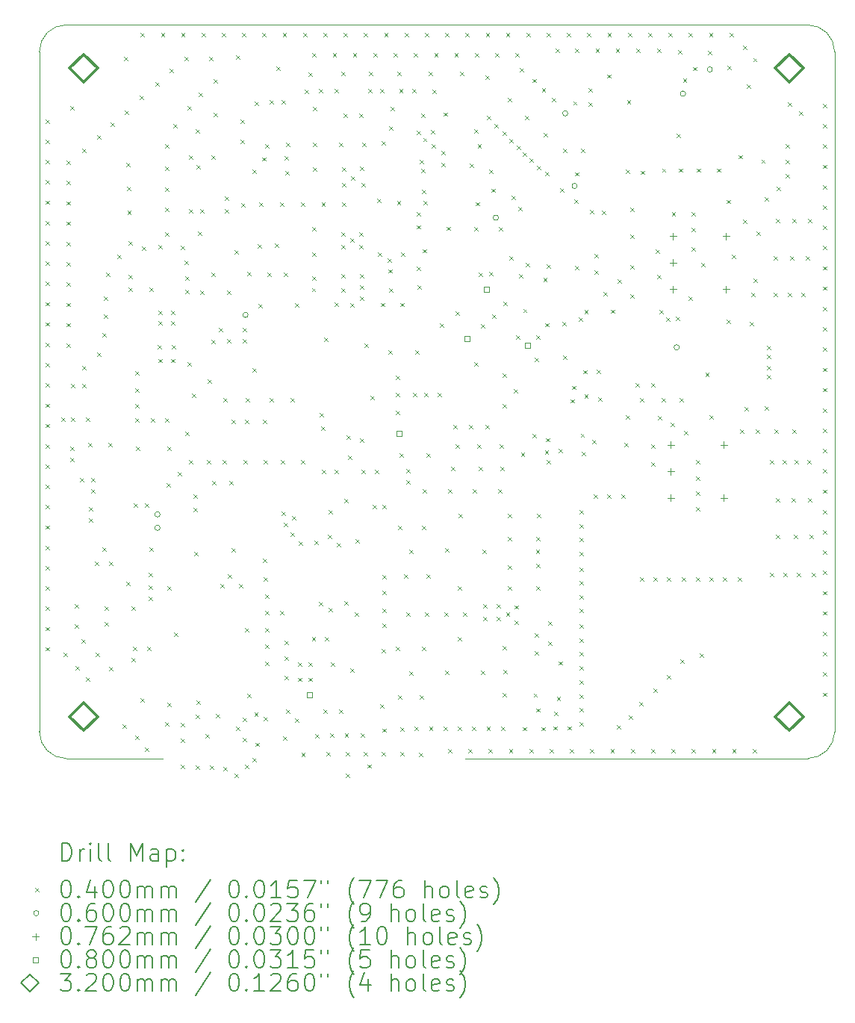
<source format=gbr>
%TF.GenerationSoftware,KiCad,Pcbnew,7.0.8*%
%TF.CreationDate,2023-11-11T12:02:06+01:00*%
%TF.ProjectId,Rhapsody_IQ,52686170-736f-4647-995f-49512e6b6963,rev?*%
%TF.SameCoordinates,Original*%
%TF.FileFunction,Drillmap*%
%TF.FilePolarity,Positive*%
%FSLAX45Y45*%
G04 Gerber Fmt 4.5, Leading zero omitted, Abs format (unit mm)*
G04 Created by KiCad (PCBNEW 7.0.8) date 2023-11-11 12:02:06*
%MOMM*%
%LPD*%
G01*
G04 APERTURE LIST*
%ADD10C,0.100000*%
%ADD11C,0.200000*%
%ADD12C,0.040000*%
%ADD13C,0.060000*%
%ADD14C,0.076200*%
%ADD15C,0.080000*%
%ADD16C,0.320000*%
G04 APERTURE END LIST*
D10*
X11695600Y-11180500D02*
X10604126Y-11176000D01*
X19317074Y-10871200D02*
X19316700Y-3162487D01*
X19012274Y-11176004D02*
G75*
G03*
X19317074Y-10871200I-4J304804D01*
G01*
X19316703Y-3162487D02*
G75*
G03*
X19011900Y-2857687I-304803J-3D01*
G01*
X10604126Y-2857306D02*
G75*
G03*
X10299326Y-3162113I4J-304804D01*
G01*
X15125600Y-11180500D02*
X19012274Y-11176000D01*
X10299330Y-10871200D02*
G75*
G03*
X10604126Y-11176000I304800J0D01*
G01*
X10299326Y-10871200D02*
X10299326Y-3162113D01*
X10299326Y-10871200D02*
X10299326Y-10871200D01*
X19011900Y-2857687D02*
X10604126Y-2857313D01*
D11*
D12*
X10368600Y-3929700D02*
X10408600Y-3969700D01*
X10408600Y-3929700D02*
X10368600Y-3969700D01*
X10368600Y-4159887D02*
X10408600Y-4199888D01*
X10408600Y-4159887D02*
X10368600Y-4199888D01*
X10368600Y-4390075D02*
X10408600Y-4430075D01*
X10408600Y-4390075D02*
X10368600Y-4430075D01*
X10368600Y-4620263D02*
X10408600Y-4660263D01*
X10408600Y-4620263D02*
X10368600Y-4660263D01*
X10368600Y-4850450D02*
X10408600Y-4890450D01*
X10408600Y-4850450D02*
X10368600Y-4890450D01*
X10368600Y-5080638D02*
X10408600Y-5120638D01*
X10408600Y-5080638D02*
X10368600Y-5120638D01*
X10368600Y-5310825D02*
X10408600Y-5350825D01*
X10408600Y-5310825D02*
X10368600Y-5350825D01*
X10368600Y-5541013D02*
X10408600Y-5581013D01*
X10408600Y-5541013D02*
X10368600Y-5581013D01*
X10368600Y-5771200D02*
X10408600Y-5811200D01*
X10408600Y-5771200D02*
X10368600Y-5811200D01*
X10368600Y-6001387D02*
X10408600Y-6041387D01*
X10408600Y-6001387D02*
X10368600Y-6041387D01*
X10368600Y-6231575D02*
X10408600Y-6271575D01*
X10408600Y-6231575D02*
X10368600Y-6271575D01*
X10368600Y-6461762D02*
X10408600Y-6501762D01*
X10408600Y-6461762D02*
X10368600Y-6501762D01*
X10368600Y-6691950D02*
X10408600Y-6731950D01*
X10408600Y-6691950D02*
X10368600Y-6731950D01*
X10368600Y-6922137D02*
X10408600Y-6962137D01*
X10408600Y-6922137D02*
X10368600Y-6962137D01*
X10368600Y-7152325D02*
X10408600Y-7192325D01*
X10408600Y-7152325D02*
X10368600Y-7192325D01*
X10368600Y-7382512D02*
X10408600Y-7422512D01*
X10408600Y-7382512D02*
X10368600Y-7422512D01*
X10368600Y-7612700D02*
X10408600Y-7652700D01*
X10408600Y-7612700D02*
X10368600Y-7652700D01*
X10368600Y-7842887D02*
X10408600Y-7882887D01*
X10408600Y-7842887D02*
X10368600Y-7882887D01*
X10368600Y-8073075D02*
X10408600Y-8113075D01*
X10408600Y-8073075D02*
X10368600Y-8113075D01*
X10368600Y-8303262D02*
X10408600Y-8343262D01*
X10408600Y-8303262D02*
X10368600Y-8343262D01*
X10368600Y-8533450D02*
X10408600Y-8573450D01*
X10408600Y-8533450D02*
X10368600Y-8573450D01*
X10368600Y-8763638D02*
X10408600Y-8803638D01*
X10408600Y-8763638D02*
X10368600Y-8803638D01*
X10368600Y-8993825D02*
X10408600Y-9033825D01*
X10408600Y-8993825D02*
X10368600Y-9033825D01*
X10368600Y-9224013D02*
X10408600Y-9264013D01*
X10408600Y-9224013D02*
X10368600Y-9264013D01*
X10368600Y-9454200D02*
X10408600Y-9494200D01*
X10408600Y-9454200D02*
X10368600Y-9494200D01*
X10368600Y-9684388D02*
X10408600Y-9724388D01*
X10408600Y-9684388D02*
X10368600Y-9724388D01*
X10368600Y-9914575D02*
X10408600Y-9954575D01*
X10408600Y-9914575D02*
X10368600Y-9954575D01*
X10546400Y-7307900D02*
X10586400Y-7347900D01*
X10586400Y-7307900D02*
X10546400Y-7347900D01*
X10571800Y-9974900D02*
X10611800Y-10014900D01*
X10611800Y-9974900D02*
X10571800Y-10014900D01*
X10609900Y-4398013D02*
X10649900Y-4438013D01*
X10649900Y-4398013D02*
X10609900Y-4438013D01*
X10609900Y-4628200D02*
X10649900Y-4668200D01*
X10649900Y-4628200D02*
X10609900Y-4668200D01*
X10609900Y-4858388D02*
X10649900Y-4898388D01*
X10649900Y-4858388D02*
X10609900Y-4898388D01*
X10609900Y-5088575D02*
X10649900Y-5128575D01*
X10649900Y-5088575D02*
X10609900Y-5128575D01*
X10609900Y-5318763D02*
X10649900Y-5358763D01*
X10649900Y-5318763D02*
X10609900Y-5358763D01*
X10609900Y-5548950D02*
X10649900Y-5588950D01*
X10649900Y-5548950D02*
X10609900Y-5588950D01*
X10609900Y-5779137D02*
X10649900Y-5819137D01*
X10649900Y-5779137D02*
X10609900Y-5819137D01*
X10609900Y-6009325D02*
X10649900Y-6049325D01*
X10649900Y-6009325D02*
X10609900Y-6049325D01*
X10609900Y-6239512D02*
X10649900Y-6279512D01*
X10649900Y-6239512D02*
X10609900Y-6279512D01*
X10609900Y-6469700D02*
X10649900Y-6509700D01*
X10649900Y-6469700D02*
X10609900Y-6509700D01*
X10648000Y-3777300D02*
X10688000Y-3817300D01*
X10688000Y-3777300D02*
X10648000Y-3817300D01*
X10648000Y-7638100D02*
X10688000Y-7678100D01*
X10688000Y-7638100D02*
X10648000Y-7678100D01*
X10648000Y-7765100D02*
X10688000Y-7805100D01*
X10688000Y-7765100D02*
X10648000Y-7805100D01*
X10660700Y-6926900D02*
X10700700Y-6966900D01*
X10700700Y-6926900D02*
X10660700Y-6966900D01*
X10660700Y-7307900D02*
X10700700Y-7347900D01*
X10700700Y-7307900D02*
X10660700Y-7347900D01*
X10698800Y-9428800D02*
X10738800Y-9468800D01*
X10738800Y-9428800D02*
X10698800Y-9468800D01*
X10698800Y-9657400D02*
X10738800Y-9697400D01*
X10738800Y-9657400D02*
X10698800Y-9697400D01*
X10711500Y-10127300D02*
X10751500Y-10167300D01*
X10751500Y-10127300D02*
X10711500Y-10167300D01*
X10762300Y-7993700D02*
X10802300Y-8033700D01*
X10802300Y-7993700D02*
X10762300Y-8033700D01*
X10775000Y-9822500D02*
X10815000Y-9862500D01*
X10815000Y-9822500D02*
X10775000Y-9862500D01*
X10787700Y-4259900D02*
X10827700Y-4299900D01*
X10827700Y-4259900D02*
X10787700Y-4299900D01*
X10787700Y-6723700D02*
X10827700Y-6763700D01*
X10827700Y-6723700D02*
X10787700Y-6763700D01*
X10787700Y-6926900D02*
X10827700Y-6966900D01*
X10827700Y-6926900D02*
X10787700Y-6966900D01*
X10825800Y-7307900D02*
X10865800Y-7347900D01*
X10865800Y-7307900D02*
X10825800Y-7347900D01*
X10825800Y-10254300D02*
X10865800Y-10294300D01*
X10865800Y-10254300D02*
X10825800Y-10294300D01*
X10851200Y-7600000D02*
X10891200Y-7640000D01*
X10891200Y-7600000D02*
X10851200Y-7640000D01*
X10863900Y-8323900D02*
X10903900Y-8363900D01*
X10903900Y-8323900D02*
X10863900Y-8363900D01*
X10863900Y-8450900D02*
X10903900Y-8490900D01*
X10903900Y-8450900D02*
X10863900Y-8490900D01*
X10889300Y-7993700D02*
X10929300Y-8033700D01*
X10929300Y-7993700D02*
X10889300Y-8033700D01*
X10889300Y-8120700D02*
X10929300Y-8160700D01*
X10929300Y-8120700D02*
X10889300Y-8160700D01*
X10927400Y-8946200D02*
X10967400Y-8986200D01*
X10967400Y-8946200D02*
X10927400Y-8986200D01*
X10940100Y-9974900D02*
X10980100Y-10014900D01*
X10980100Y-9974900D02*
X10940100Y-10014900D01*
X10952800Y-4107500D02*
X10992800Y-4147500D01*
X10992800Y-4107500D02*
X10952800Y-4147500D01*
X10952800Y-6571300D02*
X10992800Y-6611300D01*
X10992800Y-6571300D02*
X10952800Y-6611300D01*
X11016300Y-6355400D02*
X11056300Y-6395400D01*
X11056300Y-6355400D02*
X11016300Y-6395400D01*
X11016300Y-8781100D02*
X11056300Y-8821100D01*
X11056300Y-8781100D02*
X11016300Y-8821100D01*
X11029000Y-5936300D02*
X11069000Y-5976300D01*
X11069000Y-5936300D02*
X11029000Y-5976300D01*
X11029000Y-6139500D02*
X11069000Y-6179500D01*
X11069000Y-6139500D02*
X11029000Y-6179500D01*
X11041700Y-9454200D02*
X11081700Y-9494200D01*
X11081700Y-9454200D02*
X11041700Y-9494200D01*
X11041700Y-9632000D02*
X11081700Y-9672000D01*
X11081700Y-9632000D02*
X11041700Y-9672000D01*
X11054400Y-5669600D02*
X11094400Y-5709600D01*
X11094400Y-5669600D02*
X11054400Y-5709600D01*
X11079800Y-7600000D02*
X11119800Y-7640000D01*
X11119800Y-7600000D02*
X11079800Y-7640000D01*
X11092500Y-8946200D02*
X11132500Y-8986200D01*
X11132500Y-8946200D02*
X11092500Y-8986200D01*
X11092500Y-10140000D02*
X11132500Y-10180000D01*
X11132500Y-10140000D02*
X11092500Y-10180000D01*
X11105200Y-3967800D02*
X11145200Y-4007800D01*
X11145200Y-3967800D02*
X11105200Y-4007800D01*
X11181400Y-5466400D02*
X11221400Y-5506400D01*
X11221400Y-5466400D02*
X11181400Y-5506400D01*
X11244900Y-10787700D02*
X11284900Y-10827700D01*
X11284900Y-10787700D02*
X11244900Y-10827700D01*
X11257600Y-3218500D02*
X11297600Y-3258500D01*
X11297600Y-3218500D02*
X11257600Y-3258500D01*
X11270300Y-3828100D02*
X11310300Y-3868100D01*
X11310300Y-3828100D02*
X11270300Y-3868100D01*
X11283000Y-4419920D02*
X11323000Y-4459920D01*
X11323000Y-4419920D02*
X11283000Y-4459920D01*
X11283000Y-9174800D02*
X11323000Y-9214800D01*
X11323000Y-9174800D02*
X11283000Y-9214800D01*
X11293160Y-4694240D02*
X11333160Y-4734240D01*
X11333160Y-4694240D02*
X11293160Y-4734240D01*
X11298240Y-4963480D02*
X11338240Y-5003480D01*
X11338240Y-4963480D02*
X11298240Y-5003480D01*
X11308400Y-5695000D02*
X11348400Y-5735000D01*
X11348400Y-5695000D02*
X11308400Y-5735000D01*
X11308400Y-5834700D02*
X11348400Y-5874700D01*
X11348400Y-5834700D02*
X11308400Y-5874700D01*
X11313480Y-5314000D02*
X11353480Y-5354000D01*
X11353480Y-5314000D02*
X11313480Y-5354000D01*
X11346500Y-9454200D02*
X11386500Y-9494200D01*
X11386500Y-9454200D02*
X11346500Y-9494200D01*
X11346500Y-10038400D02*
X11386500Y-10078400D01*
X11386500Y-10038400D02*
X11346500Y-10078400D01*
X11359200Y-9911400D02*
X11399200Y-9951400D01*
X11399200Y-9911400D02*
X11359200Y-9951400D01*
X11371900Y-8285800D02*
X11411900Y-8325800D01*
X11411900Y-8285800D02*
X11371900Y-8325800D01*
X11384600Y-6787200D02*
X11424600Y-6827200D01*
X11424600Y-6787200D02*
X11384600Y-6827200D01*
X11384600Y-6977700D02*
X11424600Y-7017700D01*
X11424600Y-6977700D02*
X11384600Y-7017700D01*
X11384600Y-7155500D02*
X11424600Y-7195500D01*
X11424600Y-7155500D02*
X11384600Y-7195500D01*
X11384600Y-7320600D02*
X11424600Y-7360600D01*
X11424600Y-7320600D02*
X11384600Y-7360600D01*
X11384600Y-10914700D02*
X11424600Y-10954700D01*
X11424600Y-10914700D02*
X11384600Y-10954700D01*
X11397300Y-7638100D02*
X11437300Y-7678100D01*
X11437300Y-7638100D02*
X11397300Y-7678100D01*
X11435400Y-3663000D02*
X11475400Y-3703000D01*
X11475400Y-3663000D02*
X11435400Y-3703000D01*
X11448100Y-2951800D02*
X11488100Y-2991800D01*
X11488100Y-2951800D02*
X11448100Y-2991800D01*
X11448100Y-10495600D02*
X11488100Y-10535600D01*
X11488100Y-10495600D02*
X11448100Y-10535600D01*
X11460800Y-5369880D02*
X11500800Y-5409880D01*
X11500800Y-5369880D02*
X11460800Y-5409880D01*
X11498900Y-8285800D02*
X11538900Y-8325800D01*
X11538900Y-8285800D02*
X11498900Y-8325800D01*
X11498900Y-11054400D02*
X11538900Y-11094400D01*
X11538900Y-11054400D02*
X11498900Y-11094400D01*
X11524300Y-9911400D02*
X11564300Y-9951400D01*
X11564300Y-9911400D02*
X11524300Y-9951400D01*
X11537000Y-9073200D02*
X11577000Y-9113200D01*
X11577000Y-9073200D02*
X11537000Y-9113200D01*
X11537000Y-9212900D02*
X11577000Y-9252900D01*
X11577000Y-9212900D02*
X11537000Y-9252900D01*
X11537000Y-9339900D02*
X11577000Y-9379900D01*
X11577000Y-9339900D02*
X11537000Y-9379900D01*
X11549700Y-5834700D02*
X11589700Y-5874700D01*
X11589700Y-5834700D02*
X11549700Y-5874700D01*
X11549700Y-8781100D02*
X11589700Y-8821100D01*
X11589700Y-8781100D02*
X11549700Y-8821100D01*
X11562400Y-7320600D02*
X11602400Y-7360600D01*
X11602400Y-7320600D02*
X11562400Y-7360600D01*
X11613200Y-3510600D02*
X11653200Y-3550600D01*
X11653200Y-3510600D02*
X11613200Y-3550600D01*
X11638600Y-6487480D02*
X11678600Y-6527480D01*
X11678600Y-6487480D02*
X11638600Y-6527480D01*
X11648760Y-5354640D02*
X11688760Y-5394640D01*
X11688760Y-5354640D02*
X11648760Y-5394640D01*
X11648760Y-6644960D02*
X11688760Y-6684960D01*
X11688760Y-6644960D02*
X11648760Y-6684960D01*
X11651300Y-6101400D02*
X11691300Y-6141400D01*
X11691300Y-6101400D02*
X11651300Y-6141400D01*
X11651300Y-6215700D02*
X11691300Y-6255700D01*
X11691300Y-6215700D02*
X11651300Y-6255700D01*
X11678287Y-2951800D02*
X11718287Y-2991800D01*
X11718287Y-2951800D02*
X11678287Y-2991800D01*
X11727500Y-4209100D02*
X11767500Y-4249100D01*
X11767500Y-4209100D02*
X11727500Y-4249100D01*
X11727500Y-4463100D02*
X11767500Y-4503100D01*
X11767500Y-4463100D02*
X11727500Y-4503100D01*
X11727500Y-4704400D02*
X11767500Y-4744400D01*
X11767500Y-4704400D02*
X11727500Y-4744400D01*
X11727500Y-4933000D02*
X11767500Y-4973000D01*
X11767500Y-4933000D02*
X11727500Y-4973000D01*
X11727500Y-5212400D02*
X11767500Y-5252400D01*
X11767500Y-5212400D02*
X11727500Y-5252400D01*
X11727500Y-7320600D02*
X11767500Y-7360600D01*
X11767500Y-7320600D02*
X11727500Y-7360600D01*
X11727500Y-10762300D02*
X11767500Y-10802300D01*
X11767500Y-10762300D02*
X11727500Y-10802300D01*
X11740200Y-8057200D02*
X11780200Y-8097200D01*
X11780200Y-8057200D02*
X11740200Y-8097200D01*
X11752900Y-7638100D02*
X11792900Y-7678100D01*
X11792900Y-7638100D02*
X11752900Y-7678100D01*
X11752900Y-9225600D02*
X11792900Y-9265600D01*
X11792900Y-9225600D02*
X11752900Y-9265600D01*
X11752900Y-10546400D02*
X11792900Y-10586400D01*
X11792900Y-10546400D02*
X11752900Y-10586400D01*
X11778300Y-3358200D02*
X11818300Y-3398200D01*
X11818300Y-3358200D02*
X11778300Y-3398200D01*
X11791000Y-6101400D02*
X11831000Y-6141400D01*
X11831000Y-6101400D02*
X11791000Y-6141400D01*
X11791000Y-6215700D02*
X11831000Y-6255700D01*
X11831000Y-6215700D02*
X11791000Y-6255700D01*
X11796080Y-6644960D02*
X11836080Y-6684960D01*
X11836080Y-6644960D02*
X11796080Y-6684960D01*
X11801160Y-6487480D02*
X11841160Y-6527480D01*
X11841160Y-6487480D02*
X11801160Y-6527480D01*
X11816400Y-3980500D02*
X11856400Y-4020500D01*
X11856400Y-3980500D02*
X11816400Y-4020500D01*
X11829100Y-9746300D02*
X11869100Y-9786300D01*
X11869100Y-9746300D02*
X11829100Y-9786300D01*
X11867200Y-7930200D02*
X11907200Y-7970200D01*
X11907200Y-7930200D02*
X11867200Y-7970200D01*
X11905300Y-5364800D02*
X11945300Y-5404800D01*
X11945300Y-5364800D02*
X11905300Y-5404800D01*
X11905300Y-10775000D02*
X11945300Y-10815000D01*
X11945300Y-10775000D02*
X11905300Y-10815000D01*
X11905300Y-10952800D02*
X11945300Y-10992800D01*
X11945300Y-10952800D02*
X11905300Y-10992800D01*
X11905300Y-11244900D02*
X11945300Y-11284900D01*
X11945300Y-11244900D02*
X11905300Y-11284900D01*
X11908475Y-2951800D02*
X11948475Y-2991800D01*
X11948475Y-2951800D02*
X11908475Y-2991800D01*
X11943400Y-3218500D02*
X11983400Y-3258500D01*
X11983400Y-3218500D02*
X11943400Y-3258500D01*
X11943400Y-5529900D02*
X11983400Y-5569900D01*
X11983400Y-5529900D02*
X11943400Y-5569900D01*
X11956100Y-5707700D02*
X11996100Y-5747700D01*
X11996100Y-5707700D02*
X11956100Y-5747700D01*
X11956100Y-5860100D02*
X11996100Y-5900100D01*
X11996100Y-5860100D02*
X11956100Y-5900100D01*
X11956100Y-7473000D02*
X11996100Y-7513000D01*
X11996100Y-7473000D02*
X11956100Y-7513000D01*
X11981500Y-3777300D02*
X12021500Y-3817300D01*
X12021500Y-3777300D02*
X11981500Y-3817300D01*
X11981500Y-6685600D02*
X12021500Y-6725600D01*
X12021500Y-6685600D02*
X11981500Y-6725600D01*
X11994200Y-4336100D02*
X12034200Y-4376100D01*
X12034200Y-4336100D02*
X11994200Y-4376100D01*
X11994200Y-4945700D02*
X12034200Y-4985700D01*
X12034200Y-4945700D02*
X11994200Y-4985700D01*
X11994200Y-7790500D02*
X12034200Y-7830500D01*
X12034200Y-7790500D02*
X11994200Y-7830500D01*
X12032300Y-7041200D02*
X12072300Y-7081200D01*
X12072300Y-7041200D02*
X12032300Y-7081200D01*
X12045000Y-8184200D02*
X12085000Y-8224200D01*
X12085000Y-8184200D02*
X12045000Y-8224200D01*
X12045000Y-8336600D02*
X12085000Y-8376600D01*
X12085000Y-8336600D02*
X12045000Y-8376600D01*
X12057700Y-8831900D02*
X12097700Y-8871900D01*
X12097700Y-8831900D02*
X12057700Y-8871900D01*
X12070400Y-4044000D02*
X12110400Y-4084000D01*
X12110400Y-4044000D02*
X12070400Y-4084000D01*
X12070400Y-10682550D02*
X12110400Y-10722550D01*
X12110400Y-10682550D02*
X12070400Y-10722550D01*
X12070400Y-11257600D02*
X12110400Y-11297600D01*
X12110400Y-11257600D02*
X12070400Y-11297600D01*
X12083100Y-4450400D02*
X12123100Y-4490400D01*
X12123100Y-4450400D02*
X12083100Y-4490400D01*
X12083100Y-10521000D02*
X12123100Y-10561000D01*
X12123100Y-10521000D02*
X12083100Y-10561000D01*
X12095800Y-5199700D02*
X12135800Y-5239700D01*
X12135800Y-5199700D02*
X12095800Y-5239700D01*
X12108500Y-3624900D02*
X12148500Y-3664900D01*
X12148500Y-3624900D02*
X12108500Y-3664900D01*
X12121200Y-4945700D02*
X12161200Y-4985700D01*
X12161200Y-4945700D02*
X12121200Y-4985700D01*
X12121200Y-5872800D02*
X12161200Y-5912800D01*
X12161200Y-5872800D02*
X12121200Y-5912800D01*
X12138662Y-2951800D02*
X12178662Y-2991800D01*
X12178662Y-2951800D02*
X12138662Y-2991800D01*
X12184700Y-10902000D02*
X12224700Y-10942000D01*
X12224700Y-10902000D02*
X12184700Y-10942000D01*
X12197400Y-7790500D02*
X12237400Y-7830500D01*
X12237400Y-7790500D02*
X12197400Y-7830500D01*
X12210100Y-6876100D02*
X12250100Y-6916100D01*
X12250100Y-6876100D02*
X12210100Y-6916100D01*
X12222800Y-3218500D02*
X12262800Y-3258500D01*
X12262800Y-3218500D02*
X12222800Y-3258500D01*
X12235500Y-11257600D02*
X12275500Y-11297600D01*
X12275500Y-11257600D02*
X12235500Y-11297600D01*
X12248200Y-4336100D02*
X12288200Y-4376100D01*
X12288200Y-4336100D02*
X12248200Y-4376100D01*
X12248200Y-5669600D02*
X12288200Y-5709600D01*
X12288200Y-5669600D02*
X12248200Y-5709600D01*
X12248200Y-6431600D02*
X12288200Y-6471600D01*
X12288200Y-6431600D02*
X12248200Y-6471600D01*
X12260900Y-8031800D02*
X12300900Y-8071800D01*
X12300900Y-8031800D02*
X12260900Y-8071800D01*
X12273600Y-3472500D02*
X12313600Y-3512500D01*
X12313600Y-3472500D02*
X12273600Y-3512500D01*
X12273600Y-3853500D02*
X12313600Y-3893500D01*
X12313600Y-3853500D02*
X12273600Y-3893500D01*
X12299000Y-10673400D02*
X12339000Y-10713400D01*
X12339000Y-10673400D02*
X12299000Y-10713400D01*
X12337100Y-6291900D02*
X12377100Y-6331900D01*
X12377100Y-6291900D02*
X12337100Y-6331900D01*
X12349800Y-9200200D02*
X12389800Y-9240200D01*
X12389800Y-9200200D02*
X12349800Y-9240200D01*
X12368850Y-2951800D02*
X12408850Y-2991800D01*
X12408850Y-2951800D02*
X12368850Y-2991800D01*
X12375200Y-7790500D02*
X12415200Y-7830500D01*
X12415200Y-7790500D02*
X12375200Y-7830500D01*
X12387900Y-7092000D02*
X12427900Y-7132000D01*
X12427900Y-7092000D02*
X12387900Y-7132000D01*
X12387900Y-11270300D02*
X12427900Y-11310300D01*
X12427900Y-11270300D02*
X12387900Y-11310300D01*
X12400600Y-4806000D02*
X12440600Y-4846000D01*
X12440600Y-4806000D02*
X12400600Y-4846000D01*
X12400600Y-4945700D02*
X12440600Y-4985700D01*
X12440600Y-4945700D02*
X12400600Y-4985700D01*
X12426000Y-5872800D02*
X12466000Y-5912800D01*
X12466000Y-5872800D02*
X12426000Y-5912800D01*
X12426000Y-6418900D02*
X12466000Y-6458900D01*
X12466000Y-6418900D02*
X12426000Y-6458900D01*
X12438700Y-9085900D02*
X12478700Y-9125900D01*
X12478700Y-9085900D02*
X12438700Y-9125900D01*
X12451400Y-8031800D02*
X12491400Y-8071800D01*
X12491400Y-8031800D02*
X12451400Y-8071800D01*
X12476800Y-7333300D02*
X12516800Y-7373300D01*
X12516800Y-7333300D02*
X12476800Y-7373300D01*
X12476800Y-8793800D02*
X12516800Y-8833800D01*
X12516800Y-8793800D02*
X12476800Y-8833800D01*
X12514900Y-5415600D02*
X12554900Y-5455600D01*
X12554900Y-5415600D02*
X12514900Y-5455600D01*
X12514900Y-11346500D02*
X12554900Y-11386500D01*
X12554900Y-11346500D02*
X12514900Y-11386500D01*
X12527600Y-3205800D02*
X12567600Y-3245800D01*
X12567600Y-3205800D02*
X12527600Y-3245800D01*
X12527600Y-10813100D02*
X12567600Y-10853100D01*
X12567600Y-10813100D02*
X12527600Y-10853100D01*
X12565700Y-9200200D02*
X12605700Y-9240200D01*
X12605700Y-9200200D02*
X12565700Y-9240200D01*
X12578400Y-3929700D02*
X12618400Y-3969700D01*
X12618400Y-3929700D02*
X12578400Y-3969700D01*
X12578400Y-4158300D02*
X12618400Y-4198300D01*
X12618400Y-4158300D02*
X12578400Y-4198300D01*
X12591100Y-4882200D02*
X12631100Y-4922200D01*
X12631100Y-4882200D02*
X12591100Y-4922200D01*
X12599037Y-2951800D02*
X12639037Y-2991800D01*
X12639037Y-2951800D02*
X12599037Y-2991800D01*
X12603800Y-6291900D02*
X12643800Y-6331900D01*
X12643800Y-6291900D02*
X12603800Y-6331900D01*
X12603800Y-6418900D02*
X12643800Y-6458900D01*
X12643800Y-6418900D02*
X12603800Y-6458900D01*
X12603800Y-10711500D02*
X12643800Y-10751500D01*
X12643800Y-10711500D02*
X12603800Y-10751500D01*
X12603800Y-10940100D02*
X12643800Y-10980100D01*
X12643800Y-10940100D02*
X12603800Y-10980100D01*
X12616500Y-7790500D02*
X12656500Y-7830500D01*
X12656500Y-7790500D02*
X12616500Y-7830500D01*
X12629200Y-7333300D02*
X12669200Y-7373300D01*
X12669200Y-7333300D02*
X12629200Y-7373300D01*
X12629200Y-9695500D02*
X12669200Y-9735500D01*
X12669200Y-9695500D02*
X12629200Y-9735500D01*
X12629200Y-11244900D02*
X12669200Y-11284900D01*
X12669200Y-11244900D02*
X12629200Y-11284900D01*
X12641900Y-7092000D02*
X12681900Y-7132000D01*
X12681900Y-7092000D02*
X12641900Y-7132000D01*
X12654600Y-5656900D02*
X12694600Y-5696900D01*
X12694600Y-5656900D02*
X12654600Y-5696900D01*
X12654600Y-10444800D02*
X12694600Y-10484800D01*
X12694600Y-10444800D02*
X12654600Y-10484800D01*
X12718100Y-4501200D02*
X12758100Y-4541200D01*
X12758100Y-4501200D02*
X12718100Y-4541200D01*
X12718100Y-6749100D02*
X12758100Y-6789100D01*
X12758100Y-6749100D02*
X12718100Y-6789100D01*
X12718100Y-11168700D02*
X12758100Y-11208700D01*
X12758100Y-11168700D02*
X12718100Y-11208700D01*
X12737915Y-10654658D02*
X12777915Y-10694658D01*
X12777915Y-10654658D02*
X12737915Y-10694658D01*
X12743500Y-3726500D02*
X12783500Y-3766500D01*
X12783500Y-3726500D02*
X12743500Y-3766500D01*
X12749850Y-10997250D02*
X12789850Y-11037250D01*
X12789850Y-10997250D02*
X12749850Y-11037250D01*
X12776520Y-5344480D02*
X12816520Y-5384480D01*
X12816520Y-5344480D02*
X12776520Y-5384480D01*
X12781600Y-6025200D02*
X12821600Y-6065200D01*
X12821600Y-6025200D02*
X12781600Y-6065200D01*
X12794300Y-4869500D02*
X12834300Y-4909500D01*
X12834300Y-4869500D02*
X12794300Y-4909500D01*
X12827320Y-4358960D02*
X12867320Y-4398960D01*
X12867320Y-4358960D02*
X12827320Y-4398960D01*
X12829225Y-2951800D02*
X12869225Y-2991800D01*
X12869225Y-2951800D02*
X12829225Y-2991800D01*
X12832400Y-7333300D02*
X12872400Y-7373300D01*
X12872400Y-7333300D02*
X12832400Y-7373300D01*
X12832400Y-8908100D02*
X12872400Y-8948100D01*
X12872400Y-8908100D02*
X12832400Y-8948100D01*
X12842371Y-10707629D02*
X12882371Y-10747629D01*
X12882371Y-10707629D02*
X12842371Y-10747629D01*
X12845100Y-7790500D02*
X12885100Y-7830500D01*
X12885100Y-7790500D02*
X12845100Y-7830500D01*
X12845100Y-9124000D02*
X12885100Y-9164000D01*
X12885100Y-9124000D02*
X12845100Y-9164000D01*
X12857800Y-4209100D02*
X12897800Y-4249100D01*
X12897800Y-4209100D02*
X12857800Y-4249100D01*
X12857800Y-9314500D02*
X12897800Y-9354500D01*
X12897800Y-9314500D02*
X12857800Y-9354500D01*
X12857800Y-9505000D02*
X12897800Y-9545000D01*
X12897800Y-9505000D02*
X12857800Y-9545000D01*
X12857800Y-9695500D02*
X12897800Y-9735500D01*
X12897800Y-9695500D02*
X12857800Y-9735500D01*
X12857800Y-9886000D02*
X12897800Y-9926000D01*
X12897800Y-9886000D02*
X12857800Y-9926000D01*
X12857800Y-10076500D02*
X12897800Y-10116500D01*
X12897800Y-10076500D02*
X12857800Y-10116500D01*
X12883200Y-5664520D02*
X12923200Y-5704520D01*
X12923200Y-5664520D02*
X12883200Y-5704520D01*
X12908600Y-3713800D02*
X12948600Y-3753800D01*
X12948600Y-3713800D02*
X12908600Y-3753800D01*
X12908600Y-7092000D02*
X12948600Y-7132000D01*
X12948600Y-7092000D02*
X12908600Y-7132000D01*
X12969560Y-5334320D02*
X13009560Y-5374320D01*
X13009560Y-5334320D02*
X12969560Y-5374320D01*
X12984800Y-3332800D02*
X13024800Y-3372800D01*
X13024800Y-3332800D02*
X12984800Y-3372800D01*
X13029250Y-4869500D02*
X13069250Y-4909500D01*
X13069250Y-4869500D02*
X13029250Y-4909500D01*
X13030520Y-9499920D02*
X13070520Y-9539920D01*
X13070520Y-9499920D02*
X13030520Y-9539920D01*
X13035600Y-7790500D02*
X13075600Y-7830500D01*
X13075600Y-7790500D02*
X13035600Y-7830500D01*
X13048300Y-3713800D02*
X13088300Y-3753800D01*
X13088300Y-3713800D02*
X13048300Y-3753800D01*
X13048300Y-8374700D02*
X13088300Y-8414700D01*
X13088300Y-8374700D02*
X13048300Y-8414700D01*
X13059412Y-2951800D02*
X13099412Y-2991800D01*
X13099412Y-2951800D02*
X13059412Y-2991800D01*
X13062371Y-10927629D02*
X13102371Y-10967629D01*
X13102371Y-10927629D02*
X13062371Y-10967629D01*
X13073700Y-5669600D02*
X13113700Y-5709600D01*
X13113700Y-5669600D02*
X13073700Y-5709600D01*
X13073700Y-8501700D02*
X13113700Y-8541700D01*
X13113700Y-8501700D02*
X13073700Y-8541700D01*
X13080000Y-9840000D02*
X13120000Y-9880000D01*
X13120000Y-9840000D02*
X13080000Y-9880000D01*
X13080000Y-10020000D02*
X13120000Y-10060000D01*
X13120000Y-10020000D02*
X13080000Y-10060000D01*
X13080000Y-10240000D02*
X13120000Y-10280000D01*
X13120000Y-10240000D02*
X13080000Y-10280000D01*
X13081320Y-4348800D02*
X13121320Y-4388800D01*
X13121320Y-4348800D02*
X13081320Y-4388800D01*
X13086400Y-4513900D02*
X13126400Y-4553900D01*
X13126400Y-4513900D02*
X13086400Y-4553900D01*
X13099100Y-4196400D02*
X13139100Y-4236400D01*
X13139100Y-4196400D02*
X13099100Y-4236400D01*
X13099100Y-10622600D02*
X13139100Y-10662600D01*
X13139100Y-10622600D02*
X13099100Y-10662600D01*
X13149900Y-7092000D02*
X13189900Y-7132000D01*
X13189900Y-7092000D02*
X13149900Y-7132000D01*
X13149900Y-8616000D02*
X13189900Y-8656000D01*
X13189900Y-8616000D02*
X13149900Y-8656000D01*
X13162600Y-8425500D02*
X13202600Y-8465500D01*
X13202600Y-8425500D02*
X13162600Y-8465500D01*
X13200700Y-6012500D02*
X13240700Y-6052500D01*
X13240700Y-6012500D02*
X13200700Y-6052500D01*
X13200700Y-10724200D02*
X13240700Y-10764200D01*
X13240700Y-10724200D02*
X13200700Y-10764200D01*
X13230000Y-10090000D02*
X13270000Y-10130000D01*
X13270000Y-10090000D02*
X13230000Y-10130000D01*
X13230000Y-10260000D02*
X13270000Y-10300000D01*
X13270000Y-10260000D02*
X13230000Y-10300000D01*
X13238800Y-8717600D02*
X13278800Y-8757600D01*
X13278800Y-8717600D02*
X13238800Y-8757600D01*
X13264200Y-4869500D02*
X13304200Y-4909500D01*
X13304200Y-4869500D02*
X13264200Y-4909500D01*
X13264200Y-7790500D02*
X13304200Y-7830500D01*
X13304200Y-7790500D02*
X13264200Y-7830500D01*
X13270000Y-11110000D02*
X13310000Y-11150000D01*
X13310000Y-11110000D02*
X13270000Y-11150000D01*
X13289600Y-2951800D02*
X13329600Y-2991800D01*
X13329600Y-2951800D02*
X13289600Y-2991800D01*
X13309920Y-3591880D02*
X13349920Y-3631880D01*
X13349920Y-3591880D02*
X13309920Y-3631880D01*
X13350000Y-10089200D02*
X13390000Y-10129200D01*
X13390000Y-10089200D02*
X13350000Y-10129200D01*
X13350000Y-10260000D02*
X13390000Y-10300000D01*
X13390000Y-10260000D02*
X13350000Y-10300000D01*
X13353100Y-3401380D02*
X13393100Y-3441380D01*
X13393100Y-3401380D02*
X13353100Y-3441380D01*
X13390000Y-5840000D02*
X13430000Y-5880000D01*
X13430000Y-5840000D02*
X13390000Y-5880000D01*
X13390000Y-9800000D02*
X13430000Y-9840000D01*
X13430000Y-9800000D02*
X13390000Y-9840000D01*
X13391200Y-5148900D02*
X13431200Y-5188900D01*
X13431200Y-5148900D02*
X13391200Y-5188900D01*
X13391200Y-5441000D02*
X13431200Y-5481000D01*
X13431200Y-5441000D02*
X13391200Y-5481000D01*
X13391200Y-5707700D02*
X13431200Y-5747700D01*
X13431200Y-5707700D02*
X13391200Y-5747700D01*
X13395645Y-3175320D02*
X13435645Y-3215320D01*
X13435645Y-3175320D02*
X13395645Y-3215320D01*
X13403900Y-3790000D02*
X13443900Y-3830000D01*
X13443900Y-3790000D02*
X13403900Y-3830000D01*
X13403900Y-4196400D02*
X13443900Y-4236400D01*
X13443900Y-4196400D02*
X13403900Y-4236400D01*
X13403900Y-4475800D02*
X13443900Y-4515800D01*
X13443900Y-4475800D02*
X13403900Y-4515800D01*
X13416600Y-8704900D02*
X13456600Y-8744900D01*
X13456600Y-8704900D02*
X13416600Y-8744900D01*
X13426760Y-10896920D02*
X13466760Y-10936920D01*
X13466760Y-10896920D02*
X13426760Y-10936920D01*
X13467400Y-3586800D02*
X13507400Y-3626800D01*
X13507400Y-3586800D02*
X13467400Y-3626800D01*
X13467400Y-9403400D02*
X13507400Y-9443400D01*
X13507400Y-9403400D02*
X13467400Y-9443400D01*
X13480100Y-7257100D02*
X13520100Y-7297100D01*
X13520100Y-7257100D02*
X13480100Y-7297100D01*
X13492800Y-7409500D02*
X13532800Y-7449500D01*
X13532800Y-7409500D02*
X13492800Y-7449500D01*
X13499150Y-4869500D02*
X13539150Y-4909500D01*
X13539150Y-4869500D02*
X13499150Y-4909500D01*
X13505500Y-7904800D02*
X13545500Y-7944800D01*
X13545500Y-7904800D02*
X13505500Y-7944800D01*
X13518200Y-10622600D02*
X13558200Y-10662600D01*
X13558200Y-10622600D02*
X13518200Y-10662600D01*
X13519787Y-2951800D02*
X13559787Y-2991800D01*
X13559787Y-2951800D02*
X13519787Y-2991800D01*
X13530900Y-6406200D02*
X13570900Y-6446200D01*
X13570900Y-6406200D02*
X13530900Y-6446200D01*
X13540000Y-9800000D02*
X13580000Y-9840000D01*
X13580000Y-9800000D02*
X13540000Y-9840000D01*
X13556300Y-11105200D02*
X13596300Y-11145200D01*
X13596300Y-11105200D02*
X13556300Y-11145200D01*
X13569000Y-8641400D02*
X13609000Y-8681400D01*
X13609000Y-8641400D02*
X13569000Y-8681400D01*
X13581700Y-8362000D02*
X13621700Y-8402000D01*
X13621700Y-8362000D02*
X13581700Y-8402000D01*
X13581700Y-9466900D02*
X13621700Y-9506900D01*
X13621700Y-9466900D02*
X13581700Y-9506900D01*
X13599480Y-10891840D02*
X13639480Y-10931840D01*
X13639480Y-10891840D02*
X13599480Y-10931840D01*
X13607100Y-10089200D02*
X13647100Y-10129200D01*
X13647100Y-10089200D02*
X13607100Y-10129200D01*
X13625832Y-3175320D02*
X13665832Y-3215320D01*
X13665832Y-3175320D02*
X13625832Y-3215320D01*
X13645200Y-3586800D02*
X13685200Y-3626800D01*
X13685200Y-3586800D02*
X13645200Y-3626800D01*
X13645200Y-7904800D02*
X13685200Y-7944800D01*
X13685200Y-7904800D02*
X13645200Y-7944800D01*
X13650399Y-6006083D02*
X13690399Y-6046083D01*
X13690399Y-6006083D02*
X13650399Y-6046083D01*
X13670600Y-8730300D02*
X13710600Y-8770300D01*
X13710600Y-8730300D02*
X13670600Y-8770300D01*
X13696000Y-4196400D02*
X13736000Y-4236400D01*
X13736000Y-4196400D02*
X13696000Y-4236400D01*
X13696000Y-10622600D02*
X13736000Y-10662600D01*
X13736000Y-10622600D02*
X13696000Y-10662600D01*
X13721400Y-3388680D02*
X13761400Y-3428680D01*
X13761400Y-3388680D02*
X13721400Y-3428680D01*
X13721400Y-5212400D02*
X13761400Y-5252400D01*
X13761400Y-5212400D02*
X13721400Y-5252400D01*
X13721400Y-5352100D02*
X13761400Y-5392100D01*
X13761400Y-5352100D02*
X13721400Y-5392100D01*
X13721400Y-5682300D02*
X13761400Y-5722300D01*
X13761400Y-5682300D02*
X13721400Y-5722300D01*
X13721400Y-5847400D02*
X13761400Y-5887400D01*
X13761400Y-5847400D02*
X13721400Y-5887400D01*
X13734100Y-4475800D02*
X13774100Y-4515800D01*
X13774100Y-4475800D02*
X13734100Y-4515800D01*
X13734100Y-4653600D02*
X13774100Y-4693600D01*
X13774100Y-4653600D02*
X13734100Y-4693600D01*
X13734100Y-4869500D02*
X13774100Y-4909500D01*
X13774100Y-4869500D02*
X13734100Y-4909500D01*
X13746800Y-3866200D02*
X13786800Y-3906200D01*
X13786800Y-3866200D02*
X13746800Y-3906200D01*
X13749975Y-2951800D02*
X13789975Y-2991800D01*
X13789975Y-2951800D02*
X13749975Y-2991800D01*
X13759500Y-8235000D02*
X13799500Y-8275000D01*
X13799500Y-8235000D02*
X13759500Y-8275000D01*
X13759500Y-9390700D02*
X13799500Y-9430700D01*
X13799500Y-9390700D02*
X13759500Y-9430700D01*
X13762040Y-10891840D02*
X13802040Y-10931840D01*
X13802040Y-10891840D02*
X13762040Y-10931840D01*
X13772200Y-11105200D02*
X13812200Y-11145200D01*
X13812200Y-11105200D02*
X13772200Y-11145200D01*
X13777280Y-11349040D02*
X13817280Y-11389040D01*
X13817280Y-11349040D02*
X13777280Y-11389040D01*
X13784900Y-7511100D02*
X13824900Y-7551100D01*
X13824900Y-7511100D02*
X13784900Y-7551100D01*
X13797600Y-7739700D02*
X13837600Y-7779700D01*
X13837600Y-7739700D02*
X13797600Y-7779700D01*
X13823000Y-5275900D02*
X13863000Y-5315900D01*
X13863000Y-5275900D02*
X13823000Y-5315900D01*
X13823000Y-6012500D02*
X13863000Y-6052500D01*
X13863000Y-6012500D02*
X13823000Y-6052500D01*
X13823000Y-10152700D02*
X13863000Y-10192700D01*
X13863000Y-10152700D02*
X13823000Y-10192700D01*
X13835700Y-4577400D02*
X13875700Y-4617400D01*
X13875700Y-4577400D02*
X13835700Y-4617400D01*
X13856020Y-3175320D02*
X13896020Y-3215320D01*
X13896020Y-3175320D02*
X13856020Y-3215320D01*
X13873800Y-9517700D02*
X13913800Y-9557700D01*
X13913800Y-9517700D02*
X13873800Y-9557700D01*
X13886500Y-8692200D02*
X13926500Y-8732200D01*
X13926500Y-8692200D02*
X13886500Y-8732200D01*
X13924600Y-3866200D02*
X13964600Y-3906200D01*
X13964600Y-3866200D02*
X13924600Y-3906200D01*
X13924600Y-5212400D02*
X13964600Y-5252400D01*
X13964600Y-5212400D02*
X13924600Y-5252400D01*
X13924600Y-5352100D02*
X13964600Y-5392100D01*
X13964600Y-5352100D02*
X13924600Y-5392100D01*
X13937300Y-4463100D02*
X13977300Y-4503100D01*
X13977300Y-4463100D02*
X13937300Y-4503100D01*
X13937300Y-5682300D02*
X13977300Y-5722300D01*
X13977300Y-5682300D02*
X13937300Y-5722300D01*
X13937300Y-5809300D02*
X13977300Y-5849300D01*
X13977300Y-5809300D02*
X13937300Y-5849300D01*
X13937300Y-5936300D02*
X13977300Y-5976300D01*
X13977300Y-5936300D02*
X13937300Y-5976300D01*
X13937300Y-7549200D02*
X13977300Y-7589200D01*
X13977300Y-7549200D02*
X13937300Y-7589200D01*
X13944920Y-10891840D02*
X13984920Y-10931840D01*
X13984920Y-10891840D02*
X13944920Y-10931840D01*
X13950000Y-4653600D02*
X13990000Y-4693600D01*
X13990000Y-4653600D02*
X13950000Y-4693600D01*
X13950000Y-7904800D02*
X13990000Y-7944800D01*
X13990000Y-7904800D02*
X13950000Y-7944800D01*
X13962700Y-4196400D02*
X14002700Y-4236400D01*
X14002700Y-4196400D02*
X13962700Y-4236400D01*
X13975400Y-11105200D02*
X14015400Y-11145200D01*
X14015400Y-11105200D02*
X13975400Y-11145200D01*
X13980162Y-2951800D02*
X14020162Y-2991800D01*
X14020162Y-2951800D02*
X13980162Y-2991800D01*
X13988100Y-6469700D02*
X14028100Y-6509700D01*
X14028100Y-6469700D02*
X13988100Y-6509700D01*
X14021120Y-11242360D02*
X14061120Y-11282360D01*
X14061120Y-11242360D02*
X14021120Y-11282360D01*
X14026200Y-3586800D02*
X14066200Y-3626800D01*
X14066200Y-3586800D02*
X14026200Y-3626800D01*
X14038900Y-3388680D02*
X14078900Y-3428680D01*
X14078900Y-3388680D02*
X14038900Y-3428680D01*
X14051600Y-7066600D02*
X14091600Y-7106600D01*
X14091600Y-7066600D02*
X14051600Y-7106600D01*
X14077000Y-8298500D02*
X14117000Y-8338500D01*
X14117000Y-8298500D02*
X14077000Y-8338500D01*
X14086207Y-3175320D02*
X14126207Y-3215320D01*
X14126207Y-3175320D02*
X14086207Y-3215320D01*
X14102400Y-7904800D02*
X14142400Y-7944800D01*
X14142400Y-7904800D02*
X14102400Y-7944800D01*
X14130000Y-4830000D02*
X14170000Y-4870000D01*
X14170000Y-4830000D02*
X14130000Y-4870000D01*
X14140000Y-5440000D02*
X14180000Y-5480000D01*
X14180000Y-5440000D02*
X14140000Y-5480000D01*
X14165900Y-3586800D02*
X14205900Y-3626800D01*
X14205900Y-3586800D02*
X14165900Y-3626800D01*
X14165900Y-10559100D02*
X14205900Y-10599100D01*
X14205900Y-10559100D02*
X14165900Y-10599100D01*
X14170000Y-6010000D02*
X14210000Y-6050000D01*
X14210000Y-6010000D02*
X14170000Y-6050000D01*
X14178600Y-9936800D02*
X14218600Y-9976800D01*
X14218600Y-9936800D02*
X14178600Y-9976800D01*
X14178600Y-11105200D02*
X14218600Y-11145200D01*
X14218600Y-11105200D02*
X14178600Y-11145200D01*
X14180000Y-4180000D02*
X14220000Y-4220000D01*
X14220000Y-4180000D02*
X14180000Y-4220000D01*
X14191300Y-8298500D02*
X14231300Y-8338500D01*
X14231300Y-8298500D02*
X14191300Y-8338500D01*
X14191300Y-9098600D02*
X14231300Y-9138600D01*
X14231300Y-9098600D02*
X14191300Y-9138600D01*
X14191300Y-9276400D02*
X14231300Y-9316400D01*
X14231300Y-9276400D02*
X14191300Y-9316400D01*
X14191300Y-9479600D02*
X14231300Y-9519600D01*
X14231300Y-9479600D02*
X14191300Y-9519600D01*
X14191300Y-9644700D02*
X14231300Y-9684700D01*
X14231300Y-9644700D02*
X14191300Y-9684700D01*
X14191300Y-10835960D02*
X14231300Y-10875960D01*
X14231300Y-10835960D02*
X14191300Y-10875960D01*
X14210350Y-2951800D02*
X14250350Y-2991800D01*
X14250350Y-2951800D02*
X14210350Y-2991800D01*
X14247180Y-5505000D02*
X14287180Y-5545000D01*
X14287180Y-5505000D02*
X14247180Y-5545000D01*
X14254800Y-6545900D02*
X14294800Y-6585900D01*
X14294800Y-6545900D02*
X14254800Y-6585900D01*
X14255000Y-5630000D02*
X14295000Y-5670000D01*
X14295000Y-5630000D02*
X14255000Y-5670000D01*
X14264960Y-4008440D02*
X14304960Y-4048440D01*
X14304960Y-4008440D02*
X14264960Y-4048440D01*
X14267500Y-5847400D02*
X14307500Y-5887400D01*
X14307500Y-5847400D02*
X14267500Y-5887400D01*
X14280200Y-3790000D02*
X14320200Y-3830000D01*
X14320200Y-3790000D02*
X14280200Y-3830000D01*
X14316395Y-3175320D02*
X14356395Y-3215320D01*
X14356395Y-3175320D02*
X14316395Y-3215320D01*
X14343700Y-6838000D02*
X14383700Y-6878000D01*
X14383700Y-6838000D02*
X14343700Y-6878000D01*
X14343700Y-7028500D02*
X14383700Y-7068500D01*
X14383700Y-7028500D02*
X14343700Y-7068500D01*
X14343700Y-7231700D02*
X14383700Y-7271700D01*
X14383700Y-7231700D02*
X14343700Y-7271700D01*
X14343700Y-9911400D02*
X14383700Y-9951400D01*
X14383700Y-9911400D02*
X14343700Y-9951400D01*
X14355000Y-4855000D02*
X14395000Y-4895000D01*
X14395000Y-4855000D02*
X14355000Y-4895000D01*
X14356400Y-3388680D02*
X14396400Y-3428680D01*
X14396400Y-3388680D02*
X14356400Y-3428680D01*
X14369100Y-8539800D02*
X14409100Y-8579800D01*
X14409100Y-8539800D02*
X14369100Y-8579800D01*
X14369100Y-10457500D02*
X14409100Y-10497500D01*
X14409100Y-10457500D02*
X14369100Y-10497500D01*
X14380000Y-3582500D02*
X14420000Y-3622500D01*
X14420000Y-3582500D02*
X14380000Y-3622500D01*
X14381800Y-7714300D02*
X14421800Y-7754300D01*
X14421800Y-7714300D02*
X14381800Y-7754300D01*
X14390000Y-6010000D02*
X14430000Y-6050000D01*
X14430000Y-6010000D02*
X14390000Y-6050000D01*
X14390871Y-10825800D02*
X14430871Y-10865800D01*
X14430871Y-10825800D02*
X14390871Y-10865800D01*
X14394500Y-11105200D02*
X14434500Y-11145200D01*
X14434500Y-11105200D02*
X14394500Y-11145200D01*
X14400000Y-5440000D02*
X14440000Y-5480000D01*
X14440000Y-5440000D02*
X14400000Y-5480000D01*
X14432600Y-9085900D02*
X14472600Y-9125900D01*
X14472600Y-9085900D02*
X14432600Y-9125900D01*
X14440537Y-2951800D02*
X14480537Y-2991800D01*
X14480537Y-2951800D02*
X14440537Y-2991800D01*
X14458000Y-7892100D02*
X14498000Y-7932100D01*
X14498000Y-7892100D02*
X14458000Y-7932100D01*
X14458000Y-8019100D02*
X14498000Y-8059100D01*
X14498000Y-8019100D02*
X14458000Y-8059100D01*
X14458000Y-9517700D02*
X14498000Y-9557700D01*
X14498000Y-9517700D02*
X14458000Y-9557700D01*
X14496100Y-8806500D02*
X14536100Y-8846500D01*
X14536100Y-8806500D02*
X14496100Y-8846500D01*
X14496100Y-10190800D02*
X14536100Y-10230800D01*
X14536100Y-10190800D02*
X14496100Y-10230800D01*
X14527500Y-3587500D02*
X14567500Y-3627500D01*
X14567500Y-3587500D02*
X14527500Y-3627500D01*
X14534200Y-7028500D02*
X14574200Y-7068500D01*
X14574200Y-7028500D02*
X14534200Y-7068500D01*
X14546582Y-3175320D02*
X14586582Y-3215320D01*
X14586582Y-3175320D02*
X14546582Y-3215320D01*
X14554157Y-10813100D02*
X14594157Y-10853100D01*
X14594157Y-10813100D02*
X14554157Y-10853100D01*
X14559600Y-6545900D02*
X14599600Y-6585900D01*
X14599600Y-6545900D02*
X14559600Y-6585900D01*
X14580000Y-4060000D02*
X14620000Y-4100000D01*
X14620000Y-4060000D02*
X14580000Y-4100000D01*
X14580000Y-4980000D02*
X14620000Y-5020000D01*
X14620000Y-4980000D02*
X14580000Y-5020000D01*
X14580000Y-5130000D02*
X14620000Y-5170000D01*
X14620000Y-5130000D02*
X14580000Y-5170000D01*
X14580000Y-5600000D02*
X14620000Y-5640000D01*
X14620000Y-5600000D02*
X14580000Y-5640000D01*
X14590000Y-5810000D02*
X14630000Y-5850000D01*
X14630000Y-5810000D02*
X14590000Y-5850000D01*
X14602845Y-11109079D02*
X14642845Y-11149079D01*
X14642845Y-11109079D02*
X14602845Y-11149079D01*
X14610000Y-4390000D02*
X14650000Y-4430000D01*
X14650000Y-4390000D02*
X14610000Y-4430000D01*
X14610400Y-10457500D02*
X14650400Y-10497500D01*
X14650400Y-10457500D02*
X14610400Y-10497500D01*
X14628180Y-4493580D02*
X14668180Y-4533580D01*
X14668180Y-4493580D02*
X14628180Y-4533580D01*
X14630720Y-3861120D02*
X14670720Y-3901120D01*
X14670720Y-3861120D02*
X14630720Y-3901120D01*
X14635800Y-8539800D02*
X14675800Y-8579800D01*
X14675800Y-8539800D02*
X14635800Y-8579800D01*
X14635800Y-9911400D02*
X14675800Y-9951400D01*
X14675800Y-9911400D02*
X14635800Y-9951400D01*
X14640880Y-4729800D02*
X14680880Y-4769800D01*
X14680880Y-4729800D02*
X14640880Y-4769800D01*
X14648500Y-5400360D02*
X14688500Y-5440360D01*
X14688500Y-5400360D02*
X14648500Y-5440360D01*
X14648500Y-8120700D02*
X14688500Y-8160700D01*
X14688500Y-8120700D02*
X14648500Y-8160700D01*
X14650000Y-4140000D02*
X14690000Y-4180000D01*
X14690000Y-4140000D02*
X14650000Y-4180000D01*
X14655000Y-4855000D02*
X14695000Y-4895000D01*
X14695000Y-4855000D02*
X14655000Y-4895000D01*
X14661200Y-7028500D02*
X14701200Y-7068500D01*
X14701200Y-7028500D02*
X14661200Y-7068500D01*
X14670725Y-2951800D02*
X14710725Y-2991800D01*
X14710725Y-2951800D02*
X14670725Y-2991800D01*
X14673900Y-9517700D02*
X14713900Y-9557700D01*
X14713900Y-9517700D02*
X14673900Y-9557700D01*
X14686600Y-7714300D02*
X14726600Y-7754300D01*
X14726600Y-7714300D02*
X14686600Y-7754300D01*
X14686600Y-9085900D02*
X14726600Y-9125900D01*
X14726600Y-9085900D02*
X14686600Y-9125900D01*
X14712000Y-3388680D02*
X14752000Y-3428680D01*
X14752000Y-3388680D02*
X14712000Y-3428680D01*
X14717443Y-10813100D02*
X14757443Y-10853100D01*
X14757443Y-10813100D02*
X14717443Y-10853100D01*
X14740000Y-4050000D02*
X14780000Y-4090000D01*
X14780000Y-4050000D02*
X14740000Y-4090000D01*
X14750000Y-4210000D02*
X14790000Y-4250000D01*
X14790000Y-4210000D02*
X14750000Y-4250000D01*
X14757500Y-3595000D02*
X14797500Y-3635000D01*
X14797500Y-3595000D02*
X14757500Y-3635000D01*
X14776770Y-3175320D02*
X14816770Y-3215320D01*
X14816770Y-3175320D02*
X14776770Y-3215320D01*
X14813600Y-7028500D02*
X14853600Y-7068500D01*
X14853600Y-7028500D02*
X14813600Y-7068500D01*
X14844080Y-6243640D02*
X14884080Y-6283640D01*
X14884080Y-6243640D02*
X14844080Y-6283640D01*
X14860000Y-4290000D02*
X14900000Y-4330000D01*
X14900000Y-4290000D02*
X14860000Y-4330000D01*
X14860000Y-4420000D02*
X14900000Y-4460000D01*
X14900000Y-4420000D02*
X14860000Y-4460000D01*
X14880729Y-10813100D02*
X14920729Y-10853100D01*
X14920729Y-10813100D02*
X14880729Y-10853100D01*
X14884720Y-3850960D02*
X14924720Y-3890960D01*
X14924720Y-3850960D02*
X14884720Y-3890960D01*
X14889800Y-9517700D02*
X14929800Y-9557700D01*
X14929800Y-9517700D02*
X14889800Y-9557700D01*
X14900912Y-2951800D02*
X14940912Y-2991800D01*
X14940912Y-2951800D02*
X14900912Y-2991800D01*
X14902500Y-8793800D02*
X14942500Y-8833800D01*
X14942500Y-8793800D02*
X14902500Y-8833800D01*
X14902500Y-10178100D02*
X14942500Y-10218100D01*
X14942500Y-10178100D02*
X14902500Y-10218100D01*
X14915200Y-5146360D02*
X14955200Y-5186360D01*
X14955200Y-5146360D02*
X14915200Y-5186360D01*
X14932133Y-8120700D02*
X14972133Y-8160700D01*
X14972133Y-8120700D02*
X14932133Y-8160700D01*
X14934250Y-11067100D02*
X14974250Y-11107100D01*
X14974250Y-11067100D02*
X14934250Y-11107100D01*
X14966000Y-7866700D02*
X15006000Y-7906700D01*
X15006000Y-7866700D02*
X14966000Y-7906700D01*
X14991400Y-7396800D02*
X15031400Y-7436800D01*
X15031400Y-7396800D02*
X14991400Y-7436800D01*
X15006957Y-3175320D02*
X15046957Y-3215320D01*
X15046957Y-3175320D02*
X15006957Y-3215320D01*
X15016800Y-6106480D02*
X15056800Y-6146480D01*
X15056800Y-6106480D02*
X15016800Y-6146480D01*
X15016800Y-7612700D02*
X15056800Y-7652700D01*
X15056800Y-7612700D02*
X15016800Y-7652700D01*
X15042200Y-9225600D02*
X15082200Y-9265600D01*
X15082200Y-9225600D02*
X15042200Y-9265600D01*
X15042200Y-9797100D02*
X15082200Y-9837100D01*
X15082200Y-9797100D02*
X15042200Y-9837100D01*
X15044014Y-10813100D02*
X15084014Y-10853100D01*
X15084014Y-10813100D02*
X15044014Y-10853100D01*
X15054900Y-8400100D02*
X15094900Y-8440100D01*
X15094900Y-8400100D02*
X15054900Y-8440100D01*
X15067600Y-3388680D02*
X15107600Y-3428680D01*
X15107600Y-3388680D02*
X15067600Y-3428680D01*
X15105700Y-9517700D02*
X15145700Y-9557700D01*
X15145700Y-9517700D02*
X15105700Y-9557700D01*
X15131100Y-2951800D02*
X15171100Y-2991800D01*
X15171100Y-2951800D02*
X15131100Y-2991800D01*
X15164437Y-11067100D02*
X15204437Y-11107100D01*
X15204437Y-11067100D02*
X15164437Y-11107100D01*
X15169200Y-7396800D02*
X15209200Y-7436800D01*
X15209200Y-7396800D02*
X15169200Y-7436800D01*
X15180000Y-4430000D02*
X15220000Y-4470000D01*
X15220000Y-4430000D02*
X15180000Y-4470000D01*
X15207300Y-10813100D02*
X15247300Y-10853100D01*
X15247300Y-10813100D02*
X15207300Y-10853100D01*
X15215767Y-8120700D02*
X15255767Y-8160700D01*
X15255767Y-8120700D02*
X15215767Y-8160700D01*
X15230000Y-4042650D02*
X15270000Y-4082650D01*
X15270000Y-4042650D02*
X15230000Y-4082650D01*
X15232700Y-5148900D02*
X15272700Y-5188900D01*
X15272700Y-5148900D02*
X15232700Y-5188900D01*
X15232700Y-6685600D02*
X15272700Y-6725600D01*
X15272700Y-6685600D02*
X15232700Y-6725600D01*
X15237145Y-3175320D02*
X15277145Y-3215320D01*
X15277145Y-3175320D02*
X15237145Y-3215320D01*
X15245400Y-4866960D02*
X15285400Y-4906960D01*
X15285400Y-4866960D02*
X15245400Y-4906960D01*
X15266567Y-7612700D02*
X15306567Y-7652700D01*
X15306567Y-7612700D02*
X15266567Y-7652700D01*
X15270000Y-4210000D02*
X15310000Y-4250000D01*
X15310000Y-4210000D02*
X15270000Y-4250000D01*
X15283500Y-5669600D02*
X15323500Y-5709600D01*
X15323500Y-5669600D02*
X15283500Y-5709600D01*
X15283500Y-7866700D02*
X15323500Y-7906700D01*
X15323500Y-7866700D02*
X15283500Y-7906700D01*
X15308900Y-6253800D02*
X15348900Y-6293800D01*
X15348900Y-6253800D02*
X15308900Y-6293800D01*
X15308900Y-10178100D02*
X15348900Y-10218100D01*
X15348900Y-10178100D02*
X15308900Y-10218100D01*
X15321600Y-8806500D02*
X15361600Y-8846500D01*
X15361600Y-8806500D02*
X15321600Y-8846500D01*
X15334300Y-9428800D02*
X15374300Y-9468800D01*
X15374300Y-9428800D02*
X15334300Y-9468800D01*
X15334300Y-9568500D02*
X15374300Y-9608500D01*
X15374300Y-9568500D02*
X15334300Y-9608500D01*
X15359700Y-3434400D02*
X15399700Y-3474400D01*
X15399700Y-3434400D02*
X15359700Y-3474400D01*
X15359700Y-7396800D02*
X15399700Y-7436800D01*
X15399700Y-7396800D02*
X15359700Y-7436800D01*
X15361287Y-2951800D02*
X15401287Y-2991800D01*
X15401287Y-2951800D02*
X15361287Y-2991800D01*
X15370586Y-10813100D02*
X15410586Y-10853100D01*
X15410586Y-10813100D02*
X15370586Y-10853100D01*
X15372400Y-3891600D02*
X15412400Y-3931600D01*
X15412400Y-3891600D02*
X15372400Y-3931600D01*
X15394625Y-11067100D02*
X15434625Y-11107100D01*
X15434625Y-11067100D02*
X15394625Y-11107100D01*
X15402880Y-4496120D02*
X15442880Y-4536120D01*
X15442880Y-4496120D02*
X15402880Y-4536120D01*
X15402880Y-5659440D02*
X15442880Y-5699440D01*
X15442880Y-5659440D02*
X15402880Y-5699440D01*
X15423200Y-4714560D02*
X15463200Y-4754560D01*
X15463200Y-4714560D02*
X15423200Y-4754560D01*
X15435900Y-6139500D02*
X15475900Y-6179500D01*
X15475900Y-6139500D02*
X15435900Y-6179500D01*
X15458760Y-3983040D02*
X15498760Y-4023040D01*
X15498760Y-3983040D02*
X15458760Y-4023040D01*
X15467332Y-3175320D02*
X15507332Y-3215320D01*
X15507332Y-3175320D02*
X15467332Y-3215320D01*
X15486700Y-9428800D02*
X15526700Y-9468800D01*
X15526700Y-9428800D02*
X15486700Y-9468800D01*
X15486700Y-9568500D02*
X15526700Y-9608500D01*
X15526700Y-9568500D02*
X15486700Y-9608500D01*
X15499400Y-8120700D02*
X15539400Y-8160700D01*
X15539400Y-8120700D02*
X15499400Y-8160700D01*
X15512100Y-5148900D02*
X15552100Y-5188900D01*
X15552100Y-5148900D02*
X15512100Y-5188900D01*
X15516333Y-7612700D02*
X15556333Y-7652700D01*
X15556333Y-7612700D02*
X15516333Y-7652700D01*
X15524800Y-7866700D02*
X15564800Y-7906700D01*
X15564800Y-7866700D02*
X15524800Y-7906700D01*
X15533871Y-10813100D02*
X15573871Y-10853100D01*
X15573871Y-10813100D02*
X15533871Y-10853100D01*
X15550000Y-9900000D02*
X15590000Y-9940000D01*
X15590000Y-9900000D02*
X15550000Y-9940000D01*
X15550000Y-10435000D02*
X15590000Y-10475000D01*
X15590000Y-10435000D02*
X15550000Y-10475000D01*
X15550200Y-4064320D02*
X15590200Y-4104320D01*
X15590200Y-4064320D02*
X15550200Y-4104320D01*
X15550200Y-6812600D02*
X15590200Y-6852600D01*
X15590200Y-6812600D02*
X15550200Y-6852600D01*
X15550200Y-7155500D02*
X15590200Y-7195500D01*
X15590200Y-7155500D02*
X15550200Y-7195500D01*
X15560000Y-10170000D02*
X15600000Y-10210000D01*
X15600000Y-10170000D02*
X15560000Y-10210000D01*
X15562900Y-5999800D02*
X15602900Y-6039800D01*
X15602900Y-5999800D02*
X15562900Y-6039800D01*
X15590000Y-9520000D02*
X15630000Y-9560000D01*
X15630000Y-9520000D02*
X15590000Y-9560000D01*
X15591475Y-2951800D02*
X15631475Y-2991800D01*
X15631475Y-2951800D02*
X15591475Y-2991800D01*
X15613700Y-3688400D02*
X15653700Y-3728400D01*
X15653700Y-3688400D02*
X15613700Y-3728400D01*
X15613700Y-8400100D02*
X15653700Y-8440100D01*
X15653700Y-8400100D02*
X15613700Y-8440100D01*
X15613700Y-8666800D02*
X15653700Y-8706800D01*
X15653700Y-8666800D02*
X15613700Y-8706800D01*
X15613700Y-8984300D02*
X15653700Y-9024300D01*
X15653700Y-8984300D02*
X15613700Y-9024300D01*
X15613700Y-9225600D02*
X15653700Y-9265600D01*
X15653700Y-9225600D02*
X15613700Y-9265600D01*
X15624812Y-11067100D02*
X15664812Y-11107100D01*
X15664812Y-11067100D02*
X15624812Y-11107100D01*
X15626400Y-5481640D02*
X15666400Y-5521640D01*
X15666400Y-5481640D02*
X15626400Y-5521640D01*
X15631480Y-4150680D02*
X15671480Y-4190680D01*
X15671480Y-4150680D02*
X15631480Y-4190680D01*
X15651800Y-4798380D02*
X15691800Y-4838380D01*
X15691800Y-4798380D02*
X15651800Y-4838380D01*
X15677200Y-6990400D02*
X15717200Y-7030400D01*
X15717200Y-6990400D02*
X15677200Y-7030400D01*
X15690000Y-9440000D02*
X15730000Y-9480000D01*
X15730000Y-9440000D02*
X15690000Y-9480000D01*
X15690000Y-9610000D02*
X15730000Y-9650000D01*
X15730000Y-9610000D02*
X15690000Y-9650000D01*
X15697520Y-3175320D02*
X15737520Y-3215320D01*
X15737520Y-3175320D02*
X15697520Y-3215320D01*
X15702600Y-6380800D02*
X15742600Y-6420800D01*
X15742600Y-6380800D02*
X15702600Y-6420800D01*
X15712760Y-4226880D02*
X15752760Y-4266880D01*
X15752760Y-4226880D02*
X15712760Y-4266880D01*
X15727766Y-4921596D02*
X15767766Y-4961596D01*
X15767766Y-4921596D02*
X15727766Y-4961596D01*
X15737500Y-5685000D02*
X15777500Y-5725000D01*
X15777500Y-5685000D02*
X15737500Y-5725000D01*
X15748320Y-3348040D02*
X15788320Y-3388040D01*
X15788320Y-3348040D02*
X15748320Y-3388040D01*
X15760000Y-7710000D02*
X15800000Y-7750000D01*
X15800000Y-7710000D02*
X15760000Y-7750000D01*
X15780000Y-10819354D02*
X15820000Y-10859354D01*
X15820000Y-10819354D02*
X15780000Y-10859354D01*
X15783880Y-4303080D02*
X15823880Y-4343080D01*
X15823880Y-4303080D02*
X15783880Y-4343080D01*
X15785100Y-6079148D02*
X15825100Y-6119148D01*
X15825100Y-6079148D02*
X15785100Y-6119148D01*
X15804200Y-3891600D02*
X15844200Y-3931600D01*
X15844200Y-3891600D02*
X15804200Y-3931600D01*
X15817500Y-5560000D02*
X15857500Y-5600000D01*
X15857500Y-5560000D02*
X15817500Y-5600000D01*
X15821662Y-2951800D02*
X15861662Y-2991800D01*
X15861662Y-2951800D02*
X15821662Y-2991800D01*
X15855000Y-11067100D02*
X15895000Y-11107100D01*
X15895000Y-11067100D02*
X15855000Y-11107100D01*
X15860080Y-4374200D02*
X15900080Y-4414200D01*
X15900080Y-4374200D02*
X15860080Y-4414200D01*
X15890066Y-7498283D02*
X15930066Y-7538283D01*
X15930066Y-7498283D02*
X15890066Y-7538283D01*
X15890560Y-3469960D02*
X15930560Y-3509960D01*
X15930560Y-3469960D02*
X15890560Y-3509960D01*
X15905000Y-10437500D02*
X15945000Y-10477500D01*
X15945000Y-10437500D02*
X15905000Y-10477500D01*
X15918500Y-6634800D02*
X15958500Y-6674800D01*
X15958500Y-6634800D02*
X15918500Y-6674800D01*
X15918500Y-9759000D02*
X15958500Y-9799000D01*
X15958500Y-9759000D02*
X15918500Y-9799000D01*
X15918500Y-9962200D02*
X15958500Y-10002200D01*
X15958500Y-9962200D02*
X15918500Y-10002200D01*
X15930000Y-8810000D02*
X15970000Y-8850000D01*
X15970000Y-8810000D02*
X15930000Y-8850000D01*
X15931200Y-6380800D02*
X15971200Y-6420800D01*
X15971200Y-6380800D02*
X15931200Y-6420800D01*
X15931200Y-8666800D02*
X15971200Y-8706800D01*
X15971200Y-8666800D02*
X15931200Y-8706800D01*
X15931200Y-8971600D02*
X15971200Y-9011600D01*
X15971200Y-8971600D02*
X15931200Y-9011600D01*
X15931200Y-9225600D02*
X15971200Y-9265600D01*
X15971200Y-9225600D02*
X15931200Y-9265600D01*
X15935000Y-10607500D02*
X15975000Y-10647500D01*
X15975000Y-10607500D02*
X15935000Y-10647500D01*
X15941360Y-4455480D02*
X15981360Y-4495480D01*
X15981360Y-4455480D02*
X15941360Y-4495480D01*
X15943900Y-8400100D02*
X15983900Y-8440100D01*
X15983900Y-8400100D02*
X15943900Y-8440100D01*
X15990000Y-10819354D02*
X16030000Y-10859354D01*
X16030000Y-10819354D02*
X15990000Y-10859354D01*
X15997240Y-3576640D02*
X16037240Y-3616640D01*
X16037240Y-3576640D02*
X15997240Y-3616640D01*
X16013450Y-5725000D02*
X16053450Y-5765000D01*
X16053450Y-5725000D02*
X16013450Y-5765000D01*
X16020100Y-4082100D02*
X16060100Y-4122100D01*
X16060100Y-4082100D02*
X16020100Y-4122100D01*
X16030000Y-7680000D02*
X16070000Y-7720000D01*
X16070000Y-7680000D02*
X16030000Y-7720000D01*
X16032800Y-4526600D02*
X16072800Y-4566600D01*
X16072800Y-4526600D02*
X16032800Y-4566600D01*
X16032800Y-6238560D02*
X16072800Y-6278560D01*
X16072800Y-6238560D02*
X16032800Y-6278560D01*
X16043010Y-7542443D02*
X16083010Y-7582443D01*
X16083010Y-7542443D02*
X16043010Y-7582443D01*
X16050000Y-5572500D02*
X16090000Y-5612500D01*
X16090000Y-5572500D02*
X16050000Y-5612500D01*
X16050000Y-7792500D02*
X16090000Y-7832500D01*
X16090000Y-7792500D02*
X16050000Y-7832500D01*
X16051850Y-2951800D02*
X16091850Y-2991800D01*
X16091850Y-2951800D02*
X16051850Y-2991800D01*
X16070900Y-9619300D02*
X16110900Y-9659300D01*
X16110900Y-9619300D02*
X16070900Y-9659300D01*
X16070900Y-9847900D02*
X16110900Y-9887900D01*
X16110900Y-9847900D02*
X16070900Y-9887900D01*
X16085187Y-11067100D02*
X16125187Y-11107100D01*
X16125187Y-11067100D02*
X16085187Y-11107100D01*
X16109000Y-3683320D02*
X16149000Y-3723320D01*
X16149000Y-3683320D02*
X16109000Y-3723320D01*
X16130000Y-10810000D02*
X16170000Y-10850000D01*
X16170000Y-10810000D02*
X16130000Y-10850000D01*
X16136807Y-10646807D02*
X16176807Y-10686807D01*
X16176807Y-10646807D02*
X16136807Y-10686807D01*
X16150910Y-3129600D02*
X16190910Y-3169600D01*
X16190910Y-3129600D02*
X16150910Y-3169600D01*
X16167500Y-10477500D02*
X16207500Y-10517500D01*
X16207500Y-10477500D02*
X16167500Y-10517500D01*
X16188310Y-7665000D02*
X16228310Y-7705000D01*
X16228310Y-7665000D02*
X16188310Y-7705000D01*
X16190000Y-10075000D02*
X16230000Y-10115000D01*
X16230000Y-10075000D02*
X16190000Y-10115000D01*
X16205520Y-4709480D02*
X16245520Y-4749480D01*
X16245520Y-4709480D02*
X16205520Y-4749480D01*
X16230920Y-6223320D02*
X16270920Y-6263320D01*
X16270920Y-6223320D02*
X16230920Y-6263320D01*
X16236000Y-4259900D02*
X16276000Y-4299900D01*
X16276000Y-4259900D02*
X16236000Y-4299900D01*
X16236000Y-6609400D02*
X16276000Y-6649400D01*
X16276000Y-6609400D02*
X16236000Y-6649400D01*
X16282037Y-2951800D02*
X16322037Y-2991800D01*
X16322037Y-2951800D02*
X16282037Y-2991800D01*
X16290000Y-10810000D02*
X16330000Y-10850000D01*
X16330000Y-10810000D02*
X16290000Y-10850000D01*
X16315375Y-11067100D02*
X16355375Y-11107100D01*
X16355375Y-11067100D02*
X16315375Y-11107100D01*
X16322360Y-7103690D02*
X16362360Y-7143690D01*
X16362360Y-7103690D02*
X16322360Y-7143690D01*
X16342680Y-6949760D02*
X16382680Y-6989760D01*
X16382680Y-6949760D02*
X16342680Y-6989760D01*
X16352840Y-3723960D02*
X16392840Y-3763960D01*
X16392840Y-3723960D02*
X16352840Y-3763960D01*
X16368080Y-4836480D02*
X16408080Y-4876480D01*
X16408080Y-4836480D02*
X16368080Y-4876480D01*
X16373160Y-5588320D02*
X16413160Y-5628320D01*
X16413160Y-5588320D02*
X16373160Y-5628320D01*
X16375700Y-3129600D02*
X16415700Y-3169600D01*
X16415700Y-3129600D02*
X16375700Y-3169600D01*
X16376000Y-4527800D02*
X16416000Y-4567800D01*
X16416000Y-4527800D02*
X16376000Y-4567800D01*
X16413800Y-6177600D02*
X16453800Y-6217600D01*
X16453800Y-6177600D02*
X16413800Y-6217600D01*
X16426500Y-8362000D02*
X16466500Y-8402000D01*
X16466500Y-8362000D02*
X16426500Y-8402000D01*
X16426500Y-8518633D02*
X16466500Y-8558633D01*
X16466500Y-8518633D02*
X16426500Y-8558633D01*
X16426500Y-8675267D02*
X16466500Y-8715267D01*
X16466500Y-8675267D02*
X16426500Y-8715267D01*
X16426500Y-8831900D02*
X16466500Y-8871900D01*
X16466500Y-8831900D02*
X16426500Y-8871900D01*
X16426500Y-9009700D02*
X16466500Y-9049700D01*
X16466500Y-9009700D02*
X16426500Y-9049700D01*
X16426500Y-9166333D02*
X16466500Y-9206333D01*
X16466500Y-9166333D02*
X16426500Y-9206333D01*
X16426500Y-9322967D02*
X16466500Y-9362967D01*
X16466500Y-9322967D02*
X16426500Y-9362967D01*
X16426500Y-9479600D02*
X16466500Y-9519600D01*
X16466500Y-9479600D02*
X16426500Y-9519600D01*
X16426500Y-9657400D02*
X16466500Y-9697400D01*
X16466500Y-9657400D02*
X16426500Y-9697400D01*
X16426500Y-9814033D02*
X16466500Y-9854033D01*
X16466500Y-9814033D02*
X16426500Y-9854033D01*
X16426500Y-9970667D02*
X16466500Y-10010667D01*
X16466500Y-9970667D02*
X16426500Y-10010667D01*
X16426500Y-10127300D02*
X16466500Y-10167300D01*
X16466500Y-10127300D02*
X16426500Y-10167300D01*
X16426500Y-10292400D02*
X16466500Y-10332400D01*
X16466500Y-10292400D02*
X16426500Y-10332400D01*
X16426500Y-10449033D02*
X16466500Y-10489033D01*
X16466500Y-10449033D02*
X16426500Y-10489033D01*
X16426500Y-10605667D02*
X16466500Y-10645667D01*
X16466500Y-10605667D02*
X16426500Y-10645667D01*
X16426500Y-10762300D02*
X16466500Y-10802300D01*
X16466500Y-10762300D02*
X16426500Y-10802300D01*
X16437500Y-7492500D02*
X16477500Y-7532500D01*
X16477500Y-7492500D02*
X16437500Y-7532500D01*
X16439200Y-4259900D02*
X16479200Y-4299900D01*
X16479200Y-4259900D02*
X16439200Y-4299900D01*
X16450000Y-7700000D02*
X16490000Y-7740000D01*
X16490000Y-7700000D02*
X16450000Y-7740000D01*
X16464600Y-6771960D02*
X16504600Y-6811960D01*
X16504600Y-6771960D02*
X16464600Y-6811960D01*
X16479840Y-6091240D02*
X16519840Y-6131240D01*
X16519840Y-6091240D02*
X16479840Y-6131240D01*
X16480000Y-7050000D02*
X16520000Y-7090000D01*
X16520000Y-7050000D02*
X16480000Y-7090000D01*
X16512225Y-2951800D02*
X16552225Y-2991800D01*
X16552225Y-2951800D02*
X16512225Y-2991800D01*
X16528100Y-3574100D02*
X16568100Y-3614100D01*
X16568100Y-3574100D02*
X16528100Y-3614100D01*
X16528100Y-3739200D02*
X16568100Y-3779200D01*
X16568100Y-3739200D02*
X16528100Y-3779200D01*
X16540800Y-4958400D02*
X16580800Y-4998400D01*
X16580800Y-4958400D02*
X16540800Y-4998400D01*
X16545562Y-11067100D02*
X16585562Y-11107100D01*
X16585562Y-11067100D02*
X16545562Y-11107100D01*
X16566200Y-7561900D02*
X16606200Y-7601900D01*
X16606200Y-7561900D02*
X16566200Y-7601900D01*
X16583133Y-8184200D02*
X16623133Y-8224200D01*
X16623133Y-8184200D02*
X16583133Y-8224200D01*
X16591600Y-5644200D02*
X16631600Y-5684200D01*
X16631600Y-5644200D02*
X16591600Y-5684200D01*
X16592500Y-5455000D02*
X16632500Y-5495000D01*
X16632500Y-5455000D02*
X16592500Y-5495000D01*
X16605887Y-3129600D02*
X16645887Y-3169600D01*
X16645887Y-3129600D02*
X16605887Y-3169600D01*
X16622080Y-6766880D02*
X16662080Y-6806880D01*
X16662080Y-6766880D02*
X16622080Y-6806880D01*
X16637320Y-7081840D02*
X16677320Y-7121840D01*
X16677320Y-7081840D02*
X16637320Y-7121840D01*
X16677960Y-4963480D02*
X16717960Y-5003480D01*
X16717960Y-4963480D02*
X16677960Y-5003480D01*
X16693200Y-5885500D02*
X16733200Y-5925500D01*
X16733200Y-5885500D02*
X16693200Y-5925500D01*
X16737500Y-3420000D02*
X16777500Y-3460000D01*
X16777500Y-3420000D02*
X16737500Y-3460000D01*
X16739767Y-8184200D02*
X16779767Y-8224200D01*
X16779767Y-8184200D02*
X16739767Y-8224200D01*
X16742412Y-2951800D02*
X16782413Y-2991800D01*
X16782413Y-2951800D02*
X16742412Y-2991800D01*
X16775750Y-11067100D02*
X16815750Y-11107100D01*
X16815750Y-11067100D02*
X16775750Y-11107100D01*
X16779560Y-6086160D02*
X16819560Y-6126160D01*
X16819560Y-6086160D02*
X16779560Y-6126160D01*
X16836075Y-3129600D02*
X16876075Y-3169600D01*
X16876075Y-3129600D02*
X16836075Y-3169600D01*
X16845600Y-10800400D02*
X16885600Y-10840400D01*
X16885600Y-10800400D02*
X16845600Y-10840400D01*
X16855760Y-5740720D02*
X16895760Y-5780720D01*
X16895760Y-5740720D02*
X16855760Y-5780720D01*
X16896400Y-8184200D02*
X16936400Y-8224200D01*
X16936400Y-8184200D02*
X16896400Y-8224200D01*
X16934500Y-7600000D02*
X16974500Y-7640000D01*
X16974500Y-7600000D02*
X16934500Y-7640000D01*
X16947200Y-4501200D02*
X16987200Y-4541200D01*
X16987200Y-4501200D02*
X16947200Y-4541200D01*
X16947200Y-7282500D02*
X16987200Y-7322500D01*
X16987200Y-7282500D02*
X16947200Y-7322500D01*
X16962440Y-3713800D02*
X17002440Y-3753800D01*
X17002440Y-3713800D02*
X16962440Y-3753800D01*
X16972600Y-2951800D02*
X17012600Y-2991800D01*
X17012600Y-2951800D02*
X16972600Y-2991800D01*
X16985300Y-10686100D02*
X17025300Y-10726100D01*
X17025300Y-10686100D02*
X16985300Y-10726100D01*
X16998000Y-4927920D02*
X17038000Y-4967920D01*
X17038000Y-4927920D02*
X16998000Y-4967920D01*
X16998000Y-5237800D02*
X17038000Y-5277800D01*
X17038000Y-5237800D02*
X16998000Y-5277800D01*
X16998000Y-5580700D02*
X17038000Y-5620700D01*
X17038000Y-5580700D02*
X16998000Y-5620700D01*
X16998000Y-5910900D02*
X17038000Y-5950900D01*
X17038000Y-5910900D02*
X16998000Y-5950900D01*
X17005938Y-11067100D02*
X17045938Y-11107100D01*
X17045938Y-11067100D02*
X17005938Y-11107100D01*
X17061500Y-6917750D02*
X17101500Y-6957750D01*
X17101500Y-6917750D02*
X17061500Y-6957750D01*
X17066263Y-3129600D02*
X17106263Y-3169600D01*
X17106263Y-3129600D02*
X17066263Y-3169600D01*
X17099600Y-10533700D02*
X17139600Y-10573700D01*
X17139600Y-10533700D02*
X17099600Y-10573700D01*
X17112300Y-7092000D02*
X17152300Y-7132000D01*
X17152300Y-7092000D02*
X17112300Y-7132000D01*
X17112300Y-9124000D02*
X17152300Y-9164000D01*
X17152300Y-9124000D02*
X17112300Y-9164000D01*
X17119920Y-4511360D02*
X17159920Y-4551360D01*
X17159920Y-4511360D02*
X17119920Y-4551360D01*
X17202788Y-2951800D02*
X17242788Y-2991800D01*
X17242788Y-2951800D02*
X17202788Y-2991800D01*
X17236125Y-11067100D02*
X17276125Y-11107100D01*
X17276125Y-11067100D02*
X17236125Y-11107100D01*
X17239300Y-6917750D02*
X17279300Y-6957750D01*
X17279300Y-6917750D02*
X17239300Y-6957750D01*
X17239300Y-7612700D02*
X17279300Y-7652700D01*
X17279300Y-7612700D02*
X17239300Y-7652700D01*
X17239300Y-7815900D02*
X17279300Y-7855900D01*
X17279300Y-7815900D02*
X17239300Y-7855900D01*
X17264700Y-9124000D02*
X17304700Y-9164000D01*
X17304700Y-9124000D02*
X17264700Y-9164000D01*
X17264700Y-10381300D02*
X17304700Y-10421300D01*
X17304700Y-10381300D02*
X17264700Y-10421300D01*
X17290100Y-5402900D02*
X17330100Y-5442900D01*
X17330100Y-5402900D02*
X17290100Y-5442900D01*
X17302800Y-3129600D02*
X17342800Y-3169600D01*
X17342800Y-3129600D02*
X17302800Y-3169600D01*
X17302800Y-5695000D02*
X17342800Y-5735000D01*
X17342800Y-5695000D02*
X17302800Y-5735000D01*
X17315500Y-7295200D02*
X17355500Y-7335200D01*
X17355500Y-7295200D02*
X17315500Y-7335200D01*
X17328200Y-6088700D02*
X17368200Y-6128700D01*
X17368200Y-6088700D02*
X17328200Y-6128700D01*
X17353600Y-7092000D02*
X17393600Y-7132000D01*
X17393600Y-7092000D02*
X17353600Y-7132000D01*
X17361220Y-4485960D02*
X17401220Y-4525960D01*
X17401220Y-4485960D02*
X17361220Y-4525960D01*
X17404400Y-6177600D02*
X17444400Y-6217600D01*
X17444400Y-6177600D02*
X17404400Y-6217600D01*
X17417100Y-9124000D02*
X17457100Y-9164000D01*
X17457100Y-9124000D02*
X17417100Y-9164000D01*
X17417100Y-10228900D02*
X17457100Y-10268900D01*
X17457100Y-10228900D02*
X17417100Y-10268900D01*
X17432975Y-2951800D02*
X17472975Y-2991800D01*
X17472975Y-2951800D02*
X17432975Y-2991800D01*
X17455200Y-7371400D02*
X17495200Y-7411400D01*
X17495200Y-7371400D02*
X17455200Y-7411400D01*
X17466313Y-11067100D02*
X17506313Y-11107100D01*
X17506313Y-11067100D02*
X17466313Y-11107100D01*
X17470440Y-4978720D02*
X17510440Y-5018720D01*
X17510440Y-4978720D02*
X17470440Y-5018720D01*
X17518700Y-6164900D02*
X17558700Y-6204900D01*
X17558700Y-6164900D02*
X17518700Y-6204900D01*
X17526320Y-4094800D02*
X17566320Y-4134800D01*
X17566320Y-4094800D02*
X17526320Y-4134800D01*
X17544100Y-3142300D02*
X17584100Y-3182300D01*
X17584100Y-3142300D02*
X17544100Y-3182300D01*
X17551720Y-4485960D02*
X17591720Y-4525960D01*
X17591720Y-4485960D02*
X17551720Y-4525960D01*
X17556800Y-7092000D02*
X17596800Y-7132000D01*
X17596800Y-7092000D02*
X17556800Y-7132000D01*
X17569500Y-10051100D02*
X17609500Y-10091100D01*
X17609500Y-10051100D02*
X17569500Y-10091100D01*
X17582200Y-9124000D02*
X17622200Y-9164000D01*
X17622200Y-9124000D02*
X17582200Y-9164000D01*
X17597440Y-3464880D02*
X17637440Y-3504880D01*
X17637440Y-3464880D02*
X17597440Y-3504880D01*
X17607600Y-7460300D02*
X17647600Y-7500300D01*
X17647600Y-7460300D02*
X17607600Y-7500300D01*
X17658400Y-5936300D02*
X17698400Y-5976300D01*
X17698400Y-5936300D02*
X17658400Y-5976300D01*
X17663163Y-2951800D02*
X17703163Y-2991800D01*
X17703163Y-2951800D02*
X17663163Y-2991800D01*
X17696500Y-4983800D02*
X17736500Y-5023800D01*
X17736500Y-4983800D02*
X17696500Y-5023800D01*
X17696500Y-5161600D02*
X17736500Y-5201600D01*
X17736500Y-5161600D02*
X17696500Y-5201600D01*
X17696500Y-5377500D02*
X17736500Y-5417500D01*
X17736500Y-5377500D02*
X17696500Y-5417500D01*
X17696500Y-11067100D02*
X17736500Y-11107100D01*
X17736500Y-11067100D02*
X17696500Y-11107100D01*
X17712500Y-3335000D02*
X17752500Y-3375000D01*
X17752500Y-3335000D02*
X17712500Y-3375000D01*
X17747300Y-7790500D02*
X17787300Y-7830500D01*
X17787300Y-7790500D02*
X17747300Y-7830500D01*
X17747300Y-7981000D02*
X17787300Y-8021000D01*
X17787300Y-7981000D02*
X17747300Y-8021000D01*
X17747300Y-8146100D02*
X17787300Y-8186100D01*
X17787300Y-8146100D02*
X17747300Y-8186100D01*
X17747300Y-8323900D02*
X17787300Y-8363900D01*
X17787300Y-8323900D02*
X17747300Y-8363900D01*
X17747300Y-9124000D02*
X17787300Y-9164000D01*
X17787300Y-9124000D02*
X17747300Y-9164000D01*
X17754920Y-4485960D02*
X17794920Y-4525960D01*
X17794920Y-4485960D02*
X17754920Y-4525960D01*
X17785400Y-9987600D02*
X17825400Y-10027600D01*
X17825400Y-9987600D02*
X17785400Y-10027600D01*
X17802500Y-5560000D02*
X17842500Y-5600000D01*
X17842500Y-5560000D02*
X17802500Y-5600000D01*
X17851440Y-6802440D02*
X17891440Y-6842440D01*
X17891440Y-6802440D02*
X17851440Y-6842440D01*
X17881920Y-3149920D02*
X17921920Y-3189920D01*
X17921920Y-3149920D02*
X17881920Y-3189920D01*
X17893350Y-2951800D02*
X17933350Y-2991800D01*
X17933350Y-2951800D02*
X17893350Y-2991800D01*
X17899700Y-7282500D02*
X17939700Y-7322500D01*
X17939700Y-7282500D02*
X17899700Y-7322500D01*
X17899700Y-9124000D02*
X17939700Y-9164000D01*
X17939700Y-9124000D02*
X17899700Y-9164000D01*
X17926688Y-11067100D02*
X17966688Y-11107100D01*
X17966688Y-11067100D02*
X17926688Y-11107100D01*
X17983520Y-4485960D02*
X18023520Y-4525960D01*
X18023520Y-4485960D02*
X17983520Y-4525960D01*
X18052100Y-9124000D02*
X18092100Y-9164000D01*
X18092100Y-9124000D02*
X18052100Y-9164000D01*
X18090200Y-4841560D02*
X18130200Y-4881560D01*
X18130200Y-4841560D02*
X18090200Y-4881560D01*
X18091525Y-6201675D02*
X18131525Y-6241675D01*
X18131525Y-6201675D02*
X18091525Y-6241675D01*
X18100360Y-3322640D02*
X18140360Y-3362640D01*
X18140360Y-3322640D02*
X18100360Y-3362640D01*
X18123538Y-2951800D02*
X18163538Y-2991800D01*
X18163538Y-2951800D02*
X18123538Y-2991800D01*
X18153700Y-5466400D02*
X18193700Y-5506400D01*
X18193700Y-5466400D02*
X18153700Y-5506400D01*
X18156875Y-11067100D02*
X18196875Y-11107100D01*
X18196875Y-11067100D02*
X18156875Y-11107100D01*
X18217200Y-9124000D02*
X18257200Y-9164000D01*
X18257200Y-9124000D02*
X18217200Y-9164000D01*
X18227360Y-4333560D02*
X18267360Y-4373560D01*
X18267360Y-4333560D02*
X18227360Y-4373560D01*
X18242600Y-7447600D02*
X18282600Y-7487600D01*
X18282600Y-7447600D02*
X18242600Y-7487600D01*
X18278160Y-3094040D02*
X18318160Y-3134040D01*
X18318160Y-3094040D02*
X18278160Y-3134040D01*
X18278160Y-5065080D02*
X18318160Y-5105080D01*
X18318160Y-5065080D02*
X18278160Y-5105080D01*
X18293400Y-7193600D02*
X18333400Y-7233600D01*
X18333400Y-7193600D02*
X18293400Y-7233600D01*
X18323880Y-3530920D02*
X18363880Y-3570920D01*
X18363880Y-3530920D02*
X18323880Y-3570920D01*
X18356900Y-6228400D02*
X18396900Y-6268400D01*
X18396900Y-6228400D02*
X18356900Y-6268400D01*
X18369600Y-5898200D02*
X18409600Y-5938200D01*
X18409600Y-5898200D02*
X18369600Y-5938200D01*
X18387063Y-11067100D02*
X18427063Y-11107100D01*
X18427063Y-11067100D02*
X18387063Y-11107100D01*
X18392460Y-3233740D02*
X18432460Y-3273740D01*
X18432460Y-3233740D02*
X18392460Y-3273740D01*
X18395000Y-5733100D02*
X18435000Y-5773100D01*
X18435000Y-5733100D02*
X18395000Y-5773100D01*
X18420400Y-7447600D02*
X18460400Y-7487600D01*
X18460400Y-7447600D02*
X18420400Y-7487600D01*
X18433100Y-5199700D02*
X18473100Y-5239700D01*
X18473100Y-5199700D02*
X18433100Y-5239700D01*
X18486440Y-4384360D02*
X18526440Y-4424360D01*
X18526440Y-4384360D02*
X18486440Y-4424360D01*
X18522000Y-7180900D02*
X18562000Y-7220900D01*
X18562000Y-7180900D02*
X18522000Y-7220900D01*
X18527080Y-4811080D02*
X18567080Y-4851080D01*
X18567080Y-4811080D02*
X18527080Y-4851080D01*
X18547400Y-6495100D02*
X18587400Y-6535100D01*
X18587400Y-6495100D02*
X18547400Y-6535100D01*
X18547400Y-6596700D02*
X18587400Y-6636700D01*
X18587400Y-6596700D02*
X18547400Y-6636700D01*
X18547400Y-6723700D02*
X18587400Y-6763700D01*
X18587400Y-6723700D02*
X18547400Y-6763700D01*
X18547400Y-6825300D02*
X18587400Y-6865300D01*
X18587400Y-6825300D02*
X18547400Y-6865300D01*
X18585500Y-7790500D02*
X18625500Y-7830500D01*
X18625500Y-7790500D02*
X18585500Y-7830500D01*
X18585500Y-9073200D02*
X18625500Y-9113200D01*
X18625500Y-9073200D02*
X18585500Y-9113200D01*
X18623600Y-5479100D02*
X18663600Y-5519100D01*
X18663600Y-5479100D02*
X18623600Y-5519100D01*
X18623600Y-5898200D02*
X18663600Y-5938200D01*
X18663600Y-5898200D02*
X18623600Y-5938200D01*
X18636300Y-7447600D02*
X18676300Y-7487600D01*
X18676300Y-7447600D02*
X18636300Y-7487600D01*
X18649000Y-5060000D02*
X18689000Y-5100000D01*
X18689000Y-5060000D02*
X18649000Y-5100000D01*
X18649000Y-8222300D02*
X18689000Y-8262300D01*
X18689000Y-8222300D02*
X18649000Y-8262300D01*
X18649000Y-8641400D02*
X18689000Y-8681400D01*
X18689000Y-8641400D02*
X18649000Y-8681400D01*
X18659160Y-4694240D02*
X18699160Y-4734240D01*
X18699160Y-4694240D02*
X18659160Y-4734240D01*
X18725200Y-7790500D02*
X18765200Y-7830500D01*
X18765200Y-7790500D02*
X18725200Y-7830500D01*
X18737900Y-9073200D02*
X18777900Y-9113200D01*
X18777900Y-9073200D02*
X18737900Y-9113200D01*
X18763300Y-4209100D02*
X18803300Y-4249100D01*
X18803300Y-4209100D02*
X18763300Y-4249100D01*
X18763300Y-4386900D02*
X18803300Y-4426900D01*
X18803300Y-4386900D02*
X18763300Y-4426900D01*
X18763300Y-4552000D02*
X18803300Y-4592000D01*
X18803300Y-4552000D02*
X18763300Y-4592000D01*
X18788700Y-3739200D02*
X18828700Y-3779200D01*
X18828700Y-3739200D02*
X18788700Y-3779200D01*
X18788700Y-5898200D02*
X18828700Y-5938200D01*
X18828700Y-5898200D02*
X18788700Y-5938200D01*
X18814100Y-5479100D02*
X18854100Y-5519100D01*
X18854100Y-5479100D02*
X18814100Y-5519100D01*
X18826800Y-8222300D02*
X18866800Y-8262300D01*
X18866800Y-8222300D02*
X18826800Y-8262300D01*
X18839500Y-5060000D02*
X18879500Y-5100000D01*
X18879500Y-5060000D02*
X18839500Y-5100000D01*
X18839500Y-7447600D02*
X18879500Y-7487600D01*
X18879500Y-7447600D02*
X18839500Y-7487600D01*
X18852200Y-8641400D02*
X18892200Y-8681400D01*
X18892200Y-8641400D02*
X18852200Y-8681400D01*
X18864900Y-7790500D02*
X18904900Y-7830500D01*
X18904900Y-7790500D02*
X18864900Y-7830500D01*
X18890300Y-9073200D02*
X18930300Y-9113200D01*
X18930300Y-9073200D02*
X18890300Y-9113200D01*
X18915700Y-3840800D02*
X18955700Y-3880800D01*
X18955700Y-3840800D02*
X18915700Y-3880800D01*
X18941100Y-5898200D02*
X18981100Y-5938200D01*
X18981100Y-5898200D02*
X18941100Y-5938200D01*
X18991900Y-5479100D02*
X19031900Y-5519100D01*
X19031900Y-5479100D02*
X18991900Y-5519100D01*
X19004600Y-7790500D02*
X19044600Y-7830500D01*
X19044600Y-7790500D02*
X19004600Y-7830500D01*
X19017300Y-5060000D02*
X19057300Y-5100000D01*
X19057300Y-5060000D02*
X19017300Y-5100000D01*
X19017300Y-8222300D02*
X19057300Y-8262300D01*
X19057300Y-8222300D02*
X19017300Y-8262300D01*
X19030000Y-8641400D02*
X19070000Y-8681400D01*
X19070000Y-8641400D02*
X19030000Y-8681400D01*
X19055400Y-9073200D02*
X19095400Y-9113200D01*
X19095400Y-9073200D02*
X19055400Y-9113200D01*
X19182400Y-3753487D02*
X19222400Y-3793487D01*
X19222400Y-3753487D02*
X19182400Y-3793487D01*
X19182400Y-3983675D02*
X19222400Y-4023675D01*
X19222400Y-3983675D02*
X19182400Y-4023675D01*
X19182400Y-4213863D02*
X19222400Y-4253863D01*
X19222400Y-4213863D02*
X19182400Y-4253863D01*
X19182400Y-4444050D02*
X19222400Y-4484050D01*
X19222400Y-4444050D02*
X19182400Y-4484050D01*
X19182400Y-4674238D02*
X19222400Y-4714238D01*
X19222400Y-4674238D02*
X19182400Y-4714238D01*
X19182400Y-4904425D02*
X19222400Y-4944425D01*
X19222400Y-4904425D02*
X19182400Y-4944425D01*
X19182400Y-5134613D02*
X19222400Y-5174613D01*
X19222400Y-5134613D02*
X19182400Y-5174613D01*
X19182400Y-5364800D02*
X19222400Y-5404800D01*
X19222400Y-5364800D02*
X19182400Y-5404800D01*
X19182400Y-5594987D02*
X19222400Y-5634987D01*
X19222400Y-5594987D02*
X19182400Y-5634987D01*
X19182400Y-5825175D02*
X19222400Y-5865175D01*
X19222400Y-5825175D02*
X19182400Y-5865175D01*
X19182400Y-6055362D02*
X19222400Y-6095362D01*
X19222400Y-6055362D02*
X19182400Y-6095362D01*
X19182400Y-6285550D02*
X19222400Y-6325550D01*
X19222400Y-6285550D02*
X19182400Y-6325550D01*
X19182400Y-6515737D02*
X19222400Y-6555737D01*
X19222400Y-6515737D02*
X19182400Y-6555737D01*
X19182400Y-6745925D02*
X19222400Y-6785925D01*
X19222400Y-6745925D02*
X19182400Y-6785925D01*
X19182400Y-6976112D02*
X19222400Y-7016112D01*
X19222400Y-6976112D02*
X19182400Y-7016112D01*
X19182400Y-7206300D02*
X19222400Y-7246300D01*
X19222400Y-7206300D02*
X19182400Y-7246300D01*
X19182400Y-7436487D02*
X19222400Y-7476487D01*
X19222400Y-7436487D02*
X19182400Y-7476487D01*
X19182400Y-7666675D02*
X19222400Y-7706675D01*
X19222400Y-7666675D02*
X19182400Y-7706675D01*
X19182400Y-7896862D02*
X19222400Y-7936862D01*
X19222400Y-7896862D02*
X19182400Y-7936862D01*
X19182400Y-8127050D02*
X19222400Y-8167050D01*
X19222400Y-8127050D02*
X19182400Y-8167050D01*
X19182400Y-8357237D02*
X19222400Y-8397238D01*
X19222400Y-8357237D02*
X19182400Y-8397238D01*
X19182400Y-8587425D02*
X19222400Y-8627425D01*
X19222400Y-8587425D02*
X19182400Y-8627425D01*
X19182400Y-8817613D02*
X19222400Y-8857613D01*
X19222400Y-8817613D02*
X19182400Y-8857613D01*
X19182400Y-9047800D02*
X19222400Y-9087800D01*
X19222400Y-9047800D02*
X19182400Y-9087800D01*
X19182400Y-9277988D02*
X19222400Y-9317988D01*
X19222400Y-9277988D02*
X19182400Y-9317988D01*
X19182400Y-9508175D02*
X19222400Y-9548175D01*
X19222400Y-9508175D02*
X19182400Y-9548175D01*
X19182400Y-9738363D02*
X19222400Y-9778363D01*
X19222400Y-9738363D02*
X19182400Y-9778363D01*
X19182400Y-9968550D02*
X19222400Y-10008550D01*
X19222400Y-9968550D02*
X19182400Y-10008550D01*
X19182400Y-10198738D02*
X19222400Y-10238738D01*
X19222400Y-10198738D02*
X19182400Y-10238738D01*
X19182400Y-10428925D02*
X19222400Y-10468925D01*
X19222400Y-10428925D02*
X19182400Y-10468925D01*
D13*
X11668200Y-8407400D02*
G75*
G03*
X11668200Y-8407400I-30000J0D01*
G01*
X11668200Y-8559800D02*
G75*
G03*
X11668200Y-8559800I-30000J0D01*
G01*
X12666500Y-6146800D02*
G75*
G03*
X12666500Y-6146800I-30000J0D01*
G01*
X15505000Y-5045000D02*
G75*
G03*
X15505000Y-5045000I-30000J0D01*
G01*
X16291080Y-3860800D02*
G75*
G03*
X16291080Y-3860800I-30000J0D01*
G01*
X16397760Y-4683760D02*
G75*
G03*
X16397760Y-4683760I-30000J0D01*
G01*
X17556000Y-6515100D02*
G75*
G03*
X17556000Y-6515100I-30000J0D01*
G01*
X17627120Y-3637280D02*
G75*
G03*
X17627120Y-3637280I-30000J0D01*
G01*
X17931920Y-3362960D02*
G75*
G03*
X17931920Y-3362960I-30000J0D01*
G01*
D14*
X17459400Y-7581900D02*
X17459400Y-7658100D01*
X17421300Y-7620000D02*
X17497500Y-7620000D01*
X17459400Y-7881900D02*
X17459400Y-7958100D01*
X17421300Y-7920000D02*
X17497500Y-7920000D01*
X17459400Y-8181900D02*
X17459400Y-8258100D01*
X17421300Y-8220000D02*
X17497500Y-8220000D01*
X17484800Y-5216600D02*
X17484800Y-5292800D01*
X17446700Y-5254700D02*
X17522900Y-5254700D01*
X17484800Y-5516600D02*
X17484800Y-5592800D01*
X17446700Y-5554700D02*
X17522900Y-5554700D01*
X17484800Y-5816600D02*
X17484800Y-5892800D01*
X17446700Y-5854700D02*
X17522900Y-5854700D01*
X18059400Y-7581900D02*
X18059400Y-7658100D01*
X18021300Y-7620000D02*
X18097500Y-7620000D01*
X18059400Y-8181900D02*
X18059400Y-8258100D01*
X18021300Y-8220000D02*
X18097500Y-8220000D01*
X18084800Y-5216600D02*
X18084800Y-5292800D01*
X18046700Y-5254700D02*
X18122900Y-5254700D01*
X18084800Y-5816600D02*
X18084800Y-5892800D01*
X18046700Y-5854700D02*
X18122900Y-5854700D01*
D15*
X13388684Y-10480385D02*
X13388684Y-10423816D01*
X13332115Y-10423816D01*
X13332115Y-10480385D01*
X13388684Y-10480385D01*
X14404684Y-7521284D02*
X14404684Y-7464715D01*
X14348115Y-7464715D01*
X14348115Y-7521284D01*
X14404684Y-7521284D01*
X15179384Y-6441784D02*
X15179384Y-6385215D01*
X15122815Y-6385215D01*
X15122815Y-6441784D01*
X15179384Y-6441784D01*
X15395284Y-5882984D02*
X15395284Y-5826415D01*
X15338715Y-5826415D01*
X15338715Y-5882984D01*
X15395284Y-5882984D01*
X15865184Y-6517984D02*
X15865184Y-6461415D01*
X15808615Y-6461415D01*
X15808615Y-6517984D01*
X15865184Y-6517984D01*
D16*
X10800000Y-3510000D02*
X10960000Y-3350000D01*
X10800000Y-3190000D01*
X10640000Y-3350000D01*
X10800000Y-3510000D01*
X10800000Y-10860000D02*
X10960000Y-10700000D01*
X10800000Y-10540000D01*
X10640000Y-10700000D01*
X10800000Y-10860000D01*
X18800000Y-3510000D02*
X18960000Y-3350000D01*
X18800000Y-3190000D01*
X18640000Y-3350000D01*
X18800000Y-3510000D01*
X18800000Y-10860000D02*
X18960000Y-10700000D01*
X18800000Y-10540000D01*
X18640000Y-10700000D01*
X18800000Y-10860000D01*
D11*
X10555103Y-12336984D02*
X10555103Y-12136984D01*
X10555103Y-12136984D02*
X10602722Y-12136984D01*
X10602722Y-12136984D02*
X10631293Y-12146508D01*
X10631293Y-12146508D02*
X10650341Y-12165555D01*
X10650341Y-12165555D02*
X10659865Y-12184603D01*
X10659865Y-12184603D02*
X10669389Y-12222698D01*
X10669389Y-12222698D02*
X10669389Y-12251269D01*
X10669389Y-12251269D02*
X10659865Y-12289365D01*
X10659865Y-12289365D02*
X10650341Y-12308412D01*
X10650341Y-12308412D02*
X10631293Y-12327460D01*
X10631293Y-12327460D02*
X10602722Y-12336984D01*
X10602722Y-12336984D02*
X10555103Y-12336984D01*
X10755103Y-12336984D02*
X10755103Y-12203650D01*
X10755103Y-12241746D02*
X10764627Y-12222698D01*
X10764627Y-12222698D02*
X10774151Y-12213174D01*
X10774151Y-12213174D02*
X10793198Y-12203650D01*
X10793198Y-12203650D02*
X10812246Y-12203650D01*
X10878912Y-12336984D02*
X10878912Y-12203650D01*
X10878912Y-12136984D02*
X10869389Y-12146508D01*
X10869389Y-12146508D02*
X10878912Y-12156031D01*
X10878912Y-12156031D02*
X10888436Y-12146508D01*
X10888436Y-12146508D02*
X10878912Y-12136984D01*
X10878912Y-12136984D02*
X10878912Y-12156031D01*
X11002722Y-12336984D02*
X10983674Y-12327460D01*
X10983674Y-12327460D02*
X10974151Y-12308412D01*
X10974151Y-12308412D02*
X10974151Y-12136984D01*
X11107484Y-12336984D02*
X11088436Y-12327460D01*
X11088436Y-12327460D02*
X11078912Y-12308412D01*
X11078912Y-12308412D02*
X11078912Y-12136984D01*
X11336055Y-12336984D02*
X11336055Y-12136984D01*
X11336055Y-12136984D02*
X11402722Y-12279841D01*
X11402722Y-12279841D02*
X11469389Y-12136984D01*
X11469389Y-12136984D02*
X11469389Y-12336984D01*
X11650341Y-12336984D02*
X11650341Y-12232222D01*
X11650341Y-12232222D02*
X11640817Y-12213174D01*
X11640817Y-12213174D02*
X11621770Y-12203650D01*
X11621770Y-12203650D02*
X11583674Y-12203650D01*
X11583674Y-12203650D02*
X11564627Y-12213174D01*
X11650341Y-12327460D02*
X11631293Y-12336984D01*
X11631293Y-12336984D02*
X11583674Y-12336984D01*
X11583674Y-12336984D02*
X11564627Y-12327460D01*
X11564627Y-12327460D02*
X11555103Y-12308412D01*
X11555103Y-12308412D02*
X11555103Y-12289365D01*
X11555103Y-12289365D02*
X11564627Y-12270317D01*
X11564627Y-12270317D02*
X11583674Y-12260793D01*
X11583674Y-12260793D02*
X11631293Y-12260793D01*
X11631293Y-12260793D02*
X11650341Y-12251269D01*
X11745579Y-12203650D02*
X11745579Y-12403650D01*
X11745579Y-12213174D02*
X11764627Y-12203650D01*
X11764627Y-12203650D02*
X11802722Y-12203650D01*
X11802722Y-12203650D02*
X11821770Y-12213174D01*
X11821770Y-12213174D02*
X11831293Y-12222698D01*
X11831293Y-12222698D02*
X11840817Y-12241746D01*
X11840817Y-12241746D02*
X11840817Y-12298888D01*
X11840817Y-12298888D02*
X11831293Y-12317936D01*
X11831293Y-12317936D02*
X11821770Y-12327460D01*
X11821770Y-12327460D02*
X11802722Y-12336984D01*
X11802722Y-12336984D02*
X11764627Y-12336984D01*
X11764627Y-12336984D02*
X11745579Y-12327460D01*
X11926531Y-12317936D02*
X11936055Y-12327460D01*
X11936055Y-12327460D02*
X11926531Y-12336984D01*
X11926531Y-12336984D02*
X11917008Y-12327460D01*
X11917008Y-12327460D02*
X11926531Y-12317936D01*
X11926531Y-12317936D02*
X11926531Y-12336984D01*
X11926531Y-12213174D02*
X11936055Y-12222698D01*
X11936055Y-12222698D02*
X11926531Y-12232222D01*
X11926531Y-12232222D02*
X11917008Y-12222698D01*
X11917008Y-12222698D02*
X11926531Y-12213174D01*
X11926531Y-12213174D02*
X11926531Y-12232222D01*
D12*
X10254326Y-12645500D02*
X10294326Y-12685500D01*
X10294326Y-12645500D02*
X10254326Y-12685500D01*
D11*
X10593198Y-12556984D02*
X10612246Y-12556984D01*
X10612246Y-12556984D02*
X10631293Y-12566508D01*
X10631293Y-12566508D02*
X10640817Y-12576031D01*
X10640817Y-12576031D02*
X10650341Y-12595079D01*
X10650341Y-12595079D02*
X10659865Y-12633174D01*
X10659865Y-12633174D02*
X10659865Y-12680793D01*
X10659865Y-12680793D02*
X10650341Y-12718888D01*
X10650341Y-12718888D02*
X10640817Y-12737936D01*
X10640817Y-12737936D02*
X10631293Y-12747460D01*
X10631293Y-12747460D02*
X10612246Y-12756984D01*
X10612246Y-12756984D02*
X10593198Y-12756984D01*
X10593198Y-12756984D02*
X10574151Y-12747460D01*
X10574151Y-12747460D02*
X10564627Y-12737936D01*
X10564627Y-12737936D02*
X10555103Y-12718888D01*
X10555103Y-12718888D02*
X10545579Y-12680793D01*
X10545579Y-12680793D02*
X10545579Y-12633174D01*
X10545579Y-12633174D02*
X10555103Y-12595079D01*
X10555103Y-12595079D02*
X10564627Y-12576031D01*
X10564627Y-12576031D02*
X10574151Y-12566508D01*
X10574151Y-12566508D02*
X10593198Y-12556984D01*
X10745579Y-12737936D02*
X10755103Y-12747460D01*
X10755103Y-12747460D02*
X10745579Y-12756984D01*
X10745579Y-12756984D02*
X10736055Y-12747460D01*
X10736055Y-12747460D02*
X10745579Y-12737936D01*
X10745579Y-12737936D02*
X10745579Y-12756984D01*
X10926532Y-12623650D02*
X10926532Y-12756984D01*
X10878912Y-12547460D02*
X10831293Y-12690317D01*
X10831293Y-12690317D02*
X10955103Y-12690317D01*
X11069389Y-12556984D02*
X11088436Y-12556984D01*
X11088436Y-12556984D02*
X11107484Y-12566508D01*
X11107484Y-12566508D02*
X11117008Y-12576031D01*
X11117008Y-12576031D02*
X11126532Y-12595079D01*
X11126532Y-12595079D02*
X11136055Y-12633174D01*
X11136055Y-12633174D02*
X11136055Y-12680793D01*
X11136055Y-12680793D02*
X11126532Y-12718888D01*
X11126532Y-12718888D02*
X11117008Y-12737936D01*
X11117008Y-12737936D02*
X11107484Y-12747460D01*
X11107484Y-12747460D02*
X11088436Y-12756984D01*
X11088436Y-12756984D02*
X11069389Y-12756984D01*
X11069389Y-12756984D02*
X11050341Y-12747460D01*
X11050341Y-12747460D02*
X11040817Y-12737936D01*
X11040817Y-12737936D02*
X11031293Y-12718888D01*
X11031293Y-12718888D02*
X11021770Y-12680793D01*
X11021770Y-12680793D02*
X11021770Y-12633174D01*
X11021770Y-12633174D02*
X11031293Y-12595079D01*
X11031293Y-12595079D02*
X11040817Y-12576031D01*
X11040817Y-12576031D02*
X11050341Y-12566508D01*
X11050341Y-12566508D02*
X11069389Y-12556984D01*
X11259865Y-12556984D02*
X11278912Y-12556984D01*
X11278912Y-12556984D02*
X11297960Y-12566508D01*
X11297960Y-12566508D02*
X11307484Y-12576031D01*
X11307484Y-12576031D02*
X11317008Y-12595079D01*
X11317008Y-12595079D02*
X11326531Y-12633174D01*
X11326531Y-12633174D02*
X11326531Y-12680793D01*
X11326531Y-12680793D02*
X11317008Y-12718888D01*
X11317008Y-12718888D02*
X11307484Y-12737936D01*
X11307484Y-12737936D02*
X11297960Y-12747460D01*
X11297960Y-12747460D02*
X11278912Y-12756984D01*
X11278912Y-12756984D02*
X11259865Y-12756984D01*
X11259865Y-12756984D02*
X11240817Y-12747460D01*
X11240817Y-12747460D02*
X11231293Y-12737936D01*
X11231293Y-12737936D02*
X11221770Y-12718888D01*
X11221770Y-12718888D02*
X11212246Y-12680793D01*
X11212246Y-12680793D02*
X11212246Y-12633174D01*
X11212246Y-12633174D02*
X11221770Y-12595079D01*
X11221770Y-12595079D02*
X11231293Y-12576031D01*
X11231293Y-12576031D02*
X11240817Y-12566508D01*
X11240817Y-12566508D02*
X11259865Y-12556984D01*
X11412246Y-12756984D02*
X11412246Y-12623650D01*
X11412246Y-12642698D02*
X11421770Y-12633174D01*
X11421770Y-12633174D02*
X11440817Y-12623650D01*
X11440817Y-12623650D02*
X11469389Y-12623650D01*
X11469389Y-12623650D02*
X11488436Y-12633174D01*
X11488436Y-12633174D02*
X11497960Y-12652222D01*
X11497960Y-12652222D02*
X11497960Y-12756984D01*
X11497960Y-12652222D02*
X11507484Y-12633174D01*
X11507484Y-12633174D02*
X11526531Y-12623650D01*
X11526531Y-12623650D02*
X11555103Y-12623650D01*
X11555103Y-12623650D02*
X11574151Y-12633174D01*
X11574151Y-12633174D02*
X11583674Y-12652222D01*
X11583674Y-12652222D02*
X11583674Y-12756984D01*
X11678912Y-12756984D02*
X11678912Y-12623650D01*
X11678912Y-12642698D02*
X11688436Y-12633174D01*
X11688436Y-12633174D02*
X11707484Y-12623650D01*
X11707484Y-12623650D02*
X11736055Y-12623650D01*
X11736055Y-12623650D02*
X11755103Y-12633174D01*
X11755103Y-12633174D02*
X11764627Y-12652222D01*
X11764627Y-12652222D02*
X11764627Y-12756984D01*
X11764627Y-12652222D02*
X11774151Y-12633174D01*
X11774151Y-12633174D02*
X11793198Y-12623650D01*
X11793198Y-12623650D02*
X11821770Y-12623650D01*
X11821770Y-12623650D02*
X11840817Y-12633174D01*
X11840817Y-12633174D02*
X11850341Y-12652222D01*
X11850341Y-12652222D02*
X11850341Y-12756984D01*
X12240817Y-12547460D02*
X12069389Y-12804603D01*
X12497960Y-12556984D02*
X12517008Y-12556984D01*
X12517008Y-12556984D02*
X12536055Y-12566508D01*
X12536055Y-12566508D02*
X12545579Y-12576031D01*
X12545579Y-12576031D02*
X12555103Y-12595079D01*
X12555103Y-12595079D02*
X12564627Y-12633174D01*
X12564627Y-12633174D02*
X12564627Y-12680793D01*
X12564627Y-12680793D02*
X12555103Y-12718888D01*
X12555103Y-12718888D02*
X12545579Y-12737936D01*
X12545579Y-12737936D02*
X12536055Y-12747460D01*
X12536055Y-12747460D02*
X12517008Y-12756984D01*
X12517008Y-12756984D02*
X12497960Y-12756984D01*
X12497960Y-12756984D02*
X12478913Y-12747460D01*
X12478913Y-12747460D02*
X12469389Y-12737936D01*
X12469389Y-12737936D02*
X12459865Y-12718888D01*
X12459865Y-12718888D02*
X12450341Y-12680793D01*
X12450341Y-12680793D02*
X12450341Y-12633174D01*
X12450341Y-12633174D02*
X12459865Y-12595079D01*
X12459865Y-12595079D02*
X12469389Y-12576031D01*
X12469389Y-12576031D02*
X12478913Y-12566508D01*
X12478913Y-12566508D02*
X12497960Y-12556984D01*
X12650341Y-12737936D02*
X12659865Y-12747460D01*
X12659865Y-12747460D02*
X12650341Y-12756984D01*
X12650341Y-12756984D02*
X12640817Y-12747460D01*
X12640817Y-12747460D02*
X12650341Y-12737936D01*
X12650341Y-12737936D02*
X12650341Y-12756984D01*
X12783674Y-12556984D02*
X12802722Y-12556984D01*
X12802722Y-12556984D02*
X12821770Y-12566508D01*
X12821770Y-12566508D02*
X12831294Y-12576031D01*
X12831294Y-12576031D02*
X12840817Y-12595079D01*
X12840817Y-12595079D02*
X12850341Y-12633174D01*
X12850341Y-12633174D02*
X12850341Y-12680793D01*
X12850341Y-12680793D02*
X12840817Y-12718888D01*
X12840817Y-12718888D02*
X12831294Y-12737936D01*
X12831294Y-12737936D02*
X12821770Y-12747460D01*
X12821770Y-12747460D02*
X12802722Y-12756984D01*
X12802722Y-12756984D02*
X12783674Y-12756984D01*
X12783674Y-12756984D02*
X12764627Y-12747460D01*
X12764627Y-12747460D02*
X12755103Y-12737936D01*
X12755103Y-12737936D02*
X12745579Y-12718888D01*
X12745579Y-12718888D02*
X12736055Y-12680793D01*
X12736055Y-12680793D02*
X12736055Y-12633174D01*
X12736055Y-12633174D02*
X12745579Y-12595079D01*
X12745579Y-12595079D02*
X12755103Y-12576031D01*
X12755103Y-12576031D02*
X12764627Y-12566508D01*
X12764627Y-12566508D02*
X12783674Y-12556984D01*
X13040817Y-12756984D02*
X12926532Y-12756984D01*
X12983674Y-12756984D02*
X12983674Y-12556984D01*
X12983674Y-12556984D02*
X12964627Y-12585555D01*
X12964627Y-12585555D02*
X12945579Y-12604603D01*
X12945579Y-12604603D02*
X12926532Y-12614127D01*
X13221770Y-12556984D02*
X13126532Y-12556984D01*
X13126532Y-12556984D02*
X13117008Y-12652222D01*
X13117008Y-12652222D02*
X13126532Y-12642698D01*
X13126532Y-12642698D02*
X13145579Y-12633174D01*
X13145579Y-12633174D02*
X13193198Y-12633174D01*
X13193198Y-12633174D02*
X13212246Y-12642698D01*
X13212246Y-12642698D02*
X13221770Y-12652222D01*
X13221770Y-12652222D02*
X13231294Y-12671269D01*
X13231294Y-12671269D02*
X13231294Y-12718888D01*
X13231294Y-12718888D02*
X13221770Y-12737936D01*
X13221770Y-12737936D02*
X13212246Y-12747460D01*
X13212246Y-12747460D02*
X13193198Y-12756984D01*
X13193198Y-12756984D02*
X13145579Y-12756984D01*
X13145579Y-12756984D02*
X13126532Y-12747460D01*
X13126532Y-12747460D02*
X13117008Y-12737936D01*
X13297960Y-12556984D02*
X13431294Y-12556984D01*
X13431294Y-12556984D02*
X13345579Y-12756984D01*
X13497960Y-12556984D02*
X13497960Y-12595079D01*
X13574151Y-12556984D02*
X13574151Y-12595079D01*
X13869389Y-12833174D02*
X13859865Y-12823650D01*
X13859865Y-12823650D02*
X13840817Y-12795079D01*
X13840817Y-12795079D02*
X13831294Y-12776031D01*
X13831294Y-12776031D02*
X13821770Y-12747460D01*
X13821770Y-12747460D02*
X13812246Y-12699841D01*
X13812246Y-12699841D02*
X13812246Y-12661746D01*
X13812246Y-12661746D02*
X13821770Y-12614127D01*
X13821770Y-12614127D02*
X13831294Y-12585555D01*
X13831294Y-12585555D02*
X13840817Y-12566508D01*
X13840817Y-12566508D02*
X13859865Y-12537936D01*
X13859865Y-12537936D02*
X13869389Y-12528412D01*
X13926532Y-12556984D02*
X14059865Y-12556984D01*
X14059865Y-12556984D02*
X13974151Y-12756984D01*
X14117008Y-12556984D02*
X14250341Y-12556984D01*
X14250341Y-12556984D02*
X14164627Y-12756984D01*
X14412246Y-12556984D02*
X14374151Y-12556984D01*
X14374151Y-12556984D02*
X14355103Y-12566508D01*
X14355103Y-12566508D02*
X14345579Y-12576031D01*
X14345579Y-12576031D02*
X14326532Y-12604603D01*
X14326532Y-12604603D02*
X14317008Y-12642698D01*
X14317008Y-12642698D02*
X14317008Y-12718888D01*
X14317008Y-12718888D02*
X14326532Y-12737936D01*
X14326532Y-12737936D02*
X14336056Y-12747460D01*
X14336056Y-12747460D02*
X14355103Y-12756984D01*
X14355103Y-12756984D02*
X14393198Y-12756984D01*
X14393198Y-12756984D02*
X14412246Y-12747460D01*
X14412246Y-12747460D02*
X14421770Y-12737936D01*
X14421770Y-12737936D02*
X14431294Y-12718888D01*
X14431294Y-12718888D02*
X14431294Y-12671269D01*
X14431294Y-12671269D02*
X14421770Y-12652222D01*
X14421770Y-12652222D02*
X14412246Y-12642698D01*
X14412246Y-12642698D02*
X14393198Y-12633174D01*
X14393198Y-12633174D02*
X14355103Y-12633174D01*
X14355103Y-12633174D02*
X14336056Y-12642698D01*
X14336056Y-12642698D02*
X14326532Y-12652222D01*
X14326532Y-12652222D02*
X14317008Y-12671269D01*
X14669389Y-12756984D02*
X14669389Y-12556984D01*
X14755103Y-12756984D02*
X14755103Y-12652222D01*
X14755103Y-12652222D02*
X14745579Y-12633174D01*
X14745579Y-12633174D02*
X14726532Y-12623650D01*
X14726532Y-12623650D02*
X14697960Y-12623650D01*
X14697960Y-12623650D02*
X14678913Y-12633174D01*
X14678913Y-12633174D02*
X14669389Y-12642698D01*
X14878913Y-12756984D02*
X14859865Y-12747460D01*
X14859865Y-12747460D02*
X14850341Y-12737936D01*
X14850341Y-12737936D02*
X14840818Y-12718888D01*
X14840818Y-12718888D02*
X14840818Y-12661746D01*
X14840818Y-12661746D02*
X14850341Y-12642698D01*
X14850341Y-12642698D02*
X14859865Y-12633174D01*
X14859865Y-12633174D02*
X14878913Y-12623650D01*
X14878913Y-12623650D02*
X14907484Y-12623650D01*
X14907484Y-12623650D02*
X14926532Y-12633174D01*
X14926532Y-12633174D02*
X14936056Y-12642698D01*
X14936056Y-12642698D02*
X14945579Y-12661746D01*
X14945579Y-12661746D02*
X14945579Y-12718888D01*
X14945579Y-12718888D02*
X14936056Y-12737936D01*
X14936056Y-12737936D02*
X14926532Y-12747460D01*
X14926532Y-12747460D02*
X14907484Y-12756984D01*
X14907484Y-12756984D02*
X14878913Y-12756984D01*
X15059865Y-12756984D02*
X15040818Y-12747460D01*
X15040818Y-12747460D02*
X15031294Y-12728412D01*
X15031294Y-12728412D02*
X15031294Y-12556984D01*
X15212246Y-12747460D02*
X15193199Y-12756984D01*
X15193199Y-12756984D02*
X15155103Y-12756984D01*
X15155103Y-12756984D02*
X15136056Y-12747460D01*
X15136056Y-12747460D02*
X15126532Y-12728412D01*
X15126532Y-12728412D02*
X15126532Y-12652222D01*
X15126532Y-12652222D02*
X15136056Y-12633174D01*
X15136056Y-12633174D02*
X15155103Y-12623650D01*
X15155103Y-12623650D02*
X15193199Y-12623650D01*
X15193199Y-12623650D02*
X15212246Y-12633174D01*
X15212246Y-12633174D02*
X15221770Y-12652222D01*
X15221770Y-12652222D02*
X15221770Y-12671269D01*
X15221770Y-12671269D02*
X15126532Y-12690317D01*
X15297960Y-12747460D02*
X15317008Y-12756984D01*
X15317008Y-12756984D02*
X15355103Y-12756984D01*
X15355103Y-12756984D02*
X15374151Y-12747460D01*
X15374151Y-12747460D02*
X15383675Y-12728412D01*
X15383675Y-12728412D02*
X15383675Y-12718888D01*
X15383675Y-12718888D02*
X15374151Y-12699841D01*
X15374151Y-12699841D02*
X15355103Y-12690317D01*
X15355103Y-12690317D02*
X15326532Y-12690317D01*
X15326532Y-12690317D02*
X15307484Y-12680793D01*
X15307484Y-12680793D02*
X15297960Y-12661746D01*
X15297960Y-12661746D02*
X15297960Y-12652222D01*
X15297960Y-12652222D02*
X15307484Y-12633174D01*
X15307484Y-12633174D02*
X15326532Y-12623650D01*
X15326532Y-12623650D02*
X15355103Y-12623650D01*
X15355103Y-12623650D02*
X15374151Y-12633174D01*
X15450341Y-12833174D02*
X15459865Y-12823650D01*
X15459865Y-12823650D02*
X15478913Y-12795079D01*
X15478913Y-12795079D02*
X15488437Y-12776031D01*
X15488437Y-12776031D02*
X15497960Y-12747460D01*
X15497960Y-12747460D02*
X15507484Y-12699841D01*
X15507484Y-12699841D02*
X15507484Y-12661746D01*
X15507484Y-12661746D02*
X15497960Y-12614127D01*
X15497960Y-12614127D02*
X15488437Y-12585555D01*
X15488437Y-12585555D02*
X15478913Y-12566508D01*
X15478913Y-12566508D02*
X15459865Y-12537936D01*
X15459865Y-12537936D02*
X15450341Y-12528412D01*
D13*
X10294326Y-12929500D02*
G75*
G03*
X10294326Y-12929500I-30000J0D01*
G01*
D11*
X10593198Y-12820984D02*
X10612246Y-12820984D01*
X10612246Y-12820984D02*
X10631293Y-12830508D01*
X10631293Y-12830508D02*
X10640817Y-12840031D01*
X10640817Y-12840031D02*
X10650341Y-12859079D01*
X10650341Y-12859079D02*
X10659865Y-12897174D01*
X10659865Y-12897174D02*
X10659865Y-12944793D01*
X10659865Y-12944793D02*
X10650341Y-12982888D01*
X10650341Y-12982888D02*
X10640817Y-13001936D01*
X10640817Y-13001936D02*
X10631293Y-13011460D01*
X10631293Y-13011460D02*
X10612246Y-13020984D01*
X10612246Y-13020984D02*
X10593198Y-13020984D01*
X10593198Y-13020984D02*
X10574151Y-13011460D01*
X10574151Y-13011460D02*
X10564627Y-13001936D01*
X10564627Y-13001936D02*
X10555103Y-12982888D01*
X10555103Y-12982888D02*
X10545579Y-12944793D01*
X10545579Y-12944793D02*
X10545579Y-12897174D01*
X10545579Y-12897174D02*
X10555103Y-12859079D01*
X10555103Y-12859079D02*
X10564627Y-12840031D01*
X10564627Y-12840031D02*
X10574151Y-12830508D01*
X10574151Y-12830508D02*
X10593198Y-12820984D01*
X10745579Y-13001936D02*
X10755103Y-13011460D01*
X10755103Y-13011460D02*
X10745579Y-13020984D01*
X10745579Y-13020984D02*
X10736055Y-13011460D01*
X10736055Y-13011460D02*
X10745579Y-13001936D01*
X10745579Y-13001936D02*
X10745579Y-13020984D01*
X10926532Y-12820984D02*
X10888436Y-12820984D01*
X10888436Y-12820984D02*
X10869389Y-12830508D01*
X10869389Y-12830508D02*
X10859865Y-12840031D01*
X10859865Y-12840031D02*
X10840817Y-12868603D01*
X10840817Y-12868603D02*
X10831293Y-12906698D01*
X10831293Y-12906698D02*
X10831293Y-12982888D01*
X10831293Y-12982888D02*
X10840817Y-13001936D01*
X10840817Y-13001936D02*
X10850341Y-13011460D01*
X10850341Y-13011460D02*
X10869389Y-13020984D01*
X10869389Y-13020984D02*
X10907484Y-13020984D01*
X10907484Y-13020984D02*
X10926532Y-13011460D01*
X10926532Y-13011460D02*
X10936055Y-13001936D01*
X10936055Y-13001936D02*
X10945579Y-12982888D01*
X10945579Y-12982888D02*
X10945579Y-12935269D01*
X10945579Y-12935269D02*
X10936055Y-12916222D01*
X10936055Y-12916222D02*
X10926532Y-12906698D01*
X10926532Y-12906698D02*
X10907484Y-12897174D01*
X10907484Y-12897174D02*
X10869389Y-12897174D01*
X10869389Y-12897174D02*
X10850341Y-12906698D01*
X10850341Y-12906698D02*
X10840817Y-12916222D01*
X10840817Y-12916222D02*
X10831293Y-12935269D01*
X11069389Y-12820984D02*
X11088436Y-12820984D01*
X11088436Y-12820984D02*
X11107484Y-12830508D01*
X11107484Y-12830508D02*
X11117008Y-12840031D01*
X11117008Y-12840031D02*
X11126532Y-12859079D01*
X11126532Y-12859079D02*
X11136055Y-12897174D01*
X11136055Y-12897174D02*
X11136055Y-12944793D01*
X11136055Y-12944793D02*
X11126532Y-12982888D01*
X11126532Y-12982888D02*
X11117008Y-13001936D01*
X11117008Y-13001936D02*
X11107484Y-13011460D01*
X11107484Y-13011460D02*
X11088436Y-13020984D01*
X11088436Y-13020984D02*
X11069389Y-13020984D01*
X11069389Y-13020984D02*
X11050341Y-13011460D01*
X11050341Y-13011460D02*
X11040817Y-13001936D01*
X11040817Y-13001936D02*
X11031293Y-12982888D01*
X11031293Y-12982888D02*
X11021770Y-12944793D01*
X11021770Y-12944793D02*
X11021770Y-12897174D01*
X11021770Y-12897174D02*
X11031293Y-12859079D01*
X11031293Y-12859079D02*
X11040817Y-12840031D01*
X11040817Y-12840031D02*
X11050341Y-12830508D01*
X11050341Y-12830508D02*
X11069389Y-12820984D01*
X11259865Y-12820984D02*
X11278912Y-12820984D01*
X11278912Y-12820984D02*
X11297960Y-12830508D01*
X11297960Y-12830508D02*
X11307484Y-12840031D01*
X11307484Y-12840031D02*
X11317008Y-12859079D01*
X11317008Y-12859079D02*
X11326531Y-12897174D01*
X11326531Y-12897174D02*
X11326531Y-12944793D01*
X11326531Y-12944793D02*
X11317008Y-12982888D01*
X11317008Y-12982888D02*
X11307484Y-13001936D01*
X11307484Y-13001936D02*
X11297960Y-13011460D01*
X11297960Y-13011460D02*
X11278912Y-13020984D01*
X11278912Y-13020984D02*
X11259865Y-13020984D01*
X11259865Y-13020984D02*
X11240817Y-13011460D01*
X11240817Y-13011460D02*
X11231293Y-13001936D01*
X11231293Y-13001936D02*
X11221770Y-12982888D01*
X11221770Y-12982888D02*
X11212246Y-12944793D01*
X11212246Y-12944793D02*
X11212246Y-12897174D01*
X11212246Y-12897174D02*
X11221770Y-12859079D01*
X11221770Y-12859079D02*
X11231293Y-12840031D01*
X11231293Y-12840031D02*
X11240817Y-12830508D01*
X11240817Y-12830508D02*
X11259865Y-12820984D01*
X11412246Y-13020984D02*
X11412246Y-12887650D01*
X11412246Y-12906698D02*
X11421770Y-12897174D01*
X11421770Y-12897174D02*
X11440817Y-12887650D01*
X11440817Y-12887650D02*
X11469389Y-12887650D01*
X11469389Y-12887650D02*
X11488436Y-12897174D01*
X11488436Y-12897174D02*
X11497960Y-12916222D01*
X11497960Y-12916222D02*
X11497960Y-13020984D01*
X11497960Y-12916222D02*
X11507484Y-12897174D01*
X11507484Y-12897174D02*
X11526531Y-12887650D01*
X11526531Y-12887650D02*
X11555103Y-12887650D01*
X11555103Y-12887650D02*
X11574151Y-12897174D01*
X11574151Y-12897174D02*
X11583674Y-12916222D01*
X11583674Y-12916222D02*
X11583674Y-13020984D01*
X11678912Y-13020984D02*
X11678912Y-12887650D01*
X11678912Y-12906698D02*
X11688436Y-12897174D01*
X11688436Y-12897174D02*
X11707484Y-12887650D01*
X11707484Y-12887650D02*
X11736055Y-12887650D01*
X11736055Y-12887650D02*
X11755103Y-12897174D01*
X11755103Y-12897174D02*
X11764627Y-12916222D01*
X11764627Y-12916222D02*
X11764627Y-13020984D01*
X11764627Y-12916222D02*
X11774151Y-12897174D01*
X11774151Y-12897174D02*
X11793198Y-12887650D01*
X11793198Y-12887650D02*
X11821770Y-12887650D01*
X11821770Y-12887650D02*
X11840817Y-12897174D01*
X11840817Y-12897174D02*
X11850341Y-12916222D01*
X11850341Y-12916222D02*
X11850341Y-13020984D01*
X12240817Y-12811460D02*
X12069389Y-13068603D01*
X12497960Y-12820984D02*
X12517008Y-12820984D01*
X12517008Y-12820984D02*
X12536055Y-12830508D01*
X12536055Y-12830508D02*
X12545579Y-12840031D01*
X12545579Y-12840031D02*
X12555103Y-12859079D01*
X12555103Y-12859079D02*
X12564627Y-12897174D01*
X12564627Y-12897174D02*
X12564627Y-12944793D01*
X12564627Y-12944793D02*
X12555103Y-12982888D01*
X12555103Y-12982888D02*
X12545579Y-13001936D01*
X12545579Y-13001936D02*
X12536055Y-13011460D01*
X12536055Y-13011460D02*
X12517008Y-13020984D01*
X12517008Y-13020984D02*
X12497960Y-13020984D01*
X12497960Y-13020984D02*
X12478913Y-13011460D01*
X12478913Y-13011460D02*
X12469389Y-13001936D01*
X12469389Y-13001936D02*
X12459865Y-12982888D01*
X12459865Y-12982888D02*
X12450341Y-12944793D01*
X12450341Y-12944793D02*
X12450341Y-12897174D01*
X12450341Y-12897174D02*
X12459865Y-12859079D01*
X12459865Y-12859079D02*
X12469389Y-12840031D01*
X12469389Y-12840031D02*
X12478913Y-12830508D01*
X12478913Y-12830508D02*
X12497960Y-12820984D01*
X12650341Y-13001936D02*
X12659865Y-13011460D01*
X12659865Y-13011460D02*
X12650341Y-13020984D01*
X12650341Y-13020984D02*
X12640817Y-13011460D01*
X12640817Y-13011460D02*
X12650341Y-13001936D01*
X12650341Y-13001936D02*
X12650341Y-13020984D01*
X12783674Y-12820984D02*
X12802722Y-12820984D01*
X12802722Y-12820984D02*
X12821770Y-12830508D01*
X12821770Y-12830508D02*
X12831294Y-12840031D01*
X12831294Y-12840031D02*
X12840817Y-12859079D01*
X12840817Y-12859079D02*
X12850341Y-12897174D01*
X12850341Y-12897174D02*
X12850341Y-12944793D01*
X12850341Y-12944793D02*
X12840817Y-12982888D01*
X12840817Y-12982888D02*
X12831294Y-13001936D01*
X12831294Y-13001936D02*
X12821770Y-13011460D01*
X12821770Y-13011460D02*
X12802722Y-13020984D01*
X12802722Y-13020984D02*
X12783674Y-13020984D01*
X12783674Y-13020984D02*
X12764627Y-13011460D01*
X12764627Y-13011460D02*
X12755103Y-13001936D01*
X12755103Y-13001936D02*
X12745579Y-12982888D01*
X12745579Y-12982888D02*
X12736055Y-12944793D01*
X12736055Y-12944793D02*
X12736055Y-12897174D01*
X12736055Y-12897174D02*
X12745579Y-12859079D01*
X12745579Y-12859079D02*
X12755103Y-12840031D01*
X12755103Y-12840031D02*
X12764627Y-12830508D01*
X12764627Y-12830508D02*
X12783674Y-12820984D01*
X12926532Y-12840031D02*
X12936055Y-12830508D01*
X12936055Y-12830508D02*
X12955103Y-12820984D01*
X12955103Y-12820984D02*
X13002722Y-12820984D01*
X13002722Y-12820984D02*
X13021770Y-12830508D01*
X13021770Y-12830508D02*
X13031294Y-12840031D01*
X13031294Y-12840031D02*
X13040817Y-12859079D01*
X13040817Y-12859079D02*
X13040817Y-12878127D01*
X13040817Y-12878127D02*
X13031294Y-12906698D01*
X13031294Y-12906698D02*
X12917008Y-13020984D01*
X12917008Y-13020984D02*
X13040817Y-13020984D01*
X13107484Y-12820984D02*
X13231294Y-12820984D01*
X13231294Y-12820984D02*
X13164627Y-12897174D01*
X13164627Y-12897174D02*
X13193198Y-12897174D01*
X13193198Y-12897174D02*
X13212246Y-12906698D01*
X13212246Y-12906698D02*
X13221770Y-12916222D01*
X13221770Y-12916222D02*
X13231294Y-12935269D01*
X13231294Y-12935269D02*
X13231294Y-12982888D01*
X13231294Y-12982888D02*
X13221770Y-13001936D01*
X13221770Y-13001936D02*
X13212246Y-13011460D01*
X13212246Y-13011460D02*
X13193198Y-13020984D01*
X13193198Y-13020984D02*
X13136055Y-13020984D01*
X13136055Y-13020984D02*
X13117008Y-13011460D01*
X13117008Y-13011460D02*
X13107484Y-13001936D01*
X13402722Y-12820984D02*
X13364627Y-12820984D01*
X13364627Y-12820984D02*
X13345579Y-12830508D01*
X13345579Y-12830508D02*
X13336055Y-12840031D01*
X13336055Y-12840031D02*
X13317008Y-12868603D01*
X13317008Y-12868603D02*
X13307484Y-12906698D01*
X13307484Y-12906698D02*
X13307484Y-12982888D01*
X13307484Y-12982888D02*
X13317008Y-13001936D01*
X13317008Y-13001936D02*
X13326532Y-13011460D01*
X13326532Y-13011460D02*
X13345579Y-13020984D01*
X13345579Y-13020984D02*
X13383675Y-13020984D01*
X13383675Y-13020984D02*
X13402722Y-13011460D01*
X13402722Y-13011460D02*
X13412246Y-13001936D01*
X13412246Y-13001936D02*
X13421770Y-12982888D01*
X13421770Y-12982888D02*
X13421770Y-12935269D01*
X13421770Y-12935269D02*
X13412246Y-12916222D01*
X13412246Y-12916222D02*
X13402722Y-12906698D01*
X13402722Y-12906698D02*
X13383675Y-12897174D01*
X13383675Y-12897174D02*
X13345579Y-12897174D01*
X13345579Y-12897174D02*
X13326532Y-12906698D01*
X13326532Y-12906698D02*
X13317008Y-12916222D01*
X13317008Y-12916222D02*
X13307484Y-12935269D01*
X13497960Y-12820984D02*
X13497960Y-12859079D01*
X13574151Y-12820984D02*
X13574151Y-12859079D01*
X13869389Y-13097174D02*
X13859865Y-13087650D01*
X13859865Y-13087650D02*
X13840817Y-13059079D01*
X13840817Y-13059079D02*
X13831294Y-13040031D01*
X13831294Y-13040031D02*
X13821770Y-13011460D01*
X13821770Y-13011460D02*
X13812246Y-12963841D01*
X13812246Y-12963841D02*
X13812246Y-12925746D01*
X13812246Y-12925746D02*
X13821770Y-12878127D01*
X13821770Y-12878127D02*
X13831294Y-12849555D01*
X13831294Y-12849555D02*
X13840817Y-12830508D01*
X13840817Y-12830508D02*
X13859865Y-12801936D01*
X13859865Y-12801936D02*
X13869389Y-12792412D01*
X13955103Y-13020984D02*
X13993198Y-13020984D01*
X13993198Y-13020984D02*
X14012246Y-13011460D01*
X14012246Y-13011460D02*
X14021770Y-13001936D01*
X14021770Y-13001936D02*
X14040817Y-12973365D01*
X14040817Y-12973365D02*
X14050341Y-12935269D01*
X14050341Y-12935269D02*
X14050341Y-12859079D01*
X14050341Y-12859079D02*
X14040817Y-12840031D01*
X14040817Y-12840031D02*
X14031294Y-12830508D01*
X14031294Y-12830508D02*
X14012246Y-12820984D01*
X14012246Y-12820984D02*
X13974151Y-12820984D01*
X13974151Y-12820984D02*
X13955103Y-12830508D01*
X13955103Y-12830508D02*
X13945579Y-12840031D01*
X13945579Y-12840031D02*
X13936056Y-12859079D01*
X13936056Y-12859079D02*
X13936056Y-12906698D01*
X13936056Y-12906698D02*
X13945579Y-12925746D01*
X13945579Y-12925746D02*
X13955103Y-12935269D01*
X13955103Y-12935269D02*
X13974151Y-12944793D01*
X13974151Y-12944793D02*
X14012246Y-12944793D01*
X14012246Y-12944793D02*
X14031294Y-12935269D01*
X14031294Y-12935269D02*
X14040817Y-12925746D01*
X14040817Y-12925746D02*
X14050341Y-12906698D01*
X14288437Y-13020984D02*
X14288437Y-12820984D01*
X14374151Y-13020984D02*
X14374151Y-12916222D01*
X14374151Y-12916222D02*
X14364627Y-12897174D01*
X14364627Y-12897174D02*
X14345579Y-12887650D01*
X14345579Y-12887650D02*
X14317008Y-12887650D01*
X14317008Y-12887650D02*
X14297960Y-12897174D01*
X14297960Y-12897174D02*
X14288437Y-12906698D01*
X14497960Y-13020984D02*
X14478913Y-13011460D01*
X14478913Y-13011460D02*
X14469389Y-13001936D01*
X14469389Y-13001936D02*
X14459865Y-12982888D01*
X14459865Y-12982888D02*
X14459865Y-12925746D01*
X14459865Y-12925746D02*
X14469389Y-12906698D01*
X14469389Y-12906698D02*
X14478913Y-12897174D01*
X14478913Y-12897174D02*
X14497960Y-12887650D01*
X14497960Y-12887650D02*
X14526532Y-12887650D01*
X14526532Y-12887650D02*
X14545579Y-12897174D01*
X14545579Y-12897174D02*
X14555103Y-12906698D01*
X14555103Y-12906698D02*
X14564627Y-12925746D01*
X14564627Y-12925746D02*
X14564627Y-12982888D01*
X14564627Y-12982888D02*
X14555103Y-13001936D01*
X14555103Y-13001936D02*
X14545579Y-13011460D01*
X14545579Y-13011460D02*
X14526532Y-13020984D01*
X14526532Y-13020984D02*
X14497960Y-13020984D01*
X14678913Y-13020984D02*
X14659865Y-13011460D01*
X14659865Y-13011460D02*
X14650341Y-12992412D01*
X14650341Y-12992412D02*
X14650341Y-12820984D01*
X14831294Y-13011460D02*
X14812246Y-13020984D01*
X14812246Y-13020984D02*
X14774151Y-13020984D01*
X14774151Y-13020984D02*
X14755103Y-13011460D01*
X14755103Y-13011460D02*
X14745579Y-12992412D01*
X14745579Y-12992412D02*
X14745579Y-12916222D01*
X14745579Y-12916222D02*
X14755103Y-12897174D01*
X14755103Y-12897174D02*
X14774151Y-12887650D01*
X14774151Y-12887650D02*
X14812246Y-12887650D01*
X14812246Y-12887650D02*
X14831294Y-12897174D01*
X14831294Y-12897174D02*
X14840818Y-12916222D01*
X14840818Y-12916222D02*
X14840818Y-12935269D01*
X14840818Y-12935269D02*
X14745579Y-12954317D01*
X14917008Y-13011460D02*
X14936056Y-13020984D01*
X14936056Y-13020984D02*
X14974151Y-13020984D01*
X14974151Y-13020984D02*
X14993199Y-13011460D01*
X14993199Y-13011460D02*
X15002722Y-12992412D01*
X15002722Y-12992412D02*
X15002722Y-12982888D01*
X15002722Y-12982888D02*
X14993199Y-12963841D01*
X14993199Y-12963841D02*
X14974151Y-12954317D01*
X14974151Y-12954317D02*
X14945579Y-12954317D01*
X14945579Y-12954317D02*
X14926532Y-12944793D01*
X14926532Y-12944793D02*
X14917008Y-12925746D01*
X14917008Y-12925746D02*
X14917008Y-12916222D01*
X14917008Y-12916222D02*
X14926532Y-12897174D01*
X14926532Y-12897174D02*
X14945579Y-12887650D01*
X14945579Y-12887650D02*
X14974151Y-12887650D01*
X14974151Y-12887650D02*
X14993199Y-12897174D01*
X15069389Y-13097174D02*
X15078913Y-13087650D01*
X15078913Y-13087650D02*
X15097960Y-13059079D01*
X15097960Y-13059079D02*
X15107484Y-13040031D01*
X15107484Y-13040031D02*
X15117008Y-13011460D01*
X15117008Y-13011460D02*
X15126532Y-12963841D01*
X15126532Y-12963841D02*
X15126532Y-12925746D01*
X15126532Y-12925746D02*
X15117008Y-12878127D01*
X15117008Y-12878127D02*
X15107484Y-12849555D01*
X15107484Y-12849555D02*
X15097960Y-12830508D01*
X15097960Y-12830508D02*
X15078913Y-12801936D01*
X15078913Y-12801936D02*
X15069389Y-12792412D01*
D14*
X10256226Y-13155400D02*
X10256226Y-13231600D01*
X10218126Y-13193500D02*
X10294326Y-13193500D01*
D11*
X10593198Y-13084984D02*
X10612246Y-13084984D01*
X10612246Y-13084984D02*
X10631293Y-13094508D01*
X10631293Y-13094508D02*
X10640817Y-13104031D01*
X10640817Y-13104031D02*
X10650341Y-13123079D01*
X10650341Y-13123079D02*
X10659865Y-13161174D01*
X10659865Y-13161174D02*
X10659865Y-13208793D01*
X10659865Y-13208793D02*
X10650341Y-13246888D01*
X10650341Y-13246888D02*
X10640817Y-13265936D01*
X10640817Y-13265936D02*
X10631293Y-13275460D01*
X10631293Y-13275460D02*
X10612246Y-13284984D01*
X10612246Y-13284984D02*
X10593198Y-13284984D01*
X10593198Y-13284984D02*
X10574151Y-13275460D01*
X10574151Y-13275460D02*
X10564627Y-13265936D01*
X10564627Y-13265936D02*
X10555103Y-13246888D01*
X10555103Y-13246888D02*
X10545579Y-13208793D01*
X10545579Y-13208793D02*
X10545579Y-13161174D01*
X10545579Y-13161174D02*
X10555103Y-13123079D01*
X10555103Y-13123079D02*
X10564627Y-13104031D01*
X10564627Y-13104031D02*
X10574151Y-13094508D01*
X10574151Y-13094508D02*
X10593198Y-13084984D01*
X10745579Y-13265936D02*
X10755103Y-13275460D01*
X10755103Y-13275460D02*
X10745579Y-13284984D01*
X10745579Y-13284984D02*
X10736055Y-13275460D01*
X10736055Y-13275460D02*
X10745579Y-13265936D01*
X10745579Y-13265936D02*
X10745579Y-13284984D01*
X10821770Y-13084984D02*
X10955103Y-13084984D01*
X10955103Y-13084984D02*
X10869389Y-13284984D01*
X11117008Y-13084984D02*
X11078912Y-13084984D01*
X11078912Y-13084984D02*
X11059865Y-13094508D01*
X11059865Y-13094508D02*
X11050341Y-13104031D01*
X11050341Y-13104031D02*
X11031293Y-13132603D01*
X11031293Y-13132603D02*
X11021770Y-13170698D01*
X11021770Y-13170698D02*
X11021770Y-13246888D01*
X11021770Y-13246888D02*
X11031293Y-13265936D01*
X11031293Y-13265936D02*
X11040817Y-13275460D01*
X11040817Y-13275460D02*
X11059865Y-13284984D01*
X11059865Y-13284984D02*
X11097960Y-13284984D01*
X11097960Y-13284984D02*
X11117008Y-13275460D01*
X11117008Y-13275460D02*
X11126532Y-13265936D01*
X11126532Y-13265936D02*
X11136055Y-13246888D01*
X11136055Y-13246888D02*
X11136055Y-13199269D01*
X11136055Y-13199269D02*
X11126532Y-13180222D01*
X11126532Y-13180222D02*
X11117008Y-13170698D01*
X11117008Y-13170698D02*
X11097960Y-13161174D01*
X11097960Y-13161174D02*
X11059865Y-13161174D01*
X11059865Y-13161174D02*
X11040817Y-13170698D01*
X11040817Y-13170698D02*
X11031293Y-13180222D01*
X11031293Y-13180222D02*
X11021770Y-13199269D01*
X11212246Y-13104031D02*
X11221770Y-13094508D01*
X11221770Y-13094508D02*
X11240817Y-13084984D01*
X11240817Y-13084984D02*
X11288436Y-13084984D01*
X11288436Y-13084984D02*
X11307484Y-13094508D01*
X11307484Y-13094508D02*
X11317008Y-13104031D01*
X11317008Y-13104031D02*
X11326531Y-13123079D01*
X11326531Y-13123079D02*
X11326531Y-13142127D01*
X11326531Y-13142127D02*
X11317008Y-13170698D01*
X11317008Y-13170698D02*
X11202722Y-13284984D01*
X11202722Y-13284984D02*
X11326531Y-13284984D01*
X11412246Y-13284984D02*
X11412246Y-13151650D01*
X11412246Y-13170698D02*
X11421770Y-13161174D01*
X11421770Y-13161174D02*
X11440817Y-13151650D01*
X11440817Y-13151650D02*
X11469389Y-13151650D01*
X11469389Y-13151650D02*
X11488436Y-13161174D01*
X11488436Y-13161174D02*
X11497960Y-13180222D01*
X11497960Y-13180222D02*
X11497960Y-13284984D01*
X11497960Y-13180222D02*
X11507484Y-13161174D01*
X11507484Y-13161174D02*
X11526531Y-13151650D01*
X11526531Y-13151650D02*
X11555103Y-13151650D01*
X11555103Y-13151650D02*
X11574151Y-13161174D01*
X11574151Y-13161174D02*
X11583674Y-13180222D01*
X11583674Y-13180222D02*
X11583674Y-13284984D01*
X11678912Y-13284984D02*
X11678912Y-13151650D01*
X11678912Y-13170698D02*
X11688436Y-13161174D01*
X11688436Y-13161174D02*
X11707484Y-13151650D01*
X11707484Y-13151650D02*
X11736055Y-13151650D01*
X11736055Y-13151650D02*
X11755103Y-13161174D01*
X11755103Y-13161174D02*
X11764627Y-13180222D01*
X11764627Y-13180222D02*
X11764627Y-13284984D01*
X11764627Y-13180222D02*
X11774151Y-13161174D01*
X11774151Y-13161174D02*
X11793198Y-13151650D01*
X11793198Y-13151650D02*
X11821770Y-13151650D01*
X11821770Y-13151650D02*
X11840817Y-13161174D01*
X11840817Y-13161174D02*
X11850341Y-13180222D01*
X11850341Y-13180222D02*
X11850341Y-13284984D01*
X12240817Y-13075460D02*
X12069389Y-13332603D01*
X12497960Y-13084984D02*
X12517008Y-13084984D01*
X12517008Y-13084984D02*
X12536055Y-13094508D01*
X12536055Y-13094508D02*
X12545579Y-13104031D01*
X12545579Y-13104031D02*
X12555103Y-13123079D01*
X12555103Y-13123079D02*
X12564627Y-13161174D01*
X12564627Y-13161174D02*
X12564627Y-13208793D01*
X12564627Y-13208793D02*
X12555103Y-13246888D01*
X12555103Y-13246888D02*
X12545579Y-13265936D01*
X12545579Y-13265936D02*
X12536055Y-13275460D01*
X12536055Y-13275460D02*
X12517008Y-13284984D01*
X12517008Y-13284984D02*
X12497960Y-13284984D01*
X12497960Y-13284984D02*
X12478913Y-13275460D01*
X12478913Y-13275460D02*
X12469389Y-13265936D01*
X12469389Y-13265936D02*
X12459865Y-13246888D01*
X12459865Y-13246888D02*
X12450341Y-13208793D01*
X12450341Y-13208793D02*
X12450341Y-13161174D01*
X12450341Y-13161174D02*
X12459865Y-13123079D01*
X12459865Y-13123079D02*
X12469389Y-13104031D01*
X12469389Y-13104031D02*
X12478913Y-13094508D01*
X12478913Y-13094508D02*
X12497960Y-13084984D01*
X12650341Y-13265936D02*
X12659865Y-13275460D01*
X12659865Y-13275460D02*
X12650341Y-13284984D01*
X12650341Y-13284984D02*
X12640817Y-13275460D01*
X12640817Y-13275460D02*
X12650341Y-13265936D01*
X12650341Y-13265936D02*
X12650341Y-13284984D01*
X12783674Y-13084984D02*
X12802722Y-13084984D01*
X12802722Y-13084984D02*
X12821770Y-13094508D01*
X12821770Y-13094508D02*
X12831294Y-13104031D01*
X12831294Y-13104031D02*
X12840817Y-13123079D01*
X12840817Y-13123079D02*
X12850341Y-13161174D01*
X12850341Y-13161174D02*
X12850341Y-13208793D01*
X12850341Y-13208793D02*
X12840817Y-13246888D01*
X12840817Y-13246888D02*
X12831294Y-13265936D01*
X12831294Y-13265936D02*
X12821770Y-13275460D01*
X12821770Y-13275460D02*
X12802722Y-13284984D01*
X12802722Y-13284984D02*
X12783674Y-13284984D01*
X12783674Y-13284984D02*
X12764627Y-13275460D01*
X12764627Y-13275460D02*
X12755103Y-13265936D01*
X12755103Y-13265936D02*
X12745579Y-13246888D01*
X12745579Y-13246888D02*
X12736055Y-13208793D01*
X12736055Y-13208793D02*
X12736055Y-13161174D01*
X12736055Y-13161174D02*
X12745579Y-13123079D01*
X12745579Y-13123079D02*
X12755103Y-13104031D01*
X12755103Y-13104031D02*
X12764627Y-13094508D01*
X12764627Y-13094508D02*
X12783674Y-13084984D01*
X12917008Y-13084984D02*
X13040817Y-13084984D01*
X13040817Y-13084984D02*
X12974151Y-13161174D01*
X12974151Y-13161174D02*
X13002722Y-13161174D01*
X13002722Y-13161174D02*
X13021770Y-13170698D01*
X13021770Y-13170698D02*
X13031294Y-13180222D01*
X13031294Y-13180222D02*
X13040817Y-13199269D01*
X13040817Y-13199269D02*
X13040817Y-13246888D01*
X13040817Y-13246888D02*
X13031294Y-13265936D01*
X13031294Y-13265936D02*
X13021770Y-13275460D01*
X13021770Y-13275460D02*
X13002722Y-13284984D01*
X13002722Y-13284984D02*
X12945579Y-13284984D01*
X12945579Y-13284984D02*
X12926532Y-13275460D01*
X12926532Y-13275460D02*
X12917008Y-13265936D01*
X13164627Y-13084984D02*
X13183675Y-13084984D01*
X13183675Y-13084984D02*
X13202722Y-13094508D01*
X13202722Y-13094508D02*
X13212246Y-13104031D01*
X13212246Y-13104031D02*
X13221770Y-13123079D01*
X13221770Y-13123079D02*
X13231294Y-13161174D01*
X13231294Y-13161174D02*
X13231294Y-13208793D01*
X13231294Y-13208793D02*
X13221770Y-13246888D01*
X13221770Y-13246888D02*
X13212246Y-13265936D01*
X13212246Y-13265936D02*
X13202722Y-13275460D01*
X13202722Y-13275460D02*
X13183675Y-13284984D01*
X13183675Y-13284984D02*
X13164627Y-13284984D01*
X13164627Y-13284984D02*
X13145579Y-13275460D01*
X13145579Y-13275460D02*
X13136055Y-13265936D01*
X13136055Y-13265936D02*
X13126532Y-13246888D01*
X13126532Y-13246888D02*
X13117008Y-13208793D01*
X13117008Y-13208793D02*
X13117008Y-13161174D01*
X13117008Y-13161174D02*
X13126532Y-13123079D01*
X13126532Y-13123079D02*
X13136055Y-13104031D01*
X13136055Y-13104031D02*
X13145579Y-13094508D01*
X13145579Y-13094508D02*
X13164627Y-13084984D01*
X13355103Y-13084984D02*
X13374151Y-13084984D01*
X13374151Y-13084984D02*
X13393198Y-13094508D01*
X13393198Y-13094508D02*
X13402722Y-13104031D01*
X13402722Y-13104031D02*
X13412246Y-13123079D01*
X13412246Y-13123079D02*
X13421770Y-13161174D01*
X13421770Y-13161174D02*
X13421770Y-13208793D01*
X13421770Y-13208793D02*
X13412246Y-13246888D01*
X13412246Y-13246888D02*
X13402722Y-13265936D01*
X13402722Y-13265936D02*
X13393198Y-13275460D01*
X13393198Y-13275460D02*
X13374151Y-13284984D01*
X13374151Y-13284984D02*
X13355103Y-13284984D01*
X13355103Y-13284984D02*
X13336055Y-13275460D01*
X13336055Y-13275460D02*
X13326532Y-13265936D01*
X13326532Y-13265936D02*
X13317008Y-13246888D01*
X13317008Y-13246888D02*
X13307484Y-13208793D01*
X13307484Y-13208793D02*
X13307484Y-13161174D01*
X13307484Y-13161174D02*
X13317008Y-13123079D01*
X13317008Y-13123079D02*
X13326532Y-13104031D01*
X13326532Y-13104031D02*
X13336055Y-13094508D01*
X13336055Y-13094508D02*
X13355103Y-13084984D01*
X13497960Y-13084984D02*
X13497960Y-13123079D01*
X13574151Y-13084984D02*
X13574151Y-13123079D01*
X13869389Y-13361174D02*
X13859865Y-13351650D01*
X13859865Y-13351650D02*
X13840817Y-13323079D01*
X13840817Y-13323079D02*
X13831294Y-13304031D01*
X13831294Y-13304031D02*
X13821770Y-13275460D01*
X13821770Y-13275460D02*
X13812246Y-13227841D01*
X13812246Y-13227841D02*
X13812246Y-13189746D01*
X13812246Y-13189746D02*
X13821770Y-13142127D01*
X13821770Y-13142127D02*
X13831294Y-13113555D01*
X13831294Y-13113555D02*
X13840817Y-13094508D01*
X13840817Y-13094508D02*
X13859865Y-13065936D01*
X13859865Y-13065936D02*
X13869389Y-13056412D01*
X14050341Y-13284984D02*
X13936056Y-13284984D01*
X13993198Y-13284984D02*
X13993198Y-13084984D01*
X13993198Y-13084984D02*
X13974151Y-13113555D01*
X13974151Y-13113555D02*
X13955103Y-13132603D01*
X13955103Y-13132603D02*
X13936056Y-13142127D01*
X14174151Y-13084984D02*
X14193198Y-13084984D01*
X14193198Y-13084984D02*
X14212246Y-13094508D01*
X14212246Y-13094508D02*
X14221770Y-13104031D01*
X14221770Y-13104031D02*
X14231294Y-13123079D01*
X14231294Y-13123079D02*
X14240817Y-13161174D01*
X14240817Y-13161174D02*
X14240817Y-13208793D01*
X14240817Y-13208793D02*
X14231294Y-13246888D01*
X14231294Y-13246888D02*
X14221770Y-13265936D01*
X14221770Y-13265936D02*
X14212246Y-13275460D01*
X14212246Y-13275460D02*
X14193198Y-13284984D01*
X14193198Y-13284984D02*
X14174151Y-13284984D01*
X14174151Y-13284984D02*
X14155103Y-13275460D01*
X14155103Y-13275460D02*
X14145579Y-13265936D01*
X14145579Y-13265936D02*
X14136056Y-13246888D01*
X14136056Y-13246888D02*
X14126532Y-13208793D01*
X14126532Y-13208793D02*
X14126532Y-13161174D01*
X14126532Y-13161174D02*
X14136056Y-13123079D01*
X14136056Y-13123079D02*
X14145579Y-13104031D01*
X14145579Y-13104031D02*
X14155103Y-13094508D01*
X14155103Y-13094508D02*
X14174151Y-13084984D01*
X14478913Y-13284984D02*
X14478913Y-13084984D01*
X14564627Y-13284984D02*
X14564627Y-13180222D01*
X14564627Y-13180222D02*
X14555103Y-13161174D01*
X14555103Y-13161174D02*
X14536056Y-13151650D01*
X14536056Y-13151650D02*
X14507484Y-13151650D01*
X14507484Y-13151650D02*
X14488437Y-13161174D01*
X14488437Y-13161174D02*
X14478913Y-13170698D01*
X14688437Y-13284984D02*
X14669389Y-13275460D01*
X14669389Y-13275460D02*
X14659865Y-13265936D01*
X14659865Y-13265936D02*
X14650341Y-13246888D01*
X14650341Y-13246888D02*
X14650341Y-13189746D01*
X14650341Y-13189746D02*
X14659865Y-13170698D01*
X14659865Y-13170698D02*
X14669389Y-13161174D01*
X14669389Y-13161174D02*
X14688437Y-13151650D01*
X14688437Y-13151650D02*
X14717008Y-13151650D01*
X14717008Y-13151650D02*
X14736056Y-13161174D01*
X14736056Y-13161174D02*
X14745579Y-13170698D01*
X14745579Y-13170698D02*
X14755103Y-13189746D01*
X14755103Y-13189746D02*
X14755103Y-13246888D01*
X14755103Y-13246888D02*
X14745579Y-13265936D01*
X14745579Y-13265936D02*
X14736056Y-13275460D01*
X14736056Y-13275460D02*
X14717008Y-13284984D01*
X14717008Y-13284984D02*
X14688437Y-13284984D01*
X14869389Y-13284984D02*
X14850341Y-13275460D01*
X14850341Y-13275460D02*
X14840818Y-13256412D01*
X14840818Y-13256412D02*
X14840818Y-13084984D01*
X15021770Y-13275460D02*
X15002722Y-13284984D01*
X15002722Y-13284984D02*
X14964627Y-13284984D01*
X14964627Y-13284984D02*
X14945579Y-13275460D01*
X14945579Y-13275460D02*
X14936056Y-13256412D01*
X14936056Y-13256412D02*
X14936056Y-13180222D01*
X14936056Y-13180222D02*
X14945579Y-13161174D01*
X14945579Y-13161174D02*
X14964627Y-13151650D01*
X14964627Y-13151650D02*
X15002722Y-13151650D01*
X15002722Y-13151650D02*
X15021770Y-13161174D01*
X15021770Y-13161174D02*
X15031294Y-13180222D01*
X15031294Y-13180222D02*
X15031294Y-13199269D01*
X15031294Y-13199269D02*
X14936056Y-13218317D01*
X15107484Y-13275460D02*
X15126532Y-13284984D01*
X15126532Y-13284984D02*
X15164627Y-13284984D01*
X15164627Y-13284984D02*
X15183675Y-13275460D01*
X15183675Y-13275460D02*
X15193199Y-13256412D01*
X15193199Y-13256412D02*
X15193199Y-13246888D01*
X15193199Y-13246888D02*
X15183675Y-13227841D01*
X15183675Y-13227841D02*
X15164627Y-13218317D01*
X15164627Y-13218317D02*
X15136056Y-13218317D01*
X15136056Y-13218317D02*
X15117008Y-13208793D01*
X15117008Y-13208793D02*
X15107484Y-13189746D01*
X15107484Y-13189746D02*
X15107484Y-13180222D01*
X15107484Y-13180222D02*
X15117008Y-13161174D01*
X15117008Y-13161174D02*
X15136056Y-13151650D01*
X15136056Y-13151650D02*
X15164627Y-13151650D01*
X15164627Y-13151650D02*
X15183675Y-13161174D01*
X15259865Y-13361174D02*
X15269389Y-13351650D01*
X15269389Y-13351650D02*
X15288437Y-13323079D01*
X15288437Y-13323079D02*
X15297960Y-13304031D01*
X15297960Y-13304031D02*
X15307484Y-13275460D01*
X15307484Y-13275460D02*
X15317008Y-13227841D01*
X15317008Y-13227841D02*
X15317008Y-13189746D01*
X15317008Y-13189746D02*
X15307484Y-13142127D01*
X15307484Y-13142127D02*
X15297960Y-13113555D01*
X15297960Y-13113555D02*
X15288437Y-13094508D01*
X15288437Y-13094508D02*
X15269389Y-13065936D01*
X15269389Y-13065936D02*
X15259865Y-13056412D01*
D15*
X10282611Y-13485784D02*
X10282611Y-13429215D01*
X10226042Y-13429215D01*
X10226042Y-13485784D01*
X10282611Y-13485784D01*
D11*
X10593198Y-13348984D02*
X10612246Y-13348984D01*
X10612246Y-13348984D02*
X10631293Y-13358508D01*
X10631293Y-13358508D02*
X10640817Y-13368031D01*
X10640817Y-13368031D02*
X10650341Y-13387079D01*
X10650341Y-13387079D02*
X10659865Y-13425174D01*
X10659865Y-13425174D02*
X10659865Y-13472793D01*
X10659865Y-13472793D02*
X10650341Y-13510888D01*
X10650341Y-13510888D02*
X10640817Y-13529936D01*
X10640817Y-13529936D02*
X10631293Y-13539460D01*
X10631293Y-13539460D02*
X10612246Y-13548984D01*
X10612246Y-13548984D02*
X10593198Y-13548984D01*
X10593198Y-13548984D02*
X10574151Y-13539460D01*
X10574151Y-13539460D02*
X10564627Y-13529936D01*
X10564627Y-13529936D02*
X10555103Y-13510888D01*
X10555103Y-13510888D02*
X10545579Y-13472793D01*
X10545579Y-13472793D02*
X10545579Y-13425174D01*
X10545579Y-13425174D02*
X10555103Y-13387079D01*
X10555103Y-13387079D02*
X10564627Y-13368031D01*
X10564627Y-13368031D02*
X10574151Y-13358508D01*
X10574151Y-13358508D02*
X10593198Y-13348984D01*
X10745579Y-13529936D02*
X10755103Y-13539460D01*
X10755103Y-13539460D02*
X10745579Y-13548984D01*
X10745579Y-13548984D02*
X10736055Y-13539460D01*
X10736055Y-13539460D02*
X10745579Y-13529936D01*
X10745579Y-13529936D02*
X10745579Y-13548984D01*
X10869389Y-13434698D02*
X10850341Y-13425174D01*
X10850341Y-13425174D02*
X10840817Y-13415650D01*
X10840817Y-13415650D02*
X10831293Y-13396603D01*
X10831293Y-13396603D02*
X10831293Y-13387079D01*
X10831293Y-13387079D02*
X10840817Y-13368031D01*
X10840817Y-13368031D02*
X10850341Y-13358508D01*
X10850341Y-13358508D02*
X10869389Y-13348984D01*
X10869389Y-13348984D02*
X10907484Y-13348984D01*
X10907484Y-13348984D02*
X10926532Y-13358508D01*
X10926532Y-13358508D02*
X10936055Y-13368031D01*
X10936055Y-13368031D02*
X10945579Y-13387079D01*
X10945579Y-13387079D02*
X10945579Y-13396603D01*
X10945579Y-13396603D02*
X10936055Y-13415650D01*
X10936055Y-13415650D02*
X10926532Y-13425174D01*
X10926532Y-13425174D02*
X10907484Y-13434698D01*
X10907484Y-13434698D02*
X10869389Y-13434698D01*
X10869389Y-13434698D02*
X10850341Y-13444222D01*
X10850341Y-13444222D02*
X10840817Y-13453746D01*
X10840817Y-13453746D02*
X10831293Y-13472793D01*
X10831293Y-13472793D02*
X10831293Y-13510888D01*
X10831293Y-13510888D02*
X10840817Y-13529936D01*
X10840817Y-13529936D02*
X10850341Y-13539460D01*
X10850341Y-13539460D02*
X10869389Y-13548984D01*
X10869389Y-13548984D02*
X10907484Y-13548984D01*
X10907484Y-13548984D02*
X10926532Y-13539460D01*
X10926532Y-13539460D02*
X10936055Y-13529936D01*
X10936055Y-13529936D02*
X10945579Y-13510888D01*
X10945579Y-13510888D02*
X10945579Y-13472793D01*
X10945579Y-13472793D02*
X10936055Y-13453746D01*
X10936055Y-13453746D02*
X10926532Y-13444222D01*
X10926532Y-13444222D02*
X10907484Y-13434698D01*
X11069389Y-13348984D02*
X11088436Y-13348984D01*
X11088436Y-13348984D02*
X11107484Y-13358508D01*
X11107484Y-13358508D02*
X11117008Y-13368031D01*
X11117008Y-13368031D02*
X11126532Y-13387079D01*
X11126532Y-13387079D02*
X11136055Y-13425174D01*
X11136055Y-13425174D02*
X11136055Y-13472793D01*
X11136055Y-13472793D02*
X11126532Y-13510888D01*
X11126532Y-13510888D02*
X11117008Y-13529936D01*
X11117008Y-13529936D02*
X11107484Y-13539460D01*
X11107484Y-13539460D02*
X11088436Y-13548984D01*
X11088436Y-13548984D02*
X11069389Y-13548984D01*
X11069389Y-13548984D02*
X11050341Y-13539460D01*
X11050341Y-13539460D02*
X11040817Y-13529936D01*
X11040817Y-13529936D02*
X11031293Y-13510888D01*
X11031293Y-13510888D02*
X11021770Y-13472793D01*
X11021770Y-13472793D02*
X11021770Y-13425174D01*
X11021770Y-13425174D02*
X11031293Y-13387079D01*
X11031293Y-13387079D02*
X11040817Y-13368031D01*
X11040817Y-13368031D02*
X11050341Y-13358508D01*
X11050341Y-13358508D02*
X11069389Y-13348984D01*
X11259865Y-13348984D02*
X11278912Y-13348984D01*
X11278912Y-13348984D02*
X11297960Y-13358508D01*
X11297960Y-13358508D02*
X11307484Y-13368031D01*
X11307484Y-13368031D02*
X11317008Y-13387079D01*
X11317008Y-13387079D02*
X11326531Y-13425174D01*
X11326531Y-13425174D02*
X11326531Y-13472793D01*
X11326531Y-13472793D02*
X11317008Y-13510888D01*
X11317008Y-13510888D02*
X11307484Y-13529936D01*
X11307484Y-13529936D02*
X11297960Y-13539460D01*
X11297960Y-13539460D02*
X11278912Y-13548984D01*
X11278912Y-13548984D02*
X11259865Y-13548984D01*
X11259865Y-13548984D02*
X11240817Y-13539460D01*
X11240817Y-13539460D02*
X11231293Y-13529936D01*
X11231293Y-13529936D02*
X11221770Y-13510888D01*
X11221770Y-13510888D02*
X11212246Y-13472793D01*
X11212246Y-13472793D02*
X11212246Y-13425174D01*
X11212246Y-13425174D02*
X11221770Y-13387079D01*
X11221770Y-13387079D02*
X11231293Y-13368031D01*
X11231293Y-13368031D02*
X11240817Y-13358508D01*
X11240817Y-13358508D02*
X11259865Y-13348984D01*
X11412246Y-13548984D02*
X11412246Y-13415650D01*
X11412246Y-13434698D02*
X11421770Y-13425174D01*
X11421770Y-13425174D02*
X11440817Y-13415650D01*
X11440817Y-13415650D02*
X11469389Y-13415650D01*
X11469389Y-13415650D02*
X11488436Y-13425174D01*
X11488436Y-13425174D02*
X11497960Y-13444222D01*
X11497960Y-13444222D02*
X11497960Y-13548984D01*
X11497960Y-13444222D02*
X11507484Y-13425174D01*
X11507484Y-13425174D02*
X11526531Y-13415650D01*
X11526531Y-13415650D02*
X11555103Y-13415650D01*
X11555103Y-13415650D02*
X11574151Y-13425174D01*
X11574151Y-13425174D02*
X11583674Y-13444222D01*
X11583674Y-13444222D02*
X11583674Y-13548984D01*
X11678912Y-13548984D02*
X11678912Y-13415650D01*
X11678912Y-13434698D02*
X11688436Y-13425174D01*
X11688436Y-13425174D02*
X11707484Y-13415650D01*
X11707484Y-13415650D02*
X11736055Y-13415650D01*
X11736055Y-13415650D02*
X11755103Y-13425174D01*
X11755103Y-13425174D02*
X11764627Y-13444222D01*
X11764627Y-13444222D02*
X11764627Y-13548984D01*
X11764627Y-13444222D02*
X11774151Y-13425174D01*
X11774151Y-13425174D02*
X11793198Y-13415650D01*
X11793198Y-13415650D02*
X11821770Y-13415650D01*
X11821770Y-13415650D02*
X11840817Y-13425174D01*
X11840817Y-13425174D02*
X11850341Y-13444222D01*
X11850341Y-13444222D02*
X11850341Y-13548984D01*
X12240817Y-13339460D02*
X12069389Y-13596603D01*
X12497960Y-13348984D02*
X12517008Y-13348984D01*
X12517008Y-13348984D02*
X12536055Y-13358508D01*
X12536055Y-13358508D02*
X12545579Y-13368031D01*
X12545579Y-13368031D02*
X12555103Y-13387079D01*
X12555103Y-13387079D02*
X12564627Y-13425174D01*
X12564627Y-13425174D02*
X12564627Y-13472793D01*
X12564627Y-13472793D02*
X12555103Y-13510888D01*
X12555103Y-13510888D02*
X12545579Y-13529936D01*
X12545579Y-13529936D02*
X12536055Y-13539460D01*
X12536055Y-13539460D02*
X12517008Y-13548984D01*
X12517008Y-13548984D02*
X12497960Y-13548984D01*
X12497960Y-13548984D02*
X12478913Y-13539460D01*
X12478913Y-13539460D02*
X12469389Y-13529936D01*
X12469389Y-13529936D02*
X12459865Y-13510888D01*
X12459865Y-13510888D02*
X12450341Y-13472793D01*
X12450341Y-13472793D02*
X12450341Y-13425174D01*
X12450341Y-13425174D02*
X12459865Y-13387079D01*
X12459865Y-13387079D02*
X12469389Y-13368031D01*
X12469389Y-13368031D02*
X12478913Y-13358508D01*
X12478913Y-13358508D02*
X12497960Y-13348984D01*
X12650341Y-13529936D02*
X12659865Y-13539460D01*
X12659865Y-13539460D02*
X12650341Y-13548984D01*
X12650341Y-13548984D02*
X12640817Y-13539460D01*
X12640817Y-13539460D02*
X12650341Y-13529936D01*
X12650341Y-13529936D02*
X12650341Y-13548984D01*
X12783674Y-13348984D02*
X12802722Y-13348984D01*
X12802722Y-13348984D02*
X12821770Y-13358508D01*
X12821770Y-13358508D02*
X12831294Y-13368031D01*
X12831294Y-13368031D02*
X12840817Y-13387079D01*
X12840817Y-13387079D02*
X12850341Y-13425174D01*
X12850341Y-13425174D02*
X12850341Y-13472793D01*
X12850341Y-13472793D02*
X12840817Y-13510888D01*
X12840817Y-13510888D02*
X12831294Y-13529936D01*
X12831294Y-13529936D02*
X12821770Y-13539460D01*
X12821770Y-13539460D02*
X12802722Y-13548984D01*
X12802722Y-13548984D02*
X12783674Y-13548984D01*
X12783674Y-13548984D02*
X12764627Y-13539460D01*
X12764627Y-13539460D02*
X12755103Y-13529936D01*
X12755103Y-13529936D02*
X12745579Y-13510888D01*
X12745579Y-13510888D02*
X12736055Y-13472793D01*
X12736055Y-13472793D02*
X12736055Y-13425174D01*
X12736055Y-13425174D02*
X12745579Y-13387079D01*
X12745579Y-13387079D02*
X12755103Y-13368031D01*
X12755103Y-13368031D02*
X12764627Y-13358508D01*
X12764627Y-13358508D02*
X12783674Y-13348984D01*
X12917008Y-13348984D02*
X13040817Y-13348984D01*
X13040817Y-13348984D02*
X12974151Y-13425174D01*
X12974151Y-13425174D02*
X13002722Y-13425174D01*
X13002722Y-13425174D02*
X13021770Y-13434698D01*
X13021770Y-13434698D02*
X13031294Y-13444222D01*
X13031294Y-13444222D02*
X13040817Y-13463269D01*
X13040817Y-13463269D02*
X13040817Y-13510888D01*
X13040817Y-13510888D02*
X13031294Y-13529936D01*
X13031294Y-13529936D02*
X13021770Y-13539460D01*
X13021770Y-13539460D02*
X13002722Y-13548984D01*
X13002722Y-13548984D02*
X12945579Y-13548984D01*
X12945579Y-13548984D02*
X12926532Y-13539460D01*
X12926532Y-13539460D02*
X12917008Y-13529936D01*
X13231294Y-13548984D02*
X13117008Y-13548984D01*
X13174151Y-13548984D02*
X13174151Y-13348984D01*
X13174151Y-13348984D02*
X13155103Y-13377555D01*
X13155103Y-13377555D02*
X13136055Y-13396603D01*
X13136055Y-13396603D02*
X13117008Y-13406127D01*
X13412246Y-13348984D02*
X13317008Y-13348984D01*
X13317008Y-13348984D02*
X13307484Y-13444222D01*
X13307484Y-13444222D02*
X13317008Y-13434698D01*
X13317008Y-13434698D02*
X13336055Y-13425174D01*
X13336055Y-13425174D02*
X13383675Y-13425174D01*
X13383675Y-13425174D02*
X13402722Y-13434698D01*
X13402722Y-13434698D02*
X13412246Y-13444222D01*
X13412246Y-13444222D02*
X13421770Y-13463269D01*
X13421770Y-13463269D02*
X13421770Y-13510888D01*
X13421770Y-13510888D02*
X13412246Y-13529936D01*
X13412246Y-13529936D02*
X13402722Y-13539460D01*
X13402722Y-13539460D02*
X13383675Y-13548984D01*
X13383675Y-13548984D02*
X13336055Y-13548984D01*
X13336055Y-13548984D02*
X13317008Y-13539460D01*
X13317008Y-13539460D02*
X13307484Y-13529936D01*
X13497960Y-13348984D02*
X13497960Y-13387079D01*
X13574151Y-13348984D02*
X13574151Y-13387079D01*
X13869389Y-13625174D02*
X13859865Y-13615650D01*
X13859865Y-13615650D02*
X13840817Y-13587079D01*
X13840817Y-13587079D02*
X13831294Y-13568031D01*
X13831294Y-13568031D02*
X13821770Y-13539460D01*
X13821770Y-13539460D02*
X13812246Y-13491841D01*
X13812246Y-13491841D02*
X13812246Y-13453746D01*
X13812246Y-13453746D02*
X13821770Y-13406127D01*
X13821770Y-13406127D02*
X13831294Y-13377555D01*
X13831294Y-13377555D02*
X13840817Y-13358508D01*
X13840817Y-13358508D02*
X13859865Y-13329936D01*
X13859865Y-13329936D02*
X13869389Y-13320412D01*
X14040817Y-13348984D02*
X13945579Y-13348984D01*
X13945579Y-13348984D02*
X13936056Y-13444222D01*
X13936056Y-13444222D02*
X13945579Y-13434698D01*
X13945579Y-13434698D02*
X13964627Y-13425174D01*
X13964627Y-13425174D02*
X14012246Y-13425174D01*
X14012246Y-13425174D02*
X14031294Y-13434698D01*
X14031294Y-13434698D02*
X14040817Y-13444222D01*
X14040817Y-13444222D02*
X14050341Y-13463269D01*
X14050341Y-13463269D02*
X14050341Y-13510888D01*
X14050341Y-13510888D02*
X14040817Y-13529936D01*
X14040817Y-13529936D02*
X14031294Y-13539460D01*
X14031294Y-13539460D02*
X14012246Y-13548984D01*
X14012246Y-13548984D02*
X13964627Y-13548984D01*
X13964627Y-13548984D02*
X13945579Y-13539460D01*
X13945579Y-13539460D02*
X13936056Y-13529936D01*
X14288437Y-13548984D02*
X14288437Y-13348984D01*
X14374151Y-13548984D02*
X14374151Y-13444222D01*
X14374151Y-13444222D02*
X14364627Y-13425174D01*
X14364627Y-13425174D02*
X14345579Y-13415650D01*
X14345579Y-13415650D02*
X14317008Y-13415650D01*
X14317008Y-13415650D02*
X14297960Y-13425174D01*
X14297960Y-13425174D02*
X14288437Y-13434698D01*
X14497960Y-13548984D02*
X14478913Y-13539460D01*
X14478913Y-13539460D02*
X14469389Y-13529936D01*
X14469389Y-13529936D02*
X14459865Y-13510888D01*
X14459865Y-13510888D02*
X14459865Y-13453746D01*
X14459865Y-13453746D02*
X14469389Y-13434698D01*
X14469389Y-13434698D02*
X14478913Y-13425174D01*
X14478913Y-13425174D02*
X14497960Y-13415650D01*
X14497960Y-13415650D02*
X14526532Y-13415650D01*
X14526532Y-13415650D02*
X14545579Y-13425174D01*
X14545579Y-13425174D02*
X14555103Y-13434698D01*
X14555103Y-13434698D02*
X14564627Y-13453746D01*
X14564627Y-13453746D02*
X14564627Y-13510888D01*
X14564627Y-13510888D02*
X14555103Y-13529936D01*
X14555103Y-13529936D02*
X14545579Y-13539460D01*
X14545579Y-13539460D02*
X14526532Y-13548984D01*
X14526532Y-13548984D02*
X14497960Y-13548984D01*
X14678913Y-13548984D02*
X14659865Y-13539460D01*
X14659865Y-13539460D02*
X14650341Y-13520412D01*
X14650341Y-13520412D02*
X14650341Y-13348984D01*
X14831294Y-13539460D02*
X14812246Y-13548984D01*
X14812246Y-13548984D02*
X14774151Y-13548984D01*
X14774151Y-13548984D02*
X14755103Y-13539460D01*
X14755103Y-13539460D02*
X14745579Y-13520412D01*
X14745579Y-13520412D02*
X14745579Y-13444222D01*
X14745579Y-13444222D02*
X14755103Y-13425174D01*
X14755103Y-13425174D02*
X14774151Y-13415650D01*
X14774151Y-13415650D02*
X14812246Y-13415650D01*
X14812246Y-13415650D02*
X14831294Y-13425174D01*
X14831294Y-13425174D02*
X14840818Y-13444222D01*
X14840818Y-13444222D02*
X14840818Y-13463269D01*
X14840818Y-13463269D02*
X14745579Y-13482317D01*
X14917008Y-13539460D02*
X14936056Y-13548984D01*
X14936056Y-13548984D02*
X14974151Y-13548984D01*
X14974151Y-13548984D02*
X14993199Y-13539460D01*
X14993199Y-13539460D02*
X15002722Y-13520412D01*
X15002722Y-13520412D02*
X15002722Y-13510888D01*
X15002722Y-13510888D02*
X14993199Y-13491841D01*
X14993199Y-13491841D02*
X14974151Y-13482317D01*
X14974151Y-13482317D02*
X14945579Y-13482317D01*
X14945579Y-13482317D02*
X14926532Y-13472793D01*
X14926532Y-13472793D02*
X14917008Y-13453746D01*
X14917008Y-13453746D02*
X14917008Y-13444222D01*
X14917008Y-13444222D02*
X14926532Y-13425174D01*
X14926532Y-13425174D02*
X14945579Y-13415650D01*
X14945579Y-13415650D02*
X14974151Y-13415650D01*
X14974151Y-13415650D02*
X14993199Y-13425174D01*
X15069389Y-13625174D02*
X15078913Y-13615650D01*
X15078913Y-13615650D02*
X15097960Y-13587079D01*
X15097960Y-13587079D02*
X15107484Y-13568031D01*
X15107484Y-13568031D02*
X15117008Y-13539460D01*
X15117008Y-13539460D02*
X15126532Y-13491841D01*
X15126532Y-13491841D02*
X15126532Y-13453746D01*
X15126532Y-13453746D02*
X15117008Y-13406127D01*
X15117008Y-13406127D02*
X15107484Y-13377555D01*
X15107484Y-13377555D02*
X15097960Y-13358508D01*
X15097960Y-13358508D02*
X15078913Y-13329936D01*
X15078913Y-13329936D02*
X15069389Y-13320412D01*
X10194326Y-13821500D02*
X10294326Y-13721500D01*
X10194326Y-13621500D01*
X10094326Y-13721500D01*
X10194326Y-13821500D01*
X10536055Y-13612984D02*
X10659865Y-13612984D01*
X10659865Y-13612984D02*
X10593198Y-13689174D01*
X10593198Y-13689174D02*
X10621770Y-13689174D01*
X10621770Y-13689174D02*
X10640817Y-13698698D01*
X10640817Y-13698698D02*
X10650341Y-13708222D01*
X10650341Y-13708222D02*
X10659865Y-13727269D01*
X10659865Y-13727269D02*
X10659865Y-13774888D01*
X10659865Y-13774888D02*
X10650341Y-13793936D01*
X10650341Y-13793936D02*
X10640817Y-13803460D01*
X10640817Y-13803460D02*
X10621770Y-13812984D01*
X10621770Y-13812984D02*
X10564627Y-13812984D01*
X10564627Y-13812984D02*
X10545579Y-13803460D01*
X10545579Y-13803460D02*
X10536055Y-13793936D01*
X10745579Y-13793936D02*
X10755103Y-13803460D01*
X10755103Y-13803460D02*
X10745579Y-13812984D01*
X10745579Y-13812984D02*
X10736055Y-13803460D01*
X10736055Y-13803460D02*
X10745579Y-13793936D01*
X10745579Y-13793936D02*
X10745579Y-13812984D01*
X10831293Y-13632031D02*
X10840817Y-13622508D01*
X10840817Y-13622508D02*
X10859865Y-13612984D01*
X10859865Y-13612984D02*
X10907484Y-13612984D01*
X10907484Y-13612984D02*
X10926532Y-13622508D01*
X10926532Y-13622508D02*
X10936055Y-13632031D01*
X10936055Y-13632031D02*
X10945579Y-13651079D01*
X10945579Y-13651079D02*
X10945579Y-13670127D01*
X10945579Y-13670127D02*
X10936055Y-13698698D01*
X10936055Y-13698698D02*
X10821770Y-13812984D01*
X10821770Y-13812984D02*
X10945579Y-13812984D01*
X11069389Y-13612984D02*
X11088436Y-13612984D01*
X11088436Y-13612984D02*
X11107484Y-13622508D01*
X11107484Y-13622508D02*
X11117008Y-13632031D01*
X11117008Y-13632031D02*
X11126532Y-13651079D01*
X11126532Y-13651079D02*
X11136055Y-13689174D01*
X11136055Y-13689174D02*
X11136055Y-13736793D01*
X11136055Y-13736793D02*
X11126532Y-13774888D01*
X11126532Y-13774888D02*
X11117008Y-13793936D01*
X11117008Y-13793936D02*
X11107484Y-13803460D01*
X11107484Y-13803460D02*
X11088436Y-13812984D01*
X11088436Y-13812984D02*
X11069389Y-13812984D01*
X11069389Y-13812984D02*
X11050341Y-13803460D01*
X11050341Y-13803460D02*
X11040817Y-13793936D01*
X11040817Y-13793936D02*
X11031293Y-13774888D01*
X11031293Y-13774888D02*
X11021770Y-13736793D01*
X11021770Y-13736793D02*
X11021770Y-13689174D01*
X11021770Y-13689174D02*
X11031293Y-13651079D01*
X11031293Y-13651079D02*
X11040817Y-13632031D01*
X11040817Y-13632031D02*
X11050341Y-13622508D01*
X11050341Y-13622508D02*
X11069389Y-13612984D01*
X11259865Y-13612984D02*
X11278912Y-13612984D01*
X11278912Y-13612984D02*
X11297960Y-13622508D01*
X11297960Y-13622508D02*
X11307484Y-13632031D01*
X11307484Y-13632031D02*
X11317008Y-13651079D01*
X11317008Y-13651079D02*
X11326531Y-13689174D01*
X11326531Y-13689174D02*
X11326531Y-13736793D01*
X11326531Y-13736793D02*
X11317008Y-13774888D01*
X11317008Y-13774888D02*
X11307484Y-13793936D01*
X11307484Y-13793936D02*
X11297960Y-13803460D01*
X11297960Y-13803460D02*
X11278912Y-13812984D01*
X11278912Y-13812984D02*
X11259865Y-13812984D01*
X11259865Y-13812984D02*
X11240817Y-13803460D01*
X11240817Y-13803460D02*
X11231293Y-13793936D01*
X11231293Y-13793936D02*
X11221770Y-13774888D01*
X11221770Y-13774888D02*
X11212246Y-13736793D01*
X11212246Y-13736793D02*
X11212246Y-13689174D01*
X11212246Y-13689174D02*
X11221770Y-13651079D01*
X11221770Y-13651079D02*
X11231293Y-13632031D01*
X11231293Y-13632031D02*
X11240817Y-13622508D01*
X11240817Y-13622508D02*
X11259865Y-13612984D01*
X11412246Y-13812984D02*
X11412246Y-13679650D01*
X11412246Y-13698698D02*
X11421770Y-13689174D01*
X11421770Y-13689174D02*
X11440817Y-13679650D01*
X11440817Y-13679650D02*
X11469389Y-13679650D01*
X11469389Y-13679650D02*
X11488436Y-13689174D01*
X11488436Y-13689174D02*
X11497960Y-13708222D01*
X11497960Y-13708222D02*
X11497960Y-13812984D01*
X11497960Y-13708222D02*
X11507484Y-13689174D01*
X11507484Y-13689174D02*
X11526531Y-13679650D01*
X11526531Y-13679650D02*
X11555103Y-13679650D01*
X11555103Y-13679650D02*
X11574151Y-13689174D01*
X11574151Y-13689174D02*
X11583674Y-13708222D01*
X11583674Y-13708222D02*
X11583674Y-13812984D01*
X11678912Y-13812984D02*
X11678912Y-13679650D01*
X11678912Y-13698698D02*
X11688436Y-13689174D01*
X11688436Y-13689174D02*
X11707484Y-13679650D01*
X11707484Y-13679650D02*
X11736055Y-13679650D01*
X11736055Y-13679650D02*
X11755103Y-13689174D01*
X11755103Y-13689174D02*
X11764627Y-13708222D01*
X11764627Y-13708222D02*
X11764627Y-13812984D01*
X11764627Y-13708222D02*
X11774151Y-13689174D01*
X11774151Y-13689174D02*
X11793198Y-13679650D01*
X11793198Y-13679650D02*
X11821770Y-13679650D01*
X11821770Y-13679650D02*
X11840817Y-13689174D01*
X11840817Y-13689174D02*
X11850341Y-13708222D01*
X11850341Y-13708222D02*
X11850341Y-13812984D01*
X12240817Y-13603460D02*
X12069389Y-13860603D01*
X12497960Y-13612984D02*
X12517008Y-13612984D01*
X12517008Y-13612984D02*
X12536055Y-13622508D01*
X12536055Y-13622508D02*
X12545579Y-13632031D01*
X12545579Y-13632031D02*
X12555103Y-13651079D01*
X12555103Y-13651079D02*
X12564627Y-13689174D01*
X12564627Y-13689174D02*
X12564627Y-13736793D01*
X12564627Y-13736793D02*
X12555103Y-13774888D01*
X12555103Y-13774888D02*
X12545579Y-13793936D01*
X12545579Y-13793936D02*
X12536055Y-13803460D01*
X12536055Y-13803460D02*
X12517008Y-13812984D01*
X12517008Y-13812984D02*
X12497960Y-13812984D01*
X12497960Y-13812984D02*
X12478913Y-13803460D01*
X12478913Y-13803460D02*
X12469389Y-13793936D01*
X12469389Y-13793936D02*
X12459865Y-13774888D01*
X12459865Y-13774888D02*
X12450341Y-13736793D01*
X12450341Y-13736793D02*
X12450341Y-13689174D01*
X12450341Y-13689174D02*
X12459865Y-13651079D01*
X12459865Y-13651079D02*
X12469389Y-13632031D01*
X12469389Y-13632031D02*
X12478913Y-13622508D01*
X12478913Y-13622508D02*
X12497960Y-13612984D01*
X12650341Y-13793936D02*
X12659865Y-13803460D01*
X12659865Y-13803460D02*
X12650341Y-13812984D01*
X12650341Y-13812984D02*
X12640817Y-13803460D01*
X12640817Y-13803460D02*
X12650341Y-13793936D01*
X12650341Y-13793936D02*
X12650341Y-13812984D01*
X12850341Y-13812984D02*
X12736055Y-13812984D01*
X12793198Y-13812984D02*
X12793198Y-13612984D01*
X12793198Y-13612984D02*
X12774151Y-13641555D01*
X12774151Y-13641555D02*
X12755103Y-13660603D01*
X12755103Y-13660603D02*
X12736055Y-13670127D01*
X12926532Y-13632031D02*
X12936055Y-13622508D01*
X12936055Y-13622508D02*
X12955103Y-13612984D01*
X12955103Y-13612984D02*
X13002722Y-13612984D01*
X13002722Y-13612984D02*
X13021770Y-13622508D01*
X13021770Y-13622508D02*
X13031294Y-13632031D01*
X13031294Y-13632031D02*
X13040817Y-13651079D01*
X13040817Y-13651079D02*
X13040817Y-13670127D01*
X13040817Y-13670127D02*
X13031294Y-13698698D01*
X13031294Y-13698698D02*
X12917008Y-13812984D01*
X12917008Y-13812984D02*
X13040817Y-13812984D01*
X13212246Y-13612984D02*
X13174151Y-13612984D01*
X13174151Y-13612984D02*
X13155103Y-13622508D01*
X13155103Y-13622508D02*
X13145579Y-13632031D01*
X13145579Y-13632031D02*
X13126532Y-13660603D01*
X13126532Y-13660603D02*
X13117008Y-13698698D01*
X13117008Y-13698698D02*
X13117008Y-13774888D01*
X13117008Y-13774888D02*
X13126532Y-13793936D01*
X13126532Y-13793936D02*
X13136055Y-13803460D01*
X13136055Y-13803460D02*
X13155103Y-13812984D01*
X13155103Y-13812984D02*
X13193198Y-13812984D01*
X13193198Y-13812984D02*
X13212246Y-13803460D01*
X13212246Y-13803460D02*
X13221770Y-13793936D01*
X13221770Y-13793936D02*
X13231294Y-13774888D01*
X13231294Y-13774888D02*
X13231294Y-13727269D01*
X13231294Y-13727269D02*
X13221770Y-13708222D01*
X13221770Y-13708222D02*
X13212246Y-13698698D01*
X13212246Y-13698698D02*
X13193198Y-13689174D01*
X13193198Y-13689174D02*
X13155103Y-13689174D01*
X13155103Y-13689174D02*
X13136055Y-13698698D01*
X13136055Y-13698698D02*
X13126532Y-13708222D01*
X13126532Y-13708222D02*
X13117008Y-13727269D01*
X13355103Y-13612984D02*
X13374151Y-13612984D01*
X13374151Y-13612984D02*
X13393198Y-13622508D01*
X13393198Y-13622508D02*
X13402722Y-13632031D01*
X13402722Y-13632031D02*
X13412246Y-13651079D01*
X13412246Y-13651079D02*
X13421770Y-13689174D01*
X13421770Y-13689174D02*
X13421770Y-13736793D01*
X13421770Y-13736793D02*
X13412246Y-13774888D01*
X13412246Y-13774888D02*
X13402722Y-13793936D01*
X13402722Y-13793936D02*
X13393198Y-13803460D01*
X13393198Y-13803460D02*
X13374151Y-13812984D01*
X13374151Y-13812984D02*
X13355103Y-13812984D01*
X13355103Y-13812984D02*
X13336055Y-13803460D01*
X13336055Y-13803460D02*
X13326532Y-13793936D01*
X13326532Y-13793936D02*
X13317008Y-13774888D01*
X13317008Y-13774888D02*
X13307484Y-13736793D01*
X13307484Y-13736793D02*
X13307484Y-13689174D01*
X13307484Y-13689174D02*
X13317008Y-13651079D01*
X13317008Y-13651079D02*
X13326532Y-13632031D01*
X13326532Y-13632031D02*
X13336055Y-13622508D01*
X13336055Y-13622508D02*
X13355103Y-13612984D01*
X13497960Y-13612984D02*
X13497960Y-13651079D01*
X13574151Y-13612984D02*
X13574151Y-13651079D01*
X13869389Y-13889174D02*
X13859865Y-13879650D01*
X13859865Y-13879650D02*
X13840817Y-13851079D01*
X13840817Y-13851079D02*
X13831294Y-13832031D01*
X13831294Y-13832031D02*
X13821770Y-13803460D01*
X13821770Y-13803460D02*
X13812246Y-13755841D01*
X13812246Y-13755841D02*
X13812246Y-13717746D01*
X13812246Y-13717746D02*
X13821770Y-13670127D01*
X13821770Y-13670127D02*
X13831294Y-13641555D01*
X13831294Y-13641555D02*
X13840817Y-13622508D01*
X13840817Y-13622508D02*
X13859865Y-13593936D01*
X13859865Y-13593936D02*
X13869389Y-13584412D01*
X14031294Y-13679650D02*
X14031294Y-13812984D01*
X13983675Y-13603460D02*
X13936056Y-13746317D01*
X13936056Y-13746317D02*
X14059865Y-13746317D01*
X14288437Y-13812984D02*
X14288437Y-13612984D01*
X14374151Y-13812984D02*
X14374151Y-13708222D01*
X14374151Y-13708222D02*
X14364627Y-13689174D01*
X14364627Y-13689174D02*
X14345579Y-13679650D01*
X14345579Y-13679650D02*
X14317008Y-13679650D01*
X14317008Y-13679650D02*
X14297960Y-13689174D01*
X14297960Y-13689174D02*
X14288437Y-13698698D01*
X14497960Y-13812984D02*
X14478913Y-13803460D01*
X14478913Y-13803460D02*
X14469389Y-13793936D01*
X14469389Y-13793936D02*
X14459865Y-13774888D01*
X14459865Y-13774888D02*
X14459865Y-13717746D01*
X14459865Y-13717746D02*
X14469389Y-13698698D01*
X14469389Y-13698698D02*
X14478913Y-13689174D01*
X14478913Y-13689174D02*
X14497960Y-13679650D01*
X14497960Y-13679650D02*
X14526532Y-13679650D01*
X14526532Y-13679650D02*
X14545579Y-13689174D01*
X14545579Y-13689174D02*
X14555103Y-13698698D01*
X14555103Y-13698698D02*
X14564627Y-13717746D01*
X14564627Y-13717746D02*
X14564627Y-13774888D01*
X14564627Y-13774888D02*
X14555103Y-13793936D01*
X14555103Y-13793936D02*
X14545579Y-13803460D01*
X14545579Y-13803460D02*
X14526532Y-13812984D01*
X14526532Y-13812984D02*
X14497960Y-13812984D01*
X14678913Y-13812984D02*
X14659865Y-13803460D01*
X14659865Y-13803460D02*
X14650341Y-13784412D01*
X14650341Y-13784412D02*
X14650341Y-13612984D01*
X14831294Y-13803460D02*
X14812246Y-13812984D01*
X14812246Y-13812984D02*
X14774151Y-13812984D01*
X14774151Y-13812984D02*
X14755103Y-13803460D01*
X14755103Y-13803460D02*
X14745579Y-13784412D01*
X14745579Y-13784412D02*
X14745579Y-13708222D01*
X14745579Y-13708222D02*
X14755103Y-13689174D01*
X14755103Y-13689174D02*
X14774151Y-13679650D01*
X14774151Y-13679650D02*
X14812246Y-13679650D01*
X14812246Y-13679650D02*
X14831294Y-13689174D01*
X14831294Y-13689174D02*
X14840818Y-13708222D01*
X14840818Y-13708222D02*
X14840818Y-13727269D01*
X14840818Y-13727269D02*
X14745579Y-13746317D01*
X14917008Y-13803460D02*
X14936056Y-13812984D01*
X14936056Y-13812984D02*
X14974151Y-13812984D01*
X14974151Y-13812984D02*
X14993199Y-13803460D01*
X14993199Y-13803460D02*
X15002722Y-13784412D01*
X15002722Y-13784412D02*
X15002722Y-13774888D01*
X15002722Y-13774888D02*
X14993199Y-13755841D01*
X14993199Y-13755841D02*
X14974151Y-13746317D01*
X14974151Y-13746317D02*
X14945579Y-13746317D01*
X14945579Y-13746317D02*
X14926532Y-13736793D01*
X14926532Y-13736793D02*
X14917008Y-13717746D01*
X14917008Y-13717746D02*
X14917008Y-13708222D01*
X14917008Y-13708222D02*
X14926532Y-13689174D01*
X14926532Y-13689174D02*
X14945579Y-13679650D01*
X14945579Y-13679650D02*
X14974151Y-13679650D01*
X14974151Y-13679650D02*
X14993199Y-13689174D01*
X15069389Y-13889174D02*
X15078913Y-13879650D01*
X15078913Y-13879650D02*
X15097960Y-13851079D01*
X15097960Y-13851079D02*
X15107484Y-13832031D01*
X15107484Y-13832031D02*
X15117008Y-13803460D01*
X15117008Y-13803460D02*
X15126532Y-13755841D01*
X15126532Y-13755841D02*
X15126532Y-13717746D01*
X15126532Y-13717746D02*
X15117008Y-13670127D01*
X15117008Y-13670127D02*
X15107484Y-13641555D01*
X15107484Y-13641555D02*
X15097960Y-13622508D01*
X15097960Y-13622508D02*
X15078913Y-13593936D01*
X15078913Y-13593936D02*
X15069389Y-13584412D01*
M02*

</source>
